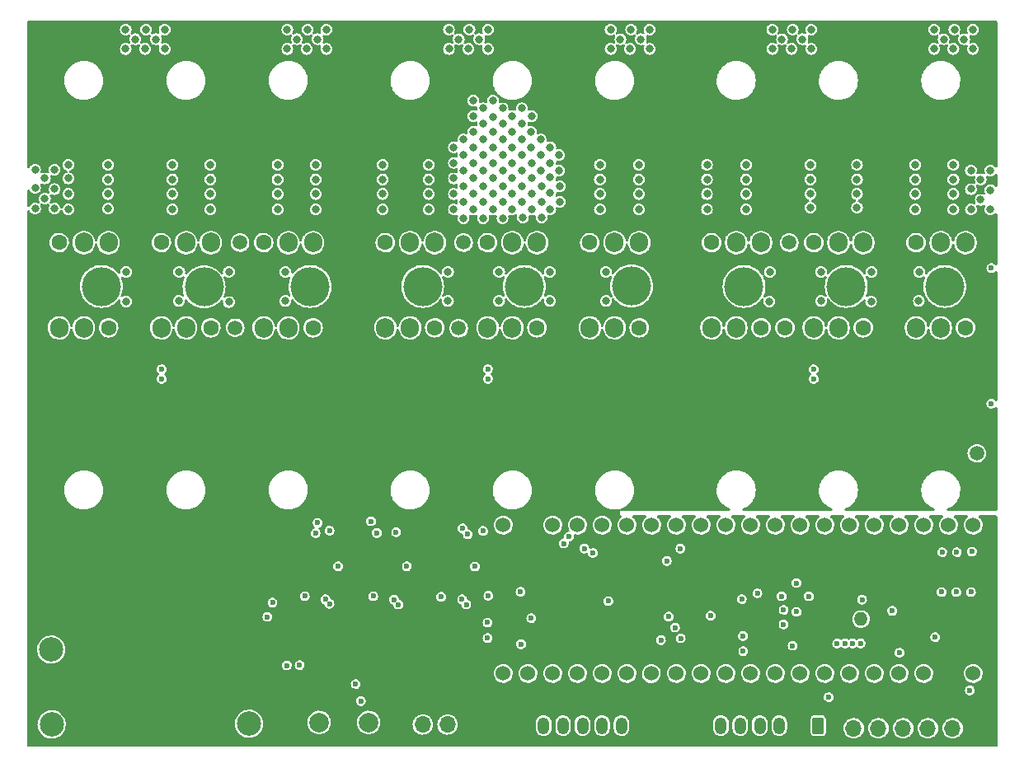
<source format=gbr>
%TF.GenerationSoftware,KiCad,Pcbnew,(6.0.7-1)-1*%
%TF.CreationDate,2023-01-28T14:38:12-05:00*%
%TF.ProjectId,CCC_ESC,4343435f-4553-4432-9e6b-696361645f70,rev?*%
%TF.SameCoordinates,Original*%
%TF.FileFunction,Copper,L2,Inr*%
%TF.FilePolarity,Positive*%
%FSLAX46Y46*%
G04 Gerber Fmt 4.6, Leading zero omitted, Abs format (unit mm)*
G04 Created by KiCad (PCBNEW (6.0.7-1)-1) date 2023-01-28 14:38:12*
%MOMM*%
%LPD*%
G01*
G04 APERTURE LIST*
G04 Aperture macros list*
%AMRoundRect*
0 Rectangle with rounded corners*
0 $1 Rounding radius*
0 $2 $3 $4 $5 $6 $7 $8 $9 X,Y pos of 4 corners*
0 Add a 4 corners polygon primitive as box body*
4,1,4,$2,$3,$4,$5,$6,$7,$8,$9,$2,$3,0*
0 Add four circle primitives for the rounded corners*
1,1,$1+$1,$2,$3*
1,1,$1+$1,$4,$5*
1,1,$1+$1,$6,$7*
1,1,$1+$1,$8,$9*
0 Add four rect primitives between the rounded corners*
20,1,$1+$1,$2,$3,$4,$5,0*
20,1,$1+$1,$4,$5,$6,$7,0*
20,1,$1+$1,$6,$7,$8,$9,0*
20,1,$1+$1,$8,$9,$2,$3,0*%
G04 Aperture macros list end*
%TA.AperFunction,ComponentPad*%
%ADD10C,2.000000*%
%TD*%
%TA.AperFunction,ComponentPad*%
%ADD11C,4.000000*%
%TD*%
%TA.AperFunction,ComponentPad*%
%ADD12C,2.500000*%
%TD*%
%TA.AperFunction,ComponentPad*%
%ADD13C,1.500000*%
%TD*%
%TA.AperFunction,ComponentPad*%
%ADD14R,1.700000X1.700000*%
%TD*%
%TA.AperFunction,ComponentPad*%
%ADD15O,1.700000X1.700000*%
%TD*%
%TA.AperFunction,ComponentPad*%
%ADD16RoundRect,0.250000X0.350000X0.625000X-0.350000X0.625000X-0.350000X-0.625000X0.350000X-0.625000X0*%
%TD*%
%TA.AperFunction,ComponentPad*%
%ADD17O,1.200000X1.750000*%
%TD*%
%TA.AperFunction,ComponentPad*%
%ADD18C,3.000000*%
%TD*%
%TA.AperFunction,ComponentPad*%
%ADD19C,1.600000*%
%TD*%
%TA.AperFunction,ComponentPad*%
%ADD20C,1.400000*%
%TD*%
%TA.AperFunction,ComponentPad*%
%ADD21O,1.400000X1.400000*%
%TD*%
%TA.AperFunction,ComponentPad*%
%ADD22C,1.524000*%
%TD*%
%TA.AperFunction,ComponentPad*%
%ADD23O,1.905000X2.000000*%
%TD*%
%TA.AperFunction,ViaPad*%
%ADD24C,0.600000*%
%TD*%
%TA.AperFunction,ViaPad*%
%ADD25C,0.800000*%
%TD*%
G04 APERTURE END LIST*
D10*
%TO.N,GND*%
%TO.C,TpGND3*%
X79000000Y-85000000D03*
%TD*%
D11*
%TO.N,PHASE_C*%
%TO.C,PH9*%
X144400000Y-74500000D03*
%TD*%
D12*
%TO.N,Net-(C5-Pad1)*%
%TO.C,U6*%
X52654000Y-111813260D03*
%TO.N,GND*%
X52654000Y-106733260D03*
X72974000Y-99113260D03*
%TO.N,V12V*%
X72974000Y-119433260D03*
%TD*%
D11*
%TO.N,PHASE_B*%
%TO.C,PH4*%
X90800000Y-74500000D03*
%TD*%
D13*
%TO.N,/AU_GATESIG*%
%TO.C,TpGS1*%
X72050000Y-70000000D03*
%TD*%
D14*
%TO.N,GND*%
%TO.C,J1*%
X95900000Y-119500000D03*
D15*
%TO.N,Net-(J1-Pad2)*%
X93360000Y-119500000D03*
%TO.N,V5V*%
X90820000Y-119500000D03*
%TD*%
D16*
%TO.N,GND*%
%TO.C,J4*%
X113219000Y-119628260D03*
D17*
%TO.N,Vaux*%
X111219000Y-119628260D03*
%TO.N,PB5 MOSI TIM3 CH2*%
X109219000Y-119628260D03*
%TO.N,PB4 MISO TIM3 CH1*%
X107219000Y-119628260D03*
%TO.N,PB3 SCK TIM2CH2*%
X105219000Y-119628260D03*
%TO.N,PA15 TIM2 CH1*%
X103219000Y-119628260D03*
%TD*%
D18*
%TO.N,GND*%
%TO.C,TpGND4*%
X72569000Y-106778260D03*
%TD*%
D19*
%TO.N,/CL_GATESIG*%
%TO.C,TpGS6*%
X128000000Y-78750000D03*
%TD*%
D11*
%TO.N,PHASE_B*%
%TO.C,PH5*%
X112250000Y-74450000D03*
%TD*%
D10*
%TO.N,GND*%
%TO.C,TpGND2*%
X83250000Y-95800000D03*
%TD*%
D11*
%TO.N,PHASE_C*%
%TO.C,PH8*%
X123800000Y-74500000D03*
%TD*%
D16*
%TO.N,Vaux*%
%TO.C,J2*%
X131419000Y-119628260D03*
D17*
%TO.N,GND*%
X129419000Y-119628260D03*
%TO.N,PB9 DI2C1_SDA TIM4_CH4*%
X127419000Y-119628260D03*
%TO.N,PB8 DI2C1_SCL TIM4_CH3*%
X125419000Y-119628260D03*
%TO.N,PB7 D_UART1_RX I2C1_SDA TIM4_CH2*%
X123419000Y-119628260D03*
%TO.N,PB6 D_UART1_TX I2C1_SCL TIM4_CH1*%
X121419000Y-119628260D03*
%TD*%
D10*
%TO.N,V12V*%
%TO.C,U7*%
X80164000Y-119295000D03*
%TO.N,GND*%
X82704000Y-119295000D03*
%TO.N,V5V*%
X85244000Y-119295000D03*
%TD*%
D11*
%TO.N,PHASE_A*%
%TO.C,PH3*%
X68350000Y-74550000D03*
%TD*%
%TO.N,PHASE_A*%
%TO.C,PH2*%
X57800000Y-74500000D03*
%TD*%
%TO.N,PHASE_A*%
%TO.C,PH1*%
X79250000Y-74500000D03*
%TD*%
%TO.N,PHASE_B*%
%TO.C,PH6*%
X101250000Y-74500000D03*
%TD*%
D13*
%TO.N,VSENSE2*%
%TO.C,TpVS1*%
X147700000Y-91650000D03*
%TD*%
%TO.N,/BL_GATESIG*%
%TO.C,TpGS4*%
X94500000Y-78800000D03*
%TD*%
D11*
%TO.N,PHASE_C*%
%TO.C,PH7*%
X134300000Y-74500000D03*
%TD*%
D20*
%TO.N,GND*%
%TO.C,NTC1*%
X133914000Y-108678260D03*
D21*
%TO.N,FET_TEMP*%
X135814000Y-108678260D03*
%TD*%
D22*
%TO.N,unconnected-(U5-Pad1)*%
%TO.C,U5*%
X147329000Y-99028260D03*
%TO.N,HALL_A*%
X144789000Y-99028260D03*
%TO.N,HALL_B*%
X142249000Y-99028260D03*
%TO.N,HALL_C*%
X139709000Y-99028260D03*
%TO.N,Net-(C21-Pad1)*%
X137169000Y-99028260D03*
%TO.N,A_THROTTLE*%
X134629000Y-99028260D03*
%TO.N,VSENSE*%
X132089000Y-99028260D03*
%TO.N,A_SHA_AMP*%
X129549000Y-99028260D03*
%TO.N,A_SHB_AMP*%
X127009000Y-99028260D03*
%TO.N,A_SHC_AMP*%
X124469000Y-99028260D03*
%TO.N,A_PHA_VSENSE*%
X121929000Y-99028260D03*
%TO.N,A_PHB_VSENSE*%
X119389000Y-99028260D03*
%TO.N,MOTOR_TEMP*%
X116849000Y-99028260D03*
%TO.N,A_PHC_VSENSE*%
X114309000Y-99028260D03*
%TO.N,FET_TEMP*%
X111769000Y-99028260D03*
%TO.N,PB2 D_GPIO*%
X109229000Y-99028260D03*
%TO.N,PB10 D_GPIO*%
X106689000Y-99028260D03*
%TO.N,V3V3*%
X104149000Y-99028260D03*
%TO.N,GND*%
X101609000Y-99028260D03*
%TO.N,unconnected-(U5-Pad20)*%
X99069000Y-99028260D03*
%TO.N,A_OVERLIMIT*%
X99069000Y-114268260D03*
%TO.N,LIN_A*%
X101609000Y-114268260D03*
%TO.N,LIN_B*%
X104149000Y-114268260D03*
%TO.N,LIN_C*%
X106689000Y-114268260D03*
%TO.N,HIN_A*%
X109229000Y-114268260D03*
%TO.N,HIN_B*%
X111769000Y-114268260D03*
%TO.N,HIN_C*%
X114285395Y-114278253D03*
%TO.N,unconnected-(U5-Pad28)*%
X116849000Y-114268260D03*
%TO.N,unconnected-(U5-Pad29)*%
X119389000Y-114268260D03*
%TO.N,Net-(RN2-Pad4)*%
X121929000Y-114268260D03*
%TO.N,Net-(RN2-Pad3)*%
X124469000Y-114268260D03*
%TO.N,Net-(RN2-Pad2)*%
X127009000Y-114268260D03*
%TO.N,Net-(RN2-Pad1)*%
X129549000Y-114268260D03*
%TO.N,Net-(RN3-Pad4)*%
X132089000Y-114268260D03*
%TO.N,Net-(RN3-Pad3)*%
X134629000Y-114268260D03*
%TO.N,Net-(RN3-Pad2)*%
X137169000Y-114268260D03*
%TO.N,Net-(RN3-Pad1)*%
X139709000Y-114268260D03*
%TO.N,V5V*%
X142249000Y-114268260D03*
%TO.N,GND*%
X144789000Y-114268260D03*
%TO.N,V3V3*%
X147329000Y-114268260D03*
%TD*%
D13*
%TO.N,/CU_GATESIG*%
%TO.C,TpGS5*%
X128450000Y-70000000D03*
%TD*%
%TO.N,/BU_GATESIG*%
%TO.C,TpGS3*%
X95000000Y-70000000D03*
%TD*%
D10*
%TO.N,GND*%
%TO.C,TpGND1*%
X116250000Y-85500000D03*
%TD*%
D14*
%TO.N,GND*%
%TO.C,J3*%
X147760000Y-119900000D03*
D15*
%TO.N,Net-(J3-Pad2)*%
X145220000Y-119900000D03*
%TO.N,Net-(J3-Pad3)*%
X142680000Y-119900000D03*
%TO.N,Net-(J3-Pad4)*%
X140140000Y-119900000D03*
%TO.N,Net-(J3-Pad5)*%
X137600000Y-119900000D03*
%TO.N,V5V*%
X135060000Y-119900000D03*
%TD*%
D13*
%TO.N,/AL_GATESIG*%
%TO.C,TpGS2*%
X71550000Y-78750000D03*
%TD*%
D12*
%TO.N,unconnected-(Tp12V1-Pad1)*%
%TO.C,Tp12V1*%
X52700000Y-119500000D03*
%TD*%
D19*
%TO.N,/BL_GATESIG*%
%TO.C,QB4*%
X102540000Y-78750000D03*
D23*
%TO.N,PHASE_B*%
X100000000Y-78750000D03*
%TO.N,Net-(NT3-Pad1)*%
X97460000Y-78750000D03*
%TD*%
D19*
%TO.N,/BU_GATESIG*%
%TO.C,QB5*%
X86960000Y-70000000D03*
D23*
%TO.N,VBAT*%
X89500000Y-70000000D03*
%TO.N,PHASE_B*%
X92040000Y-70000000D03*
%TD*%
D19*
%TO.N,/AU_GATESIG*%
%TO.C,QA3*%
X63960000Y-70000000D03*
D23*
%TO.N,VBAT*%
X66500000Y-70000000D03*
%TO.N,PHASE_A*%
X69040000Y-70000000D03*
%TD*%
D19*
%TO.N,/CL_GATESIG*%
%TO.C,QC6*%
X125540000Y-78750000D03*
D23*
%TO.N,PHASE_C*%
X123000000Y-78750000D03*
%TO.N,Net-(NT5-Pad1)*%
X120460000Y-78750000D03*
%TD*%
D19*
%TO.N,/CU_GATESIG*%
%TO.C,QC5*%
X141460000Y-70000000D03*
D23*
%TO.N,VBAT*%
X144000000Y-70000000D03*
%TO.N,PHASE_C*%
X146540000Y-70000000D03*
%TD*%
D19*
%TO.N,/CL_GATESIG*%
%TO.C,QC4*%
X146540000Y-78750000D03*
D23*
%TO.N,PHASE_C*%
X144000000Y-78750000D03*
%TO.N,Net-(NT5-Pad1)*%
X141460000Y-78750000D03*
%TD*%
D19*
%TO.N,/AL_GATESIG*%
%TO.C,QA6*%
X58540000Y-78750000D03*
D23*
%TO.N,PHASE_A*%
X56000000Y-78750000D03*
%TO.N,Net-(NT1-Pad1)*%
X53460000Y-78750000D03*
%TD*%
D19*
%TO.N,/BL_GATESIG*%
%TO.C,QB6*%
X92040000Y-78750000D03*
D23*
%TO.N,PHASE_B*%
X89500000Y-78750000D03*
%TO.N,Net-(NT3-Pad1)*%
X86960000Y-78750000D03*
%TD*%
D19*
%TO.N,/BL_GATESIG*%
%TO.C,QB2*%
X113040000Y-78750000D03*
D23*
%TO.N,PHASE_B*%
X110500000Y-78750000D03*
%TO.N,Net-(NT3-Pad1)*%
X107960000Y-78750000D03*
%TD*%
D19*
%TO.N,/AU_GATESIG*%
%TO.C,QA5*%
X74460000Y-70000000D03*
D23*
%TO.N,VBAT*%
X77000000Y-70000000D03*
%TO.N,PHASE_A*%
X79540000Y-70000000D03*
%TD*%
D19*
%TO.N,/AU_GATESIG*%
%TO.C,QA1*%
X53460000Y-70000000D03*
D23*
%TO.N,VBAT*%
X56000000Y-70000000D03*
%TO.N,PHASE_A*%
X58540000Y-70000000D03*
%TD*%
D19*
%TO.N,/BU_GATESIG*%
%TO.C,QB3*%
X97460000Y-70000000D03*
D23*
%TO.N,VBAT*%
X100000000Y-70000000D03*
%TO.N,PHASE_B*%
X102540000Y-70000000D03*
%TD*%
D19*
%TO.N,/CU_GATESIG*%
%TO.C,QC3*%
X130960000Y-70000000D03*
D23*
%TO.N,VBAT*%
X133500000Y-70000000D03*
%TO.N,PHASE_C*%
X136040000Y-70000000D03*
%TD*%
D19*
%TO.N,/AL_GATESIG*%
%TO.C,QA4*%
X69040000Y-78750000D03*
D23*
%TO.N,PHASE_A*%
X66500000Y-78750000D03*
%TO.N,Net-(NT1-Pad1)*%
X63960000Y-78750000D03*
%TD*%
D19*
%TO.N,/CL_GATESIG*%
%TO.C,QC2*%
X136040000Y-78750000D03*
D23*
%TO.N,PHASE_C*%
X133500000Y-78750000D03*
%TO.N,Net-(NT5-Pad1)*%
X130960000Y-78750000D03*
%TD*%
D19*
%TO.N,/CU_GATESIG*%
%TO.C,QC1*%
X120460000Y-70000000D03*
D23*
%TO.N,VBAT*%
X123000000Y-70000000D03*
%TO.N,PHASE_C*%
X125540000Y-70000000D03*
%TD*%
D19*
%TO.N,/AL_GATESIG*%
%TO.C,QA2*%
X79540000Y-78750000D03*
D23*
%TO.N,PHASE_A*%
X77000000Y-78750000D03*
%TO.N,Net-(NT1-Pad1)*%
X74460000Y-78750000D03*
%TD*%
D19*
%TO.N,/BU_GATESIG*%
%TO.C,QB1*%
X107960000Y-70000000D03*
D23*
%TO.N,VBAT*%
X110500000Y-70000000D03*
%TO.N,PHASE_B*%
X113040000Y-70000000D03*
%TD*%
D24*
%TO.N,V12V*%
X87850000Y-106675000D03*
X89175000Y-103250000D03*
X81225000Y-107100000D03*
X80825000Y-106650000D03*
X96175000Y-103275000D03*
X82125000Y-103250000D03*
X88300000Y-107175000D03*
X95275000Y-107175000D03*
X94850000Y-106650000D03*
%TO.N,VSENSE2*%
X115269000Y-110827760D03*
X127669000Y-106328260D03*
X145600000Y-105900000D03*
X130469000Y-106328260D03*
%TO.N,V3V3*%
X120369000Y-108328260D03*
X132500000Y-116700000D03*
X127869000Y-109228260D03*
X139019000Y-107828260D03*
X147000000Y-116000000D03*
X127869000Y-107728260D03*
%TO.N,A_SHA_V+*%
X123693908Y-110424369D03*
X64000000Y-83000000D03*
X75377536Y-106976352D03*
D25*
%TO.N,GND*%
X105700000Y-49100000D03*
X119000000Y-55000000D03*
X124500000Y-87000000D03*
X83550000Y-77000000D03*
X115500000Y-88500000D03*
D24*
X130400000Y-116000000D03*
D25*
X115500000Y-90000000D03*
X92250000Y-85500000D03*
X88000000Y-50100000D03*
D24*
X97842412Y-105513133D03*
D25*
X106800000Y-91600000D03*
X145200000Y-90050000D03*
X69400000Y-54000000D03*
X96600000Y-88500000D03*
D24*
X81575000Y-121125000D03*
D25*
X127900000Y-51300000D03*
X73500000Y-88500000D03*
X77000000Y-93000000D03*
X56800000Y-48100000D03*
D24*
X138300000Y-101400000D03*
D25*
X83500000Y-90000000D03*
X103000000Y-88500000D03*
X137800000Y-50100000D03*
X135800000Y-50100000D03*
X123000000Y-87000000D03*
X136500000Y-54000000D03*
X86600000Y-88500000D03*
X102800000Y-55000000D03*
D24*
X114200000Y-79600000D03*
D25*
X81500000Y-90000000D03*
D24*
X58150000Y-117075000D03*
D25*
X124500000Y-93000000D03*
X142500000Y-87050000D03*
D24*
X127069000Y-103228260D03*
D25*
X121500000Y-93000000D03*
X64500000Y-90000000D03*
D24*
X82017144Y-99423123D03*
D25*
X117000000Y-93000000D03*
D24*
X97369401Y-109824039D03*
D25*
X120250000Y-77000000D03*
X147100000Y-57100000D03*
X57000000Y-91500000D03*
X78500000Y-87000000D03*
D24*
X85325000Y-99500000D03*
X137300000Y-110480000D03*
X82475000Y-114849011D03*
D25*
X120000000Y-93000000D03*
X133500000Y-91500000D03*
D24*
X148600000Y-107550000D03*
D25*
X117100000Y-53300000D03*
D24*
X144050000Y-107550000D03*
D25*
X123000000Y-90000000D03*
X102600000Y-50100000D03*
X104500000Y-91500000D03*
X101500000Y-88500000D03*
X53000000Y-55000000D03*
X132000000Y-88500000D03*
X142500000Y-90000000D03*
X124500000Y-85500000D03*
X109900000Y-85500000D03*
X106800000Y-93000000D03*
X93500000Y-88500000D03*
X83500000Y-88500000D03*
X138000000Y-91500000D03*
X96600469Y-93000000D03*
X94400000Y-98000000D03*
X77000000Y-85500000D03*
X60700000Y-51500000D03*
X147100000Y-59100000D03*
X58500000Y-90000000D03*
X72000000Y-93000000D03*
X144000000Y-85500000D03*
X58500000Y-87000000D03*
D24*
X74693205Y-109233977D03*
D25*
X104700000Y-48100000D03*
X100000000Y-93000000D03*
X71200000Y-52400000D03*
X88000000Y-93000000D03*
D24*
X136319000Y-102178260D03*
D25*
X70500000Y-90000000D03*
X92600000Y-94400000D03*
X84799020Y-87000000D03*
X71200000Y-51500000D03*
X58800000Y-55000000D03*
X84799020Y-90000000D03*
X100000000Y-85500000D03*
D24*
X118069000Y-103428260D03*
D25*
X114000000Y-90000000D03*
X129000000Y-88500000D03*
D24*
X82725500Y-115900500D03*
D25*
X142500000Y-93000000D03*
X92000000Y-52300000D03*
X145200000Y-88500000D03*
X149100000Y-57100000D03*
X69000000Y-85500000D03*
X141000000Y-93000000D03*
X52000000Y-58000000D03*
D24*
X67900000Y-103100000D03*
D25*
X141000000Y-85500000D03*
X111000000Y-88500000D03*
X70500000Y-87000000D03*
X104700000Y-52900000D03*
X66000000Y-91500000D03*
X84799020Y-85500000D03*
X66000000Y-93000000D03*
X138000000Y-93000000D03*
D24*
X61150000Y-117025000D03*
D25*
X93900000Y-52900000D03*
X111000000Y-91500000D03*
D24*
X145600000Y-107550000D03*
D25*
X64500000Y-91500000D03*
D24*
X125900000Y-105700000D03*
D25*
X85500000Y-53200000D03*
D24*
X144150000Y-103450000D03*
D25*
X104600000Y-50100000D03*
D24*
X115619000Y-115128260D03*
X115100000Y-81600000D03*
X53500000Y-77050000D03*
D25*
X112500000Y-88500000D03*
X117100000Y-52400000D03*
X102600000Y-48100000D03*
X96199500Y-95600000D03*
X106750000Y-88500000D03*
X54900000Y-48100000D03*
X145500000Y-91500000D03*
D24*
X94550000Y-109600000D03*
D25*
X61500000Y-88500000D03*
X70500000Y-85500000D03*
X126200000Y-54000000D03*
X106750000Y-90000000D03*
X60000000Y-85500000D03*
X124450000Y-90000000D03*
D24*
X62100000Y-110300000D03*
X52400000Y-77050000D03*
D25*
X118500000Y-91500000D03*
D24*
X126900000Y-106000000D03*
X72069000Y-112228260D03*
D25*
X135000000Y-93000000D03*
X96200000Y-96800000D03*
X71400000Y-50100000D03*
X58600000Y-84350000D03*
D24*
X107969000Y-113478260D03*
D25*
X98500000Y-88500000D03*
X73400000Y-50100000D03*
X125950000Y-90000000D03*
X138000000Y-87000000D03*
X57000000Y-93000000D03*
D24*
X109069000Y-104928260D03*
X94700000Y-83600000D03*
D25*
X72000000Y-87000000D03*
X136300000Y-55000000D03*
X141000000Y-94500000D03*
X71200000Y-53300000D03*
X118500000Y-93000000D03*
X112500000Y-90000000D03*
X51000000Y-55000000D03*
D24*
X129983153Y-104856287D03*
D25*
X124500000Y-88500000D03*
D24*
X56700000Y-108475000D03*
D25*
X130500000Y-88500000D03*
X127500000Y-85500000D03*
X121500000Y-90000000D03*
X132000000Y-93000000D03*
D24*
X79550000Y-113650000D03*
X54500000Y-77050000D03*
D25*
X92000000Y-53200000D03*
X85500000Y-54100000D03*
D24*
X78079494Y-105820840D03*
D25*
X145450000Y-85500000D03*
X84500000Y-77000000D03*
X63000000Y-93000000D03*
X144000000Y-93000000D03*
X103000000Y-93000000D03*
X136450000Y-84300000D03*
X90000000Y-50100000D03*
D24*
X147050000Y-107550000D03*
D25*
X83500000Y-91500000D03*
X139500000Y-93000000D03*
X127500000Y-93000000D03*
X64500000Y-88500000D03*
X144000000Y-91500000D03*
X124500000Y-91500000D03*
X54800000Y-50100000D03*
D24*
X85825000Y-111225000D03*
D25*
X135800000Y-48100000D03*
X121500000Y-91500000D03*
D24*
X130919000Y-107478260D03*
D25*
X69000000Y-91500000D03*
D24*
X136019000Y-104428260D03*
D25*
X83500000Y-52400000D03*
X127500000Y-88500000D03*
D24*
X95650011Y-100742186D03*
D25*
X71800000Y-53800000D03*
D24*
X131700000Y-104900000D03*
D25*
X142500000Y-85500000D03*
X93500000Y-90000000D03*
D24*
X104600000Y-100300000D03*
D25*
X90800000Y-85500000D03*
D24*
X89900000Y-115000000D03*
D25*
X60700000Y-52400000D03*
D24*
X65375000Y-112400000D03*
D25*
X61500000Y-90000000D03*
X123000000Y-91500000D03*
X69400000Y-50100000D03*
X103000000Y-54000000D03*
X115500000Y-93000000D03*
X70500000Y-91500000D03*
X104700000Y-52000000D03*
D24*
X101100000Y-105100000D03*
D25*
X94800000Y-85500000D03*
D24*
X140950000Y-107850000D03*
D25*
X96600000Y-91500000D03*
X88100000Y-48100000D03*
X120000000Y-88500000D03*
X78500000Y-91500000D03*
D24*
X118219000Y-115028260D03*
D25*
X120200000Y-49100000D03*
X86000000Y-50100000D03*
D24*
X80325000Y-109350000D03*
X94074045Y-99040466D03*
D25*
X69200000Y-55000000D03*
X138000000Y-88500000D03*
X136500000Y-91500000D03*
X80000000Y-93000000D03*
X129000000Y-85500000D03*
X89400000Y-90000000D03*
X139800000Y-48100000D03*
X92200000Y-87000000D03*
D24*
X87286394Y-99881544D03*
D25*
X117050000Y-77072875D03*
X89400000Y-87000000D03*
X60000000Y-90000000D03*
D24*
X130869000Y-103228260D03*
D25*
X105600000Y-87000000D03*
X78500000Y-90000000D03*
D24*
X92775000Y-111250000D03*
X117800000Y-100800000D03*
D25*
X72000000Y-90000000D03*
X127500000Y-87000000D03*
X103000000Y-91500000D03*
X83500000Y-87000000D03*
X126000000Y-55000000D03*
D24*
X54850000Y-102225000D03*
D25*
X56800000Y-50100000D03*
X94800000Y-87000000D03*
X92600000Y-98000000D03*
D24*
X117725806Y-111324337D03*
D25*
X144000000Y-87050000D03*
D24*
X54300000Y-100550000D03*
D25*
X94800000Y-93000000D03*
X111000000Y-93000000D03*
X142500000Y-91500000D03*
X148850000Y-75400000D03*
X149100000Y-55100000D03*
D24*
X61419000Y-100978260D03*
D25*
X60000000Y-93000000D03*
X130500000Y-91500000D03*
X98500000Y-93000000D03*
X122300000Y-49100000D03*
X137950000Y-90000000D03*
X112500000Y-93000000D03*
X117000000Y-87000000D03*
X63000000Y-90000000D03*
D24*
X59325000Y-108625000D03*
D25*
X133500000Y-87000000D03*
X75500000Y-90000000D03*
X109500000Y-90000000D03*
X132000000Y-91500000D03*
X138200000Y-51500000D03*
X130500000Y-93000000D03*
X81500000Y-91500000D03*
D24*
X88100000Y-113650000D03*
D25*
X114000000Y-91500000D03*
X77000000Y-91500000D03*
X94800000Y-90000000D03*
X60000000Y-91500000D03*
X94400000Y-94400000D03*
X136800000Y-49100000D03*
D24*
X138199000Y-115798260D03*
D25*
X69400000Y-48100000D03*
D24*
X122669000Y-109228260D03*
D25*
X52000000Y-56000000D03*
D24*
X56900000Y-99625000D03*
D25*
X81500000Y-88550000D03*
D24*
X139817023Y-112926319D03*
D25*
X141000000Y-91500000D03*
X67500000Y-87000000D03*
X125950000Y-88500000D03*
X64500000Y-93000000D03*
X61500000Y-93000000D03*
X138200000Y-53300000D03*
X114000000Y-93000000D03*
X88000000Y-91500000D03*
X112500000Y-91500000D03*
D24*
X67000000Y-117700000D03*
D25*
X92000000Y-54100000D03*
X90800000Y-87000000D03*
X59000000Y-54000000D03*
X103600000Y-49100000D03*
X135000000Y-88500000D03*
D24*
X78925000Y-113650011D03*
D25*
X51000000Y-58900000D03*
D24*
X100500000Y-112000000D03*
X115800000Y-103600000D03*
D25*
X73500000Y-91500000D03*
X139500000Y-91500000D03*
X75500000Y-93000000D03*
X67500000Y-90000000D03*
X73500000Y-90000000D03*
D24*
X148650000Y-103450000D03*
D25*
X149100000Y-59100000D03*
D24*
X125869000Y-110628260D03*
D25*
X54650000Y-86800000D03*
D24*
X136559958Y-111061687D03*
D25*
X72000000Y-88500000D03*
X92200000Y-91500000D03*
D24*
X76067998Y-113778129D03*
X115896460Y-109496460D03*
X57200000Y-120200000D03*
D25*
X89400000Y-85500000D03*
D24*
X69200000Y-113200000D03*
D25*
X85400000Y-55000000D03*
X67500000Y-88500000D03*
X100000000Y-91500000D03*
X144000000Y-88500000D03*
X148800000Y-77350000D03*
X60000000Y-87000000D03*
X92600000Y-95600000D03*
X145500000Y-87050000D03*
D24*
X128239134Y-110834741D03*
D25*
X90800000Y-88500000D03*
X86000000Y-48100000D03*
D24*
X128700239Y-113316394D03*
D25*
X83500000Y-53300000D03*
D24*
X74475000Y-121225000D03*
D25*
X104500000Y-93000000D03*
X139800000Y-50100000D03*
X81500000Y-85500000D03*
X114000000Y-85500000D03*
X58500000Y-88500000D03*
X133500000Y-93000000D03*
D24*
X52032396Y-79062551D03*
D25*
X84800000Y-91500000D03*
X118500000Y-87000000D03*
X98500000Y-90000000D03*
X67500000Y-85500000D03*
X97600000Y-96800000D03*
X72000000Y-91500000D03*
X92200000Y-88500000D03*
X90800000Y-91500000D03*
X100000000Y-88500000D03*
X78500000Y-88500000D03*
X94400000Y-96800000D03*
D24*
X140300000Y-101350000D03*
D25*
X75500000Y-88450000D03*
D24*
X79350000Y-111200000D03*
D25*
X86600000Y-90000000D03*
X73500000Y-93000000D03*
X94800000Y-91500000D03*
X63000000Y-88500000D03*
X106600000Y-48100000D03*
X92200000Y-93000000D03*
D24*
X52065685Y-78297293D03*
X97372975Y-107928061D03*
D25*
X104500000Y-88500000D03*
D24*
X106594988Y-101345385D03*
D25*
X121300000Y-48100000D03*
X114000000Y-88500000D03*
X104021754Y-85478246D03*
X87000000Y-49100000D03*
X118500000Y-88500000D03*
X115500000Y-91500000D03*
X85500000Y-52300000D03*
X115500000Y-87000000D03*
X61500000Y-85500000D03*
X127900000Y-53100000D03*
X67500000Y-93000000D03*
X120000000Y-90000000D03*
X119000000Y-54100000D03*
X132000000Y-90000000D03*
X84800000Y-88500000D03*
X57000000Y-90000000D03*
D24*
X147150000Y-103450000D03*
D25*
X72500000Y-49100000D03*
X104500000Y-90000000D03*
X98500000Y-91500000D03*
X53000000Y-57000000D03*
X112500000Y-85500000D03*
X133500000Y-85500000D03*
X75500000Y-91500000D03*
X127500000Y-91500000D03*
X80000000Y-90000000D03*
X104700000Y-53800000D03*
D24*
X106549251Y-100502673D03*
D25*
X145500000Y-93000000D03*
X89400000Y-91500000D03*
X119000000Y-53200000D03*
X77000000Y-90000000D03*
D24*
X66800000Y-107275000D03*
D25*
X109500000Y-93000000D03*
X96199500Y-94382595D03*
X55500000Y-90000000D03*
X92000000Y-55000000D03*
X121200000Y-50100000D03*
X83500000Y-93000000D03*
X60000000Y-88500000D03*
D24*
X87275000Y-109200000D03*
D25*
X100000000Y-90000000D03*
D24*
X133600000Y-102300000D03*
X108945226Y-101436516D03*
D25*
X58500000Y-91500000D03*
X135000000Y-87000000D03*
X70500000Y-93000000D03*
X126000000Y-87000000D03*
X66000000Y-90000000D03*
X138900000Y-49100000D03*
D24*
X145650000Y-103450000D03*
D25*
X117100000Y-51500000D03*
X117000000Y-90000000D03*
D24*
X93450000Y-113500000D03*
D25*
X136500000Y-88500000D03*
X118500000Y-90000000D03*
X80000000Y-87000000D03*
D24*
X84590055Y-114906260D03*
D25*
X60700000Y-53300000D03*
X141000000Y-87000000D03*
X69000000Y-87000000D03*
X133500000Y-90000000D03*
X127900000Y-52200000D03*
D24*
X55500000Y-116150000D03*
D25*
X126000000Y-91500000D03*
X101500000Y-90000000D03*
X139500000Y-87500000D03*
X52800000Y-50100000D03*
D24*
X137819000Y-121278260D03*
D25*
X119200000Y-50100000D03*
X138900000Y-53800000D03*
X129000000Y-90000000D03*
D24*
X61969000Y-105928260D03*
D25*
X117000000Y-91500000D03*
D24*
X66300000Y-117700000D03*
D25*
X136500000Y-93000000D03*
D24*
X141900000Y-101400000D03*
X79925000Y-121150000D03*
D25*
X129000000Y-91500000D03*
X81500000Y-87000000D03*
D24*
X93500000Y-115200000D03*
X100469000Y-119628260D03*
D25*
X101500000Y-93000000D03*
D24*
X92200500Y-105775000D03*
D25*
X93500000Y-91500000D03*
X92200000Y-90000000D03*
X97600000Y-95600000D03*
X141000000Y-90000000D03*
X130500000Y-90000000D03*
X77000000Y-88500000D03*
D24*
X123304366Y-108528260D03*
D25*
X106600000Y-50100000D03*
X119200000Y-48100000D03*
X92600000Y-96800000D03*
X70500000Y-88450000D03*
X126000000Y-93000000D03*
X63000000Y-91500000D03*
X90000000Y-48100000D03*
X103000000Y-90000000D03*
D24*
X103769000Y-107578260D03*
X75791858Y-106292584D03*
X62425000Y-113900000D03*
D25*
X148100000Y-56000000D03*
X93500000Y-85500000D03*
X89400000Y-93000000D03*
X86600000Y-91500000D03*
X123000000Y-85500000D03*
X109500000Y-91500000D03*
D24*
X113269000Y-99778260D03*
X105819000Y-108928260D03*
X123500000Y-111200000D03*
X112969000Y-108428260D03*
X79328657Y-99200987D03*
X114319000Y-102328260D03*
D25*
X57000000Y-88500000D03*
X89100000Y-49100000D03*
X61500000Y-91500000D03*
X135000000Y-90000000D03*
X87250000Y-77000000D03*
X69000000Y-93000000D03*
X127500000Y-90000000D03*
X121500000Y-88500000D03*
X80000000Y-88500000D03*
X144000000Y-90000000D03*
D24*
X67500000Y-99275000D03*
D25*
X101500000Y-91500000D03*
D24*
X115669000Y-100028260D03*
D25*
X89400000Y-88500000D03*
D24*
X102760825Y-108538003D03*
D25*
X112500000Y-87000000D03*
X52800000Y-48100000D03*
X120000000Y-91500000D03*
X78500000Y-93000000D03*
X66000000Y-88500000D03*
X117000000Y-88500000D03*
X51000000Y-57000000D03*
X53000000Y-59000000D03*
X109500000Y-88500000D03*
X100000000Y-87000000D03*
X94800000Y-88500000D03*
X129000000Y-93000000D03*
X123200000Y-50100000D03*
X61300000Y-53900000D03*
X55900000Y-49100000D03*
X135000000Y-85500000D03*
D24*
X52650000Y-99475000D03*
D25*
X69000000Y-88450000D03*
X93500000Y-93000000D03*
X80000000Y-91500000D03*
X105600000Y-85500000D03*
X136500000Y-90000000D03*
X83500000Y-85500000D03*
X111000000Y-87000000D03*
X88000000Y-88500000D03*
D24*
X123400000Y-105800000D03*
D25*
X77000000Y-87000000D03*
X135000000Y-91500000D03*
X90800000Y-90000000D03*
X69000000Y-90000000D03*
X128400000Y-53800000D03*
D24*
X119749000Y-102658260D03*
D25*
X96600000Y-90000000D03*
D24*
X126769000Y-112528260D03*
D25*
X70400000Y-49100000D03*
X139500000Y-94500000D03*
X61500000Y-87000000D03*
D24*
X147869000Y-109928260D03*
X121769000Y-117828260D03*
X113119000Y-113628260D03*
X85150011Y-105759666D03*
D25*
X73400000Y-48100000D03*
X101500000Y-87000000D03*
X93900000Y-53800000D03*
X53800000Y-49100000D03*
X133500000Y-88500000D03*
D24*
X132525000Y-104275000D03*
D25*
X123200000Y-48100000D03*
X88000000Y-90000000D03*
X84799020Y-93000000D03*
X101500000Y-85500000D03*
X81500000Y-93000000D03*
D24*
X86275000Y-113650000D03*
X115269000Y-108428260D03*
X79075000Y-97825000D03*
D25*
X136500000Y-87000000D03*
X141000000Y-88500000D03*
X137900000Y-48100000D03*
X71500000Y-48100000D03*
X111000000Y-90000000D03*
X114000000Y-87000000D03*
D24*
X97100000Y-114300000D03*
D25*
X94400000Y-95600000D03*
X67500000Y-91500000D03*
X97600000Y-94300000D03*
X123000000Y-93000000D03*
X58500000Y-93000000D03*
X86600000Y-93000000D03*
X139500000Y-90000000D03*
X104700000Y-51100000D03*
D24*
X64050000Y-103050000D03*
D25*
X55500000Y-88500000D03*
X139500000Y-88500000D03*
X115650000Y-77100000D03*
X118500000Y-85500000D03*
X142500000Y-88500000D03*
X138200000Y-52400000D03*
X123000000Y-88500000D03*
X129000000Y-87000000D03*
X57000000Y-87000000D03*
X148100000Y-58000000D03*
X147100000Y-55100000D03*
X96200000Y-98000000D03*
X93500000Y-87000000D03*
D24*
X142419000Y-116328260D03*
D25*
X126000000Y-85500000D03*
X103000000Y-87000000D03*
X90800000Y-93000000D03*
D24*
X74100000Y-115375000D03*
%TO.N,A_SHA_V-*%
X64000000Y-84000000D03*
X123716759Y-111969558D03*
X74850000Y-108450000D03*
%TO.N,A_SHB_V+*%
X123569000Y-106628260D03*
X105810011Y-100198161D03*
X97500000Y-83000000D03*
%TO.N,A_SHC_V+*%
X130950000Y-83012000D03*
X107390000Y-101430000D03*
%TO.N,A_SHB_V-*%
X105289391Y-100908911D03*
X125169000Y-106028260D03*
X97499989Y-84000500D03*
%TO.N,A_SHC_V-*%
X130950000Y-84000000D03*
X108280000Y-101880000D03*
%TO.N,Net-(J3-Pad3)*%
X143428260Y-110528260D03*
D25*
%TO.N,VBAT*%
X95000000Y-59400000D03*
X143300000Y-48100000D03*
X65100000Y-65000000D03*
X146400000Y-49100000D03*
X98000000Y-58600000D03*
X97000000Y-67500000D03*
X65100000Y-66600000D03*
X80900000Y-48100000D03*
X101900000Y-58600000D03*
X98000000Y-63400000D03*
X147100000Y-64500000D03*
X112200000Y-48100000D03*
X149100000Y-66600000D03*
X64300000Y-48100000D03*
X101000000Y-62600000D03*
X100000000Y-57000000D03*
X124000000Y-66600000D03*
X95600000Y-48100000D03*
X130600000Y-62000000D03*
X97000000Y-61000000D03*
X95000000Y-61000000D03*
X96000000Y-63400000D03*
X94000000Y-63400000D03*
X127700000Y-49100000D03*
X101000000Y-64200000D03*
X145300000Y-65000000D03*
X76900000Y-50100000D03*
X58500000Y-63500000D03*
X145300000Y-63500000D03*
X51000000Y-62500000D03*
X120000000Y-65000000D03*
X128800000Y-48100000D03*
X128700000Y-50100000D03*
X148100000Y-65600000D03*
X96000000Y-57000000D03*
X99000000Y-61000000D03*
X130600000Y-63500000D03*
X54400000Y-65000000D03*
X109000000Y-65000000D03*
X109000000Y-63500000D03*
X98000000Y-61800000D03*
X94000000Y-65000000D03*
X96000000Y-55400000D03*
D24*
X149200000Y-86550000D03*
D25*
X99000000Y-59400000D03*
X101900000Y-60200000D03*
X145300000Y-62000000D03*
X103900000Y-60200000D03*
X135400000Y-63500000D03*
X104800000Y-62600000D03*
X86700000Y-63500000D03*
X79000000Y-48100000D03*
X99000000Y-67500000D03*
X101000000Y-57800000D03*
X141400000Y-65000000D03*
X110100000Y-50100000D03*
X101000000Y-59400000D03*
X100000000Y-63400000D03*
X65100000Y-63500000D03*
X120000000Y-62000000D03*
X78900000Y-50100000D03*
X101000000Y-61000000D03*
X113000000Y-62000000D03*
X100000000Y-60200000D03*
X135400000Y-66400000D03*
X96000000Y-58600000D03*
X124000000Y-65000000D03*
X110100000Y-48100000D03*
X103900000Y-63300000D03*
X103000000Y-67400000D03*
X101000000Y-56200000D03*
X62300000Y-50100000D03*
X99000000Y-57800000D03*
X135400000Y-65000000D03*
X54400000Y-63400000D03*
X95000000Y-65800000D03*
X102000000Y-61800000D03*
X98000000Y-60200000D03*
X79800000Y-65000000D03*
X58500000Y-66500000D03*
X79800000Y-63500000D03*
X99000000Y-62600000D03*
X62400000Y-48100000D03*
X147300000Y-50100000D03*
X109000000Y-62000000D03*
X100000000Y-58600000D03*
X91400000Y-66600000D03*
X75900000Y-66600000D03*
X97000000Y-59400000D03*
X102900000Y-61000000D03*
X100000000Y-65000000D03*
X97000000Y-62600000D03*
X86700000Y-62000000D03*
X98000000Y-55400000D03*
X130700000Y-48100000D03*
X102900000Y-62600000D03*
X86700000Y-65000000D03*
X75900000Y-65000000D03*
X149100000Y-62600000D03*
X69000000Y-66600000D03*
X99000000Y-56200000D03*
X113000000Y-63500000D03*
X69000000Y-65000000D03*
X126700000Y-50100000D03*
X95000000Y-62600000D03*
X120000000Y-66600000D03*
X86700000Y-66600000D03*
X103900000Y-66600000D03*
X130600000Y-66400000D03*
X141400000Y-63500000D03*
X124000000Y-62000000D03*
X130700000Y-50100000D03*
X149100000Y-64600000D03*
X114100000Y-50100000D03*
X99000000Y-64200000D03*
X102900000Y-59400000D03*
X120000000Y-63500000D03*
X65100000Y-62000000D03*
X102000000Y-57000000D03*
X91400000Y-62000000D03*
X100000000Y-66600000D03*
X95500000Y-50100000D03*
X103900000Y-64900000D03*
X61300000Y-49100000D03*
X99000000Y-65800000D03*
X148100000Y-63500000D03*
X60300000Y-50100000D03*
X112100000Y-50100000D03*
X147100000Y-62600000D03*
X53000000Y-66500000D03*
X93500000Y-48100000D03*
X98000000Y-57100000D03*
X104900000Y-64200000D03*
X52000000Y-65500000D03*
X79800000Y-66600000D03*
X80900000Y-50100000D03*
X143300000Y-50100000D03*
X141400000Y-66600000D03*
X54400000Y-62000000D03*
X102000000Y-66600000D03*
X94000000Y-60200000D03*
X147300000Y-48100000D03*
X135400000Y-62000000D03*
X145300000Y-50100000D03*
X76900000Y-48100000D03*
X96000000Y-66600000D03*
X114100000Y-48100000D03*
X64300000Y-50100000D03*
X97000000Y-64200000D03*
X141400000Y-62000000D03*
X91400000Y-63500000D03*
X144300000Y-49100000D03*
X102000000Y-65000000D03*
X94000000Y-66600000D03*
X75900000Y-62000000D03*
X126700000Y-48100000D03*
X51000000Y-66500000D03*
X91400000Y-65000000D03*
X95000000Y-67500000D03*
X98000000Y-65000000D03*
X58500000Y-65000000D03*
X60300000Y-48100000D03*
X53000000Y-62500000D03*
X104900000Y-65800000D03*
X58500000Y-62000000D03*
X53000000Y-64500000D03*
X147100000Y-66600000D03*
X97000000Y-56200000D03*
X94000000Y-61800000D03*
X97000000Y-65800000D03*
X129800000Y-49100000D03*
X52000000Y-63400000D03*
X97000000Y-57800000D03*
X96000000Y-65000000D03*
X111100000Y-49100000D03*
X100000000Y-61800000D03*
X124000000Y-63500000D03*
X109000000Y-66600000D03*
X130600000Y-65000000D03*
X113000000Y-66600000D03*
X96000000Y-61800000D03*
X145400000Y-48100000D03*
X63400000Y-49100000D03*
X96600000Y-49100000D03*
X93500000Y-50100000D03*
X101000000Y-65800000D03*
X75900000Y-63500000D03*
X145300000Y-66600000D03*
X96000000Y-60200000D03*
D24*
X149200000Y-72600000D03*
D25*
X95000000Y-64200000D03*
X94500000Y-49100000D03*
X77900000Y-49100000D03*
X103900000Y-61800000D03*
X51000000Y-64400000D03*
X104800000Y-61000000D03*
X103000000Y-65800000D03*
X69000000Y-62000000D03*
X113000000Y-65000000D03*
X97500000Y-48100000D03*
X113200000Y-49100000D03*
X79800000Y-62000000D03*
X97500000Y-50100000D03*
X101100000Y-67400000D03*
X54400000Y-66600000D03*
X102000000Y-63400000D03*
X80000000Y-49100000D03*
X98000000Y-66600000D03*
X103000000Y-64200000D03*
X69000000Y-63500000D03*
%TO.N,PHASE_A*%
X70900000Y-76100000D03*
X76700000Y-76000000D03*
X76700000Y-73000000D03*
X60350000Y-73000000D03*
D24*
X78700000Y-106325000D03*
X97471502Y-110616995D03*
D25*
X65750000Y-76000000D03*
X70900000Y-73000000D03*
X60350000Y-76050000D03*
X65800000Y-73000000D03*
D24*
X79800000Y-99850000D03*
D25*
%TO.N,PHASE_B*%
X93400000Y-76000000D03*
X103850000Y-73000000D03*
D24*
X97467928Y-109030631D03*
D25*
X103850000Y-76000000D03*
D24*
X86100000Y-99825000D03*
D25*
X98650000Y-73000000D03*
X98650000Y-76000000D03*
X109650000Y-76000000D03*
X109600000Y-73000000D03*
X93400000Y-73000000D03*
D24*
X85725000Y-106325000D03*
%TO.N,PHASE_C*%
X92700000Y-106400000D03*
X95425000Y-99975000D03*
D25*
X136900000Y-73000000D03*
D24*
X97550000Y-106275000D03*
D25*
X136850000Y-76050000D03*
X131700000Y-73000000D03*
X131700000Y-76000000D03*
X126450000Y-73000000D03*
X126400000Y-76050000D03*
X141750000Y-76000000D03*
X141800000Y-73000000D03*
D24*
%TO.N,A_PHA_VSENSE*%
X100906500Y-111253760D03*
X117292911Y-110652171D03*
%TO.N,VSENSE*%
X145650000Y-101800000D03*
%TO.N,A_SHC_AMP*%
X109869000Y-106828260D03*
%TO.N,FET_TEMP*%
X115869500Y-102700000D03*
X135919000Y-106678260D03*
%TO.N,A_PHB_VSENSE*%
X101950000Y-108575000D03*
X116703790Y-109545648D03*
%TO.N,A_PHC_VSENSE*%
X100856331Y-105861465D03*
X116068502Y-108427760D03*
%TO.N,LIN_A*%
X78163696Y-113405838D03*
%TO.N,LIN_B*%
X83925000Y-115350000D03*
%TO.N,HIN_A*%
X76842086Y-113439569D03*
%TO.N,HIN_B*%
X84450000Y-117099500D03*
%TO.N,MOTOR_TEMP*%
X117269000Y-101428260D03*
X139769000Y-112128260D03*
X129193011Y-104978270D03*
X129193011Y-107928260D03*
%TO.N,Net-(RN3-Pad1)*%
X135769000Y-111178260D03*
%TO.N,Net-(RN3-Pad2)*%
X134969000Y-111178260D03*
%TO.N,Net-(RN3-Pad3)*%
X134169000Y-111178260D03*
%TO.N,Net-(RN3-Pad4)*%
X133369000Y-111178260D03*
%TO.N,Net-(J1-Pad2)*%
X128796803Y-111407637D03*
%TO.N,/AU_GATESIG*%
X81235140Y-99589480D03*
%TO.N,/AL_GATESIG*%
X80013589Y-98788589D03*
%TO.N,/BU_GATESIG*%
X85500500Y-98625000D03*
%TO.N,/BL_GATESIG*%
X88075000Y-99750000D03*
%TO.N,/CU_GATESIG*%
X94900500Y-99367978D03*
%TO.N,/CL_GATESIG*%
X97000000Y-99625000D03*
%TO.N,Net-(JP4-Pad1)*%
X147200000Y-101750000D03*
%TO.N,Net-(JP4-Pad3)*%
X144150000Y-101800000D03*
%TO.N,Net-(JP5-Pad1)*%
X147100000Y-105900000D03*
%TO.N,Net-(JP5-Pad3)*%
X144100000Y-105900000D03*
%TD*%
%TA.AperFunction,Conductor*%
%TO.N,GND*%
G36*
X149741621Y-47220502D02*
G01*
X149788114Y-47274158D01*
X149799500Y-47326500D01*
X149799500Y-62153992D01*
X149779498Y-62222113D01*
X149725842Y-62268606D01*
X149655568Y-62278710D01*
X149590988Y-62249216D01*
X149573537Y-62230696D01*
X149571113Y-62227536D01*
X149528282Y-62171718D01*
X149402841Y-62075464D01*
X149256762Y-62014956D01*
X149242870Y-62013127D01*
X149108188Y-61995396D01*
X149100000Y-61994318D01*
X149091812Y-61995396D01*
X148957131Y-62013127D01*
X148943238Y-62014956D01*
X148797159Y-62075464D01*
X148671718Y-62171718D01*
X148575464Y-62297159D01*
X148514956Y-62443238D01*
X148494318Y-62600000D01*
X148514956Y-62756762D01*
X148531118Y-62795781D01*
X148538707Y-62866369D01*
X148506928Y-62929856D01*
X148445870Y-62966084D01*
X148374919Y-62963550D01*
X148366491Y-62960407D01*
X148264392Y-62918116D01*
X148264389Y-62918115D01*
X148256762Y-62914956D01*
X148100000Y-62894318D01*
X147943238Y-62914956D01*
X147935611Y-62918115D01*
X147935608Y-62918116D01*
X147833509Y-62960407D01*
X147762919Y-62967996D01*
X147699432Y-62936217D01*
X147663205Y-62875158D01*
X147665739Y-62804207D01*
X147668877Y-62795794D01*
X147685044Y-62756762D01*
X147705682Y-62600000D01*
X147685044Y-62443238D01*
X147624536Y-62297159D01*
X147528282Y-62171718D01*
X147402841Y-62075464D01*
X147256762Y-62014956D01*
X147242870Y-62013127D01*
X147108188Y-61995396D01*
X147100000Y-61994318D01*
X147091812Y-61995396D01*
X146957131Y-62013127D01*
X146943238Y-62014956D01*
X146797159Y-62075464D01*
X146671718Y-62171718D01*
X146575464Y-62297159D01*
X146514956Y-62443238D01*
X146494318Y-62600000D01*
X146514956Y-62756762D01*
X146575464Y-62902841D01*
X146671718Y-63028282D01*
X146797159Y-63124536D01*
X146943238Y-63185044D01*
X147100000Y-63205682D01*
X147108188Y-63204604D01*
X147248574Y-63186122D01*
X147256762Y-63185044D01*
X147264389Y-63181885D01*
X147264392Y-63181884D01*
X147366491Y-63139593D01*
X147437081Y-63132004D01*
X147500568Y-63163783D01*
X147536795Y-63224842D01*
X147534261Y-63295793D01*
X147531123Y-63304206D01*
X147514956Y-63343238D01*
X147494318Y-63500000D01*
X147514956Y-63656762D01*
X147575464Y-63802841D01*
X147579309Y-63807852D01*
X147595834Y-63875974D01*
X147572613Y-63943065D01*
X147516805Y-63986952D01*
X147446130Y-63993700D01*
X147408141Y-63979531D01*
X147402841Y-63975464D01*
X147256762Y-63914956D01*
X147100000Y-63894318D01*
X146943238Y-63914956D01*
X146797159Y-63975464D01*
X146671718Y-64071718D01*
X146575464Y-64197159D01*
X146536756Y-64290608D01*
X146519389Y-64332537D01*
X146514956Y-64343238D01*
X146494318Y-64500000D01*
X146514956Y-64656762D01*
X146575464Y-64802841D01*
X146631581Y-64875974D01*
X146650205Y-64900245D01*
X146671718Y-64928282D01*
X146797159Y-65024536D01*
X146943238Y-65085044D01*
X147100000Y-65105682D01*
X147108188Y-65104604D01*
X147248574Y-65086122D01*
X147256762Y-65085044D01*
X147402841Y-65024536D01*
X147528282Y-64928282D01*
X147549796Y-64900245D01*
X147568419Y-64875974D01*
X147624536Y-64802841D01*
X147685044Y-64656762D01*
X147705682Y-64500000D01*
X147685044Y-64343238D01*
X147680612Y-64332537D01*
X147663244Y-64290608D01*
X147624536Y-64197159D01*
X147620691Y-64192148D01*
X147604166Y-64124026D01*
X147627387Y-64056935D01*
X147683195Y-64013048D01*
X147753870Y-64006300D01*
X147791859Y-64020469D01*
X147797159Y-64024536D01*
X147943238Y-64085044D01*
X148100000Y-64105682D01*
X148108188Y-64104604D01*
X148248574Y-64086122D01*
X148256762Y-64085044D01*
X148402841Y-64024536D01*
X148528282Y-63928282D01*
X148624536Y-63802841D01*
X148685044Y-63656762D01*
X148705682Y-63500000D01*
X148685044Y-63343238D01*
X148668882Y-63304219D01*
X148661293Y-63233631D01*
X148693072Y-63170144D01*
X148754130Y-63133916D01*
X148825081Y-63136450D01*
X148833509Y-63139593D01*
X148935608Y-63181884D01*
X148935611Y-63181885D01*
X148943238Y-63185044D01*
X149100000Y-63205682D01*
X149108188Y-63204604D01*
X149248574Y-63186122D01*
X149256762Y-63185044D01*
X149402841Y-63124536D01*
X149528282Y-63028282D01*
X149573538Y-62969304D01*
X149630875Y-62927437D01*
X149701746Y-62923215D01*
X149763649Y-62957979D01*
X149796930Y-63020691D01*
X149799500Y-63046008D01*
X149799500Y-64153992D01*
X149779498Y-64222113D01*
X149725842Y-64268606D01*
X149655568Y-64278710D01*
X149590988Y-64249216D01*
X149573537Y-64230696D01*
X149557826Y-64210220D01*
X149528282Y-64171718D01*
X149402841Y-64075464D01*
X149256762Y-64014956D01*
X149100000Y-63994318D01*
X148943238Y-64014956D01*
X148797159Y-64075464D01*
X148671718Y-64171718D01*
X148666696Y-64178263D01*
X148666695Y-64178264D01*
X148646342Y-64204789D01*
X148575464Y-64297159D01*
X148514956Y-64443238D01*
X148494318Y-64600000D01*
X148514956Y-64756762D01*
X148518116Y-64764391D01*
X148522532Y-64775053D01*
X148575464Y-64902841D01*
X148579309Y-64907852D01*
X148595834Y-64975974D01*
X148572613Y-65043065D01*
X148516805Y-65086952D01*
X148446130Y-65093700D01*
X148408141Y-65079531D01*
X148402841Y-65075464D01*
X148271119Y-65020903D01*
X148264391Y-65018116D01*
X148256762Y-65014956D01*
X148100000Y-64994318D01*
X147943238Y-65014956D01*
X147935609Y-65018116D01*
X147928881Y-65020903D01*
X147797159Y-65075464D01*
X147671718Y-65171718D01*
X147575464Y-65297159D01*
X147514956Y-65443238D01*
X147494318Y-65600000D01*
X147514956Y-65756762D01*
X147575464Y-65902841D01*
X147579309Y-65907852D01*
X147595834Y-65975974D01*
X147572613Y-66043065D01*
X147516805Y-66086952D01*
X147446130Y-66093700D01*
X147408141Y-66079531D01*
X147402841Y-66075464D01*
X147256762Y-66014956D01*
X147242870Y-66013127D01*
X147108188Y-65995396D01*
X147100000Y-65994318D01*
X147091812Y-65995396D01*
X146957131Y-66013127D01*
X146943238Y-66014956D01*
X146797159Y-66075464D01*
X146671718Y-66171718D01*
X146575464Y-66297159D01*
X146514956Y-66443238D01*
X146513878Y-66451426D01*
X146511958Y-66466008D01*
X146494318Y-66600000D01*
X146514956Y-66756762D01*
X146575464Y-66902841D01*
X146671718Y-67028282D01*
X146797159Y-67124536D01*
X146943238Y-67185044D01*
X147100000Y-67205682D01*
X147108188Y-67204604D01*
X147248574Y-67186122D01*
X147256762Y-67185044D01*
X147402841Y-67124536D01*
X147528282Y-67028282D01*
X147624536Y-66902841D01*
X147685044Y-66756762D01*
X147705682Y-66600000D01*
X147688042Y-66466008D01*
X147686122Y-66451426D01*
X147685044Y-66443238D01*
X147624536Y-66297159D01*
X147620691Y-66292148D01*
X147604166Y-66224026D01*
X147627387Y-66156935D01*
X147683195Y-66113048D01*
X147753870Y-66106300D01*
X147791859Y-66120469D01*
X147797159Y-66124536D01*
X147943238Y-66185044D01*
X148100000Y-66205682D01*
X148108188Y-66204604D01*
X148248574Y-66186122D01*
X148256762Y-66185044D01*
X148402841Y-66124536D01*
X148407852Y-66120691D01*
X148475974Y-66104166D01*
X148543065Y-66127387D01*
X148586952Y-66183195D01*
X148593700Y-66253870D01*
X148579531Y-66291859D01*
X148575464Y-66297159D01*
X148514956Y-66443238D01*
X148513878Y-66451426D01*
X148511958Y-66466008D01*
X148494318Y-66600000D01*
X148514956Y-66756762D01*
X148575464Y-66902841D01*
X148671718Y-67028282D01*
X148797159Y-67124536D01*
X148943238Y-67185044D01*
X149100000Y-67205682D01*
X149108188Y-67204604D01*
X149248574Y-67186122D01*
X149256762Y-67185044D01*
X149402841Y-67124536D01*
X149528282Y-67028282D01*
X149573538Y-66969304D01*
X149630875Y-66927437D01*
X149701746Y-66923215D01*
X149763649Y-66957979D01*
X149796930Y-67020691D01*
X149799500Y-67046008D01*
X149799500Y-72189691D01*
X149779498Y-72257812D01*
X149725842Y-72304305D01*
X149655568Y-72314409D01*
X149590988Y-72284915D01*
X149578047Y-72271939D01*
X149532400Y-72218963D01*
X149412095Y-72140985D01*
X149274739Y-72099907D01*
X149265763Y-72099852D01*
X149265762Y-72099852D01*
X149205555Y-72099484D01*
X149131376Y-72099031D01*
X148993529Y-72138428D01*
X148872280Y-72214930D01*
X148866338Y-72221658D01*
X148866337Y-72221659D01*
X148824828Y-72268659D01*
X148777377Y-72322388D01*
X148716447Y-72452163D01*
X148707237Y-72511317D01*
X148697833Y-72571718D01*
X148694391Y-72593823D01*
X148712980Y-72735979D01*
X148770720Y-72867203D01*
X148776497Y-72874076D01*
X148776498Y-72874077D01*
X148832478Y-72940673D01*
X148862970Y-72976948D01*
X148982313Y-73056390D01*
X149119157Y-73099142D01*
X149128129Y-73099306D01*
X149128132Y-73099307D01*
X149193463Y-73100504D01*
X149262499Y-73101770D01*
X149271533Y-73099307D01*
X149392158Y-73066421D01*
X149392160Y-73066420D01*
X149400817Y-73064060D01*
X149522991Y-72989045D01*
X149580084Y-72925969D01*
X149640628Y-72888888D01*
X149711608Y-72890425D01*
X149770489Y-72930093D01*
X149798577Y-72995297D01*
X149799500Y-73010524D01*
X149799500Y-86139691D01*
X149779498Y-86207812D01*
X149725842Y-86254305D01*
X149655568Y-86264409D01*
X149590988Y-86234915D01*
X149578047Y-86221939D01*
X149532400Y-86168963D01*
X149412095Y-86090985D01*
X149274739Y-86049907D01*
X149265763Y-86049852D01*
X149265762Y-86049852D01*
X149205555Y-86049484D01*
X149131376Y-86049031D01*
X148993529Y-86088428D01*
X148872280Y-86164930D01*
X148777377Y-86272388D01*
X148716447Y-86402163D01*
X148694391Y-86543823D01*
X148712980Y-86685979D01*
X148770720Y-86817203D01*
X148862970Y-86926948D01*
X148982313Y-87006390D01*
X149119157Y-87049142D01*
X149128129Y-87049306D01*
X149128132Y-87049307D01*
X149193463Y-87050504D01*
X149262499Y-87051770D01*
X149271533Y-87049307D01*
X149392158Y-87016421D01*
X149392160Y-87016420D01*
X149400817Y-87014060D01*
X149522991Y-86939045D01*
X149580084Y-86875969D01*
X149640628Y-86838888D01*
X149711608Y-86840425D01*
X149770489Y-86880093D01*
X149798577Y-86945297D01*
X149799500Y-86960524D01*
X149799500Y-97402260D01*
X149779498Y-97470381D01*
X149725842Y-97516874D01*
X149673500Y-97528260D01*
X144743912Y-97528260D01*
X144675791Y-97508258D01*
X144629298Y-97454602D01*
X144619194Y-97384328D01*
X144648688Y-97319748D01*
X144700301Y-97284048D01*
X144821160Y-97239461D01*
X144825337Y-97237920D01*
X145074660Y-97103393D01*
X145302540Y-96935078D01*
X145504430Y-96736334D01*
X145507131Y-96732794D01*
X145507137Y-96732788D01*
X145673602Y-96514667D01*
X145673605Y-96514663D01*
X145676304Y-96511126D01*
X145814730Y-96263947D01*
X145836946Y-96206524D01*
X145915341Y-96003885D01*
X145915343Y-96003879D01*
X145916948Y-95999730D01*
X145980918Y-95723747D01*
X146005363Y-95441503D01*
X146002140Y-95382936D01*
X145990040Y-95163073D01*
X145990039Y-95163066D01*
X145989795Y-95158630D01*
X145934526Y-94880774D01*
X145913279Y-94820270D01*
X145842136Y-94617684D01*
X145842135Y-94617681D01*
X145840658Y-94613476D01*
X145838605Y-94609523D01*
X145838602Y-94609517D01*
X145712116Y-94366023D01*
X145710064Y-94362072D01*
X145707481Y-94358457D01*
X145707477Y-94358451D01*
X145627858Y-94247037D01*
X145545349Y-94131576D01*
X145503028Y-94087212D01*
X145352876Y-93929811D01*
X145352873Y-93929808D01*
X145349801Y-93926588D01*
X145127320Y-93751199D01*
X145017073Y-93687163D01*
X144886193Y-93611141D01*
X144886187Y-93611138D01*
X144882346Y-93608907D01*
X144619768Y-93502552D01*
X144615455Y-93501481D01*
X144615450Y-93501479D01*
X144349144Y-93435328D01*
X144349139Y-93435327D01*
X144344823Y-93434255D01*
X144340395Y-93433801D01*
X144340393Y-93433801D01*
X144245552Y-93424084D01*
X144103210Y-93409500D01*
X143927830Y-93409500D01*
X143717407Y-93424399D01*
X143713052Y-93425337D01*
X143713049Y-93425337D01*
X143444800Y-93483089D01*
X143444798Y-93483089D01*
X143440453Y-93484025D01*
X143174663Y-93582080D01*
X142925340Y-93716607D01*
X142697460Y-93884922D01*
X142495570Y-94083666D01*
X142492869Y-94087206D01*
X142492863Y-94087212D01*
X142456237Y-94135204D01*
X142323696Y-94308874D01*
X142185270Y-94556053D01*
X142183662Y-94560211D01*
X142183659Y-94560216D01*
X142084659Y-94816115D01*
X142083052Y-94820270D01*
X142019082Y-95096253D01*
X141994637Y-95378497D01*
X141994881Y-95382932D01*
X141994881Y-95382936D01*
X141998105Y-95441503D01*
X142010205Y-95661370D01*
X142065474Y-95939226D01*
X142066950Y-95943429D01*
X142088181Y-96003885D01*
X142159342Y-96206524D01*
X142161395Y-96210477D01*
X142161398Y-96210483D01*
X142235360Y-96352865D01*
X142289936Y-96457928D01*
X142292519Y-96461543D01*
X142292523Y-96461549D01*
X142325176Y-96507242D01*
X142454651Y-96688424D01*
X142457729Y-96691651D01*
X142457731Y-96691653D01*
X142500355Y-96736334D01*
X142650199Y-96893412D01*
X142872680Y-97068801D01*
X142982927Y-97132837D01*
X143113807Y-97208859D01*
X143113813Y-97208862D01*
X143117654Y-97211093D01*
X143178668Y-97235806D01*
X143301297Y-97285476D01*
X143356926Y-97329589D01*
X143379876Y-97396774D01*
X143362858Y-97465701D01*
X143311278Y-97514486D01*
X143253995Y-97528260D01*
X134243912Y-97528260D01*
X134175791Y-97508258D01*
X134129298Y-97454602D01*
X134119194Y-97384328D01*
X134148688Y-97319748D01*
X134200301Y-97284048D01*
X134321160Y-97239461D01*
X134325337Y-97237920D01*
X134574660Y-97103393D01*
X134802540Y-96935078D01*
X135004430Y-96736334D01*
X135007131Y-96732794D01*
X135007137Y-96732788D01*
X135173602Y-96514667D01*
X135173605Y-96514663D01*
X135176304Y-96511126D01*
X135314730Y-96263947D01*
X135336946Y-96206524D01*
X135415341Y-96003885D01*
X135415343Y-96003879D01*
X135416948Y-95999730D01*
X135480918Y-95723747D01*
X135505363Y-95441503D01*
X135502140Y-95382936D01*
X135490040Y-95163073D01*
X135490039Y-95163066D01*
X135489795Y-95158630D01*
X135434526Y-94880774D01*
X135413279Y-94820270D01*
X135342136Y-94617684D01*
X135342135Y-94617681D01*
X135340658Y-94613476D01*
X135338605Y-94609523D01*
X135338602Y-94609517D01*
X135212116Y-94366023D01*
X135210064Y-94362072D01*
X135207481Y-94358457D01*
X135207477Y-94358451D01*
X135127858Y-94247037D01*
X135045349Y-94131576D01*
X135003028Y-94087212D01*
X134852876Y-93929811D01*
X134852873Y-93929808D01*
X134849801Y-93926588D01*
X134627320Y-93751199D01*
X134517073Y-93687163D01*
X134386193Y-93611141D01*
X134386187Y-93611138D01*
X134382346Y-93608907D01*
X134119768Y-93502552D01*
X134115455Y-93501481D01*
X134115450Y-93501479D01*
X133849144Y-93435328D01*
X133849139Y-93435327D01*
X133844823Y-93434255D01*
X133840395Y-93433801D01*
X133840393Y-93433801D01*
X133745552Y-93424084D01*
X133603210Y-93409500D01*
X133427830Y-93409500D01*
X133217407Y-93424399D01*
X133213052Y-93425337D01*
X133213049Y-93425337D01*
X132944800Y-93483089D01*
X132944798Y-93483089D01*
X132940453Y-93484025D01*
X132674663Y-93582080D01*
X132425340Y-93716607D01*
X132197460Y-93884922D01*
X131995570Y-94083666D01*
X131992869Y-94087206D01*
X131992863Y-94087212D01*
X131956237Y-94135204D01*
X131823696Y-94308874D01*
X131685270Y-94556053D01*
X131683662Y-94560211D01*
X131683659Y-94560216D01*
X131584659Y-94816115D01*
X131583052Y-94820270D01*
X131519082Y-95096253D01*
X131494637Y-95378497D01*
X131494881Y-95382932D01*
X131494881Y-95382936D01*
X131498105Y-95441503D01*
X131510205Y-95661370D01*
X131565474Y-95939226D01*
X131566950Y-95943429D01*
X131588181Y-96003885D01*
X131659342Y-96206524D01*
X131661395Y-96210477D01*
X131661398Y-96210483D01*
X131735360Y-96352865D01*
X131789936Y-96457928D01*
X131792519Y-96461543D01*
X131792523Y-96461549D01*
X131825176Y-96507242D01*
X131954651Y-96688424D01*
X131957729Y-96691651D01*
X131957731Y-96691653D01*
X132000355Y-96736334D01*
X132150199Y-96893412D01*
X132372680Y-97068801D01*
X132482927Y-97132837D01*
X132613807Y-97208859D01*
X132613813Y-97208862D01*
X132617654Y-97211093D01*
X132678668Y-97235806D01*
X132801297Y-97285476D01*
X132856926Y-97329589D01*
X132879876Y-97396774D01*
X132862858Y-97465701D01*
X132811278Y-97514486D01*
X132753995Y-97528260D01*
X123743912Y-97528260D01*
X123675791Y-97508258D01*
X123629298Y-97454602D01*
X123619194Y-97384328D01*
X123648688Y-97319748D01*
X123700301Y-97284048D01*
X123821160Y-97239461D01*
X123825337Y-97237920D01*
X124074660Y-97103393D01*
X124302540Y-96935078D01*
X124504430Y-96736334D01*
X124507131Y-96732794D01*
X124507137Y-96732788D01*
X124673602Y-96514667D01*
X124673605Y-96514663D01*
X124676304Y-96511126D01*
X124814730Y-96263947D01*
X124836946Y-96206524D01*
X124915341Y-96003885D01*
X124915343Y-96003879D01*
X124916948Y-95999730D01*
X124980918Y-95723747D01*
X125005363Y-95441503D01*
X125002140Y-95382936D01*
X124990040Y-95163073D01*
X124990039Y-95163066D01*
X124989795Y-95158630D01*
X124934526Y-94880774D01*
X124913279Y-94820270D01*
X124842136Y-94617684D01*
X124842135Y-94617681D01*
X124840658Y-94613476D01*
X124838605Y-94609523D01*
X124838602Y-94609517D01*
X124712116Y-94366023D01*
X124710064Y-94362072D01*
X124707481Y-94358457D01*
X124707477Y-94358451D01*
X124627858Y-94247037D01*
X124545349Y-94131576D01*
X124503028Y-94087212D01*
X124352876Y-93929811D01*
X124352873Y-93929808D01*
X124349801Y-93926588D01*
X124127320Y-93751199D01*
X124017073Y-93687163D01*
X123886193Y-93611141D01*
X123886187Y-93611138D01*
X123882346Y-93608907D01*
X123619768Y-93502552D01*
X123615455Y-93501481D01*
X123615450Y-93501479D01*
X123349144Y-93435328D01*
X123349139Y-93435327D01*
X123344823Y-93434255D01*
X123340395Y-93433801D01*
X123340393Y-93433801D01*
X123245552Y-93424084D01*
X123103210Y-93409500D01*
X122927830Y-93409500D01*
X122717407Y-93424399D01*
X122713052Y-93425337D01*
X122713049Y-93425337D01*
X122444800Y-93483089D01*
X122444798Y-93483089D01*
X122440453Y-93484025D01*
X122174663Y-93582080D01*
X121925340Y-93716607D01*
X121697460Y-93884922D01*
X121495570Y-94083666D01*
X121492869Y-94087206D01*
X121492863Y-94087212D01*
X121456237Y-94135204D01*
X121323696Y-94308874D01*
X121185270Y-94556053D01*
X121183662Y-94560211D01*
X121183659Y-94560216D01*
X121084659Y-94816115D01*
X121083052Y-94820270D01*
X121019082Y-95096253D01*
X120994637Y-95378497D01*
X120994881Y-95382932D01*
X120994881Y-95382936D01*
X120998105Y-95441503D01*
X121010205Y-95661370D01*
X121065474Y-95939226D01*
X121066950Y-95943429D01*
X121088181Y-96003885D01*
X121159342Y-96206524D01*
X121161395Y-96210477D01*
X121161398Y-96210483D01*
X121235360Y-96352865D01*
X121289936Y-96457928D01*
X121292519Y-96461543D01*
X121292523Y-96461549D01*
X121325176Y-96507242D01*
X121454651Y-96688424D01*
X121457729Y-96691651D01*
X121457731Y-96691653D01*
X121500355Y-96736334D01*
X121650199Y-96893412D01*
X121872680Y-97068801D01*
X121982927Y-97132837D01*
X122113807Y-97208859D01*
X122113813Y-97208862D01*
X122117654Y-97211093D01*
X122178668Y-97235806D01*
X122301297Y-97285476D01*
X122356926Y-97329589D01*
X122379876Y-97396774D01*
X122362858Y-97465701D01*
X122311278Y-97514486D01*
X122253995Y-97528260D01*
X111243912Y-97528260D01*
X111175791Y-97508258D01*
X111129298Y-97454602D01*
X111119194Y-97384328D01*
X111148688Y-97319748D01*
X111200301Y-97284048D01*
X111321160Y-97239461D01*
X111325337Y-97237920D01*
X111574660Y-97103393D01*
X111802540Y-96935078D01*
X112004430Y-96736334D01*
X112007131Y-96732794D01*
X112007137Y-96732788D01*
X112173602Y-96514667D01*
X112173605Y-96514663D01*
X112176304Y-96511126D01*
X112314730Y-96263947D01*
X112336946Y-96206524D01*
X112415341Y-96003885D01*
X112415343Y-96003879D01*
X112416948Y-95999730D01*
X112480918Y-95723747D01*
X112505363Y-95441503D01*
X112502140Y-95382936D01*
X112490040Y-95163073D01*
X112490039Y-95163066D01*
X112489795Y-95158630D01*
X112434526Y-94880774D01*
X112413279Y-94820270D01*
X112342136Y-94617684D01*
X112342135Y-94617681D01*
X112340658Y-94613476D01*
X112338605Y-94609523D01*
X112338602Y-94609517D01*
X112212116Y-94366023D01*
X112210064Y-94362072D01*
X112207481Y-94358457D01*
X112207477Y-94358451D01*
X112127858Y-94247037D01*
X112045349Y-94131576D01*
X112003028Y-94087212D01*
X111852876Y-93929811D01*
X111852873Y-93929808D01*
X111849801Y-93926588D01*
X111627320Y-93751199D01*
X111517073Y-93687163D01*
X111386193Y-93611141D01*
X111386187Y-93611138D01*
X111382346Y-93608907D01*
X111119768Y-93502552D01*
X111115455Y-93501481D01*
X111115450Y-93501479D01*
X110849144Y-93435328D01*
X110849139Y-93435327D01*
X110844823Y-93434255D01*
X110840395Y-93433801D01*
X110840393Y-93433801D01*
X110745552Y-93424084D01*
X110603210Y-93409500D01*
X110427830Y-93409500D01*
X110217407Y-93424399D01*
X110213052Y-93425337D01*
X110213049Y-93425337D01*
X109944800Y-93483089D01*
X109944798Y-93483089D01*
X109940453Y-93484025D01*
X109674663Y-93582080D01*
X109425340Y-93716607D01*
X109197460Y-93884922D01*
X108995570Y-94083666D01*
X108992869Y-94087206D01*
X108992863Y-94087212D01*
X108956237Y-94135204D01*
X108823696Y-94308874D01*
X108685270Y-94556053D01*
X108683662Y-94560211D01*
X108683659Y-94560216D01*
X108584659Y-94816115D01*
X108583052Y-94820270D01*
X108519082Y-95096253D01*
X108494637Y-95378497D01*
X108494881Y-95382932D01*
X108494881Y-95382936D01*
X108498105Y-95441503D01*
X108510205Y-95661370D01*
X108565474Y-95939226D01*
X108566950Y-95943429D01*
X108588181Y-96003885D01*
X108659342Y-96206524D01*
X108661395Y-96210477D01*
X108661398Y-96210483D01*
X108735360Y-96352865D01*
X108789936Y-96457928D01*
X108792519Y-96461543D01*
X108792523Y-96461549D01*
X108825176Y-96507242D01*
X108954651Y-96688424D01*
X108957729Y-96691651D01*
X108957731Y-96691653D01*
X109000355Y-96736334D01*
X109150199Y-96893412D01*
X109372680Y-97068801D01*
X109482927Y-97132837D01*
X109613807Y-97208859D01*
X109613813Y-97208862D01*
X109617654Y-97211093D01*
X109880232Y-97317448D01*
X109884545Y-97318519D01*
X109884550Y-97318521D01*
X110150856Y-97384672D01*
X110150861Y-97384673D01*
X110155177Y-97385745D01*
X110159605Y-97386199D01*
X110159607Y-97386199D01*
X110235307Y-97393955D01*
X110396790Y-97410500D01*
X110572170Y-97410500D01*
X110782593Y-97395601D01*
X110786948Y-97394663D01*
X110786951Y-97394663D01*
X110925223Y-97364894D01*
X110996028Y-97370111D01*
X111052772Y-97412780D01*
X111077440Y-97479353D01*
X111074863Y-97514854D01*
X111071947Y-97528260D01*
X111069000Y-97528260D01*
X111069000Y-98028260D01*
X111118830Y-98028260D01*
X111186951Y-98048262D01*
X111233444Y-98101918D01*
X111243548Y-98172192D01*
X111214054Y-98236772D01*
X111197789Y-98252450D01*
X111092316Y-98337253D01*
X110970986Y-98481848D01*
X110968016Y-98487251D01*
X110968015Y-98487252D01*
X110900561Y-98609950D01*
X110880052Y-98647256D01*
X110822978Y-98827177D01*
X110822292Y-98833296D01*
X110822291Y-98833299D01*
X110806047Y-98978118D01*
X110801937Y-99014756D01*
X110802453Y-99020899D01*
X110815615Y-99177634D01*
X110817732Y-99202850D01*
X110819431Y-99208775D01*
X110867314Y-99375763D01*
X110869760Y-99384294D01*
X110911201Y-99464930D01*
X110950121Y-99540659D01*
X110956040Y-99552177D01*
X110959865Y-99557003D01*
X110959867Y-99557006D01*
X111069456Y-99695274D01*
X111069460Y-99695279D01*
X111073285Y-99700104D01*
X111217030Y-99822440D01*
X111222408Y-99825446D01*
X111222410Y-99825447D01*
X111279750Y-99857493D01*
X111381800Y-99914527D01*
X111561317Y-99972855D01*
X111748745Y-99995205D01*
X111754880Y-99994733D01*
X111754882Y-99994733D01*
X111930803Y-99981197D01*
X111930807Y-99981196D01*
X111936945Y-99980724D01*
X111942877Y-99979068D01*
X111942881Y-99979067D01*
X112112804Y-99931623D01*
X112112808Y-99931622D01*
X112118748Y-99929963D01*
X112243100Y-99867149D01*
X112281728Y-99847637D01*
X112281730Y-99847636D01*
X112287229Y-99844858D01*
X112435970Y-99728648D01*
X112439996Y-99723984D01*
X112439999Y-99723981D01*
X112555278Y-99590429D01*
X112555279Y-99590427D01*
X112559307Y-99585761D01*
X112652542Y-99421638D01*
X112712123Y-99242532D01*
X112735780Y-99055265D01*
X112736157Y-99028260D01*
X112717738Y-98840405D01*
X112663181Y-98659705D01*
X112574566Y-98493043D01*
X112568851Y-98486035D01*
X112462399Y-98355514D01*
X112455266Y-98346768D01*
X112447882Y-98340659D01*
X112339919Y-98251345D01*
X112300180Y-98192511D01*
X112298558Y-98121533D01*
X112335567Y-98060946D01*
X112399458Y-98029985D01*
X112420234Y-98028260D01*
X113658830Y-98028260D01*
X113726951Y-98048262D01*
X113773444Y-98101918D01*
X113783548Y-98172192D01*
X113754054Y-98236772D01*
X113737789Y-98252450D01*
X113632316Y-98337253D01*
X113510986Y-98481848D01*
X113508016Y-98487251D01*
X113508015Y-98487252D01*
X113440561Y-98609950D01*
X113420052Y-98647256D01*
X113362978Y-98827177D01*
X113362292Y-98833296D01*
X113362291Y-98833299D01*
X113346047Y-98978118D01*
X113341937Y-99014756D01*
X113342453Y-99020899D01*
X113355615Y-99177634D01*
X113357732Y-99202850D01*
X113359431Y-99208775D01*
X113407314Y-99375763D01*
X113409760Y-99384294D01*
X113451201Y-99464930D01*
X113490121Y-99540659D01*
X113496040Y-99552177D01*
X113499865Y-99557003D01*
X113499867Y-99557006D01*
X113609456Y-99695274D01*
X113609460Y-99695279D01*
X113613285Y-99700104D01*
X113757030Y-99822440D01*
X113762408Y-99825446D01*
X113762410Y-99825447D01*
X113819750Y-99857493D01*
X113921800Y-99914527D01*
X114101317Y-99972855D01*
X114288745Y-99995205D01*
X114294880Y-99994733D01*
X114294882Y-99994733D01*
X114470803Y-99981197D01*
X114470807Y-99981196D01*
X114476945Y-99980724D01*
X114482877Y-99979068D01*
X114482881Y-99979067D01*
X114652804Y-99931623D01*
X114652808Y-99931622D01*
X114658748Y-99929963D01*
X114783100Y-99867149D01*
X114821728Y-99847637D01*
X114821730Y-99847636D01*
X114827229Y-99844858D01*
X114975970Y-99728648D01*
X114979996Y-99723984D01*
X114979999Y-99723981D01*
X115095278Y-99590429D01*
X115095279Y-99590427D01*
X115099307Y-99585761D01*
X115192542Y-99421638D01*
X115252123Y-99242532D01*
X115275780Y-99055265D01*
X115276157Y-99028260D01*
X115257738Y-98840405D01*
X115203181Y-98659705D01*
X115114566Y-98493043D01*
X115108851Y-98486035D01*
X115002399Y-98355514D01*
X114995266Y-98346768D01*
X114987882Y-98340659D01*
X114879919Y-98251345D01*
X114840180Y-98192511D01*
X114838558Y-98121533D01*
X114875567Y-98060946D01*
X114939458Y-98029985D01*
X114960234Y-98028260D01*
X116198830Y-98028260D01*
X116266951Y-98048262D01*
X116313444Y-98101918D01*
X116323548Y-98172192D01*
X116294054Y-98236772D01*
X116277789Y-98252450D01*
X116172316Y-98337253D01*
X116050986Y-98481848D01*
X116048016Y-98487251D01*
X116048015Y-98487252D01*
X115980561Y-98609950D01*
X115960052Y-98647256D01*
X115902978Y-98827177D01*
X115902292Y-98833296D01*
X115902291Y-98833299D01*
X115886047Y-98978118D01*
X115881937Y-99014756D01*
X115882453Y-99020899D01*
X115895615Y-99177634D01*
X115897732Y-99202850D01*
X115899431Y-99208775D01*
X115947314Y-99375763D01*
X115949760Y-99384294D01*
X115991201Y-99464930D01*
X116030121Y-99540659D01*
X116036040Y-99552177D01*
X116039865Y-99557003D01*
X116039867Y-99557006D01*
X116149456Y-99695274D01*
X116149460Y-99695279D01*
X116153285Y-99700104D01*
X116297030Y-99822440D01*
X116302408Y-99825446D01*
X116302410Y-99825447D01*
X116359750Y-99857493D01*
X116461800Y-99914527D01*
X116641317Y-99972855D01*
X116828745Y-99995205D01*
X116834880Y-99994733D01*
X116834882Y-99994733D01*
X117010803Y-99981197D01*
X117010807Y-99981196D01*
X117016945Y-99980724D01*
X117022877Y-99979068D01*
X117022881Y-99979067D01*
X117192804Y-99931623D01*
X117192808Y-99931622D01*
X117198748Y-99929963D01*
X117323100Y-99867149D01*
X117361728Y-99847637D01*
X117361730Y-99847636D01*
X117367229Y-99844858D01*
X117515970Y-99728648D01*
X117519996Y-99723984D01*
X117519999Y-99723981D01*
X117635278Y-99590429D01*
X117635279Y-99590427D01*
X117639307Y-99585761D01*
X117732542Y-99421638D01*
X117792123Y-99242532D01*
X117815780Y-99055265D01*
X117816157Y-99028260D01*
X117797738Y-98840405D01*
X117743181Y-98659705D01*
X117654566Y-98493043D01*
X117648851Y-98486035D01*
X117542399Y-98355514D01*
X117535266Y-98346768D01*
X117527882Y-98340659D01*
X117419919Y-98251345D01*
X117380180Y-98192511D01*
X117378558Y-98121533D01*
X117415567Y-98060946D01*
X117479458Y-98029985D01*
X117500234Y-98028260D01*
X118738830Y-98028260D01*
X118806951Y-98048262D01*
X118853444Y-98101918D01*
X118863548Y-98172192D01*
X118834054Y-98236772D01*
X118817789Y-98252450D01*
X118712316Y-98337253D01*
X118590986Y-98481848D01*
X118588016Y-98487251D01*
X118588015Y-98487252D01*
X118520561Y-98609950D01*
X118500052Y-98647256D01*
X118442978Y-98827177D01*
X118442292Y-98833296D01*
X118442291Y-98833299D01*
X118426047Y-98978118D01*
X118421937Y-99014756D01*
X118422453Y-99020899D01*
X118435615Y-99177634D01*
X118437732Y-99202850D01*
X118439431Y-99208775D01*
X118487314Y-99375763D01*
X118489760Y-99384294D01*
X118531201Y-99464930D01*
X118570121Y-99540659D01*
X118576040Y-99552177D01*
X118579865Y-99557003D01*
X118579867Y-99557006D01*
X118689456Y-99695274D01*
X118689460Y-99695279D01*
X118693285Y-99700104D01*
X118837030Y-99822440D01*
X118842408Y-99825446D01*
X118842410Y-99825447D01*
X118899750Y-99857493D01*
X119001800Y-99914527D01*
X119181317Y-99972855D01*
X119368745Y-99995205D01*
X119374880Y-99994733D01*
X119374882Y-99994733D01*
X119550803Y-99981197D01*
X119550807Y-99981196D01*
X119556945Y-99980724D01*
X119562877Y-99979068D01*
X119562881Y-99979067D01*
X119732804Y-99931623D01*
X119732808Y-99931622D01*
X119738748Y-99929963D01*
X119863100Y-99867149D01*
X119901728Y-99847637D01*
X119901730Y-99847636D01*
X119907229Y-99844858D01*
X120055970Y-99728648D01*
X120059996Y-99723984D01*
X120059999Y-99723981D01*
X120175278Y-99590429D01*
X120175279Y-99590427D01*
X120179307Y-99585761D01*
X120272542Y-99421638D01*
X120332123Y-99242532D01*
X120355780Y-99055265D01*
X120356157Y-99028260D01*
X120337738Y-98840405D01*
X120283181Y-98659705D01*
X120194566Y-98493043D01*
X120188851Y-98486035D01*
X120082399Y-98355514D01*
X120075266Y-98346768D01*
X120067882Y-98340659D01*
X119959919Y-98251345D01*
X119920180Y-98192511D01*
X119918558Y-98121533D01*
X119955567Y-98060946D01*
X120019458Y-98029985D01*
X120040234Y-98028260D01*
X121278830Y-98028260D01*
X121346951Y-98048262D01*
X121393444Y-98101918D01*
X121403548Y-98172192D01*
X121374054Y-98236772D01*
X121357789Y-98252450D01*
X121252316Y-98337253D01*
X121130986Y-98481848D01*
X121128016Y-98487251D01*
X121128015Y-98487252D01*
X121060561Y-98609950D01*
X121040052Y-98647256D01*
X120982978Y-98827177D01*
X120982292Y-98833296D01*
X120982291Y-98833299D01*
X120966047Y-98978118D01*
X120961937Y-99014756D01*
X120962453Y-99020899D01*
X120975615Y-99177634D01*
X120977732Y-99202850D01*
X120979431Y-99208775D01*
X121027314Y-99375763D01*
X121029760Y-99384294D01*
X121071201Y-99464930D01*
X121110121Y-99540659D01*
X121116040Y-99552177D01*
X121119865Y-99557003D01*
X121119867Y-99557006D01*
X121229456Y-99695274D01*
X121229460Y-99695279D01*
X121233285Y-99700104D01*
X121377030Y-99822440D01*
X121382408Y-99825446D01*
X121382410Y-99825447D01*
X121439750Y-99857493D01*
X121541800Y-99914527D01*
X121721317Y-99972855D01*
X121908745Y-99995205D01*
X121914880Y-99994733D01*
X121914882Y-99994733D01*
X122090803Y-99981197D01*
X122090807Y-99981196D01*
X122096945Y-99980724D01*
X122102877Y-99979068D01*
X122102881Y-99979067D01*
X122272804Y-99931623D01*
X122272808Y-99931622D01*
X122278748Y-99929963D01*
X122403100Y-99867149D01*
X122441728Y-99847637D01*
X122441730Y-99847636D01*
X122447229Y-99844858D01*
X122595970Y-99728648D01*
X122599996Y-99723984D01*
X122599999Y-99723981D01*
X122715278Y-99590429D01*
X122715279Y-99590427D01*
X122719307Y-99585761D01*
X122812542Y-99421638D01*
X122872123Y-99242532D01*
X122895780Y-99055265D01*
X122896157Y-99028260D01*
X122877738Y-98840405D01*
X122823181Y-98659705D01*
X122734566Y-98493043D01*
X122728851Y-98486035D01*
X122622399Y-98355514D01*
X122615266Y-98346768D01*
X122607882Y-98340659D01*
X122499919Y-98251345D01*
X122460180Y-98192511D01*
X122458558Y-98121533D01*
X122495567Y-98060946D01*
X122559458Y-98029985D01*
X122580234Y-98028260D01*
X123818830Y-98028260D01*
X123886951Y-98048262D01*
X123933444Y-98101918D01*
X123943548Y-98172192D01*
X123914054Y-98236772D01*
X123897789Y-98252450D01*
X123792316Y-98337253D01*
X123670986Y-98481848D01*
X123668016Y-98487251D01*
X123668015Y-98487252D01*
X123600561Y-98609950D01*
X123580052Y-98647256D01*
X123522978Y-98827177D01*
X123522292Y-98833296D01*
X123522291Y-98833299D01*
X123506047Y-98978118D01*
X123501937Y-99014756D01*
X123502453Y-99020899D01*
X123515615Y-99177634D01*
X123517732Y-99202850D01*
X123519431Y-99208775D01*
X123567314Y-99375763D01*
X123569760Y-99384294D01*
X123611201Y-99464930D01*
X123650121Y-99540659D01*
X123656040Y-99552177D01*
X123659865Y-99557003D01*
X123659867Y-99557006D01*
X123769456Y-99695274D01*
X123769460Y-99695279D01*
X123773285Y-99700104D01*
X123917030Y-99822440D01*
X123922408Y-99825446D01*
X123922410Y-99825447D01*
X123979750Y-99857493D01*
X124081800Y-99914527D01*
X124261317Y-99972855D01*
X124448745Y-99995205D01*
X124454880Y-99994733D01*
X124454882Y-99994733D01*
X124630803Y-99981197D01*
X124630807Y-99981196D01*
X124636945Y-99980724D01*
X124642877Y-99979068D01*
X124642881Y-99979067D01*
X124812804Y-99931623D01*
X124812808Y-99931622D01*
X124818748Y-99929963D01*
X124943100Y-99867149D01*
X124981728Y-99847637D01*
X124981730Y-99847636D01*
X124987229Y-99844858D01*
X125135970Y-99728648D01*
X125139996Y-99723984D01*
X125139999Y-99723981D01*
X125255278Y-99590429D01*
X125255279Y-99590427D01*
X125259307Y-99585761D01*
X125352542Y-99421638D01*
X125412123Y-99242532D01*
X125435780Y-99055265D01*
X125436157Y-99028260D01*
X125417738Y-98840405D01*
X125363181Y-98659705D01*
X125274566Y-98493043D01*
X125268851Y-98486035D01*
X125162399Y-98355514D01*
X125155266Y-98346768D01*
X125147882Y-98340659D01*
X125039919Y-98251345D01*
X125000180Y-98192511D01*
X124998558Y-98121533D01*
X125035567Y-98060946D01*
X125099458Y-98029985D01*
X125120234Y-98028260D01*
X126358830Y-98028260D01*
X126426951Y-98048262D01*
X126473444Y-98101918D01*
X126483548Y-98172192D01*
X126454054Y-98236772D01*
X126437789Y-98252450D01*
X126332316Y-98337253D01*
X126210986Y-98481848D01*
X126208016Y-98487251D01*
X126208015Y-98487252D01*
X126140561Y-98609950D01*
X126120052Y-98647256D01*
X126062978Y-98827177D01*
X126062292Y-98833296D01*
X126062291Y-98833299D01*
X126046047Y-98978118D01*
X126041937Y-99014756D01*
X126042453Y-99020899D01*
X126055615Y-99177634D01*
X126057732Y-99202850D01*
X126059431Y-99208775D01*
X126107314Y-99375763D01*
X126109760Y-99384294D01*
X126151201Y-99464930D01*
X126190121Y-99540659D01*
X126196040Y-99552177D01*
X126199865Y-99557003D01*
X126199867Y-99557006D01*
X126309456Y-99695274D01*
X126309460Y-99695279D01*
X126313285Y-99700104D01*
X126457030Y-99822440D01*
X126462408Y-99825446D01*
X126462410Y-99825447D01*
X126519750Y-99857493D01*
X126621800Y-99914527D01*
X126801317Y-99972855D01*
X126988745Y-99995205D01*
X126994880Y-99994733D01*
X126994882Y-99994733D01*
X127170803Y-99981197D01*
X127170807Y-99981196D01*
X127176945Y-99980724D01*
X127182877Y-99979068D01*
X127182881Y-99979067D01*
X127352804Y-99931623D01*
X127352808Y-99931622D01*
X127358748Y-99929963D01*
X127483100Y-99867149D01*
X127521728Y-99847637D01*
X127521730Y-99847636D01*
X127527229Y-99844858D01*
X127675970Y-99728648D01*
X127679996Y-99723984D01*
X127679999Y-99723981D01*
X127795278Y-99590429D01*
X127795279Y-99590427D01*
X127799307Y-99585761D01*
X127892542Y-99421638D01*
X127952123Y-99242532D01*
X127975780Y-99055265D01*
X127976157Y-99028260D01*
X127957738Y-98840405D01*
X127903181Y-98659705D01*
X127814566Y-98493043D01*
X127808851Y-98486035D01*
X127702399Y-98355514D01*
X127695266Y-98346768D01*
X127687882Y-98340659D01*
X127579919Y-98251345D01*
X127540180Y-98192511D01*
X127538558Y-98121533D01*
X127575567Y-98060946D01*
X127639458Y-98029985D01*
X127660234Y-98028260D01*
X128898830Y-98028260D01*
X128966951Y-98048262D01*
X129013444Y-98101918D01*
X129023548Y-98172192D01*
X128994054Y-98236772D01*
X128977789Y-98252450D01*
X128872316Y-98337253D01*
X128750986Y-98481848D01*
X128748016Y-98487251D01*
X128748015Y-98487252D01*
X128680561Y-98609950D01*
X128660052Y-98647256D01*
X128602978Y-98827177D01*
X128602292Y-98833296D01*
X128602291Y-98833299D01*
X128586047Y-98978118D01*
X128581937Y-99014756D01*
X128582453Y-99020899D01*
X128595615Y-99177634D01*
X128597732Y-99202850D01*
X128599431Y-99208775D01*
X128647314Y-99375763D01*
X128649760Y-99384294D01*
X128691201Y-99464930D01*
X128730121Y-99540659D01*
X128736040Y-99552177D01*
X128739865Y-99557003D01*
X128739867Y-99557006D01*
X128849456Y-99695274D01*
X128849460Y-99695279D01*
X128853285Y-99700104D01*
X128997030Y-99822440D01*
X129002408Y-99825446D01*
X129002410Y-99825447D01*
X129059750Y-99857493D01*
X129161800Y-99914527D01*
X129341317Y-99972855D01*
X129528745Y-99995205D01*
X129534880Y-99994733D01*
X129534882Y-99994733D01*
X129710803Y-99981197D01*
X129710807Y-99981196D01*
X129716945Y-99980724D01*
X129722877Y-99979068D01*
X129722881Y-99979067D01*
X129892804Y-99931623D01*
X129892808Y-99931622D01*
X129898748Y-99929963D01*
X130023100Y-99867149D01*
X130061728Y-99847637D01*
X130061730Y-99847636D01*
X130067229Y-99844858D01*
X130215970Y-99728648D01*
X130219996Y-99723984D01*
X130219999Y-99723981D01*
X130335278Y-99590429D01*
X130335279Y-99590427D01*
X130339307Y-99585761D01*
X130432542Y-99421638D01*
X130492123Y-99242532D01*
X130515780Y-99055265D01*
X130516157Y-99028260D01*
X130497738Y-98840405D01*
X130443181Y-98659705D01*
X130354566Y-98493043D01*
X130348851Y-98486035D01*
X130242399Y-98355514D01*
X130235266Y-98346768D01*
X130227882Y-98340659D01*
X130119919Y-98251345D01*
X130080180Y-98192511D01*
X130078558Y-98121533D01*
X130115567Y-98060946D01*
X130179458Y-98029985D01*
X130200234Y-98028260D01*
X131438830Y-98028260D01*
X131506951Y-98048262D01*
X131553444Y-98101918D01*
X131563548Y-98172192D01*
X131534054Y-98236772D01*
X131517789Y-98252450D01*
X131412316Y-98337253D01*
X131290986Y-98481848D01*
X131288016Y-98487251D01*
X131288015Y-98487252D01*
X131220561Y-98609950D01*
X131200052Y-98647256D01*
X131142978Y-98827177D01*
X131142292Y-98833296D01*
X131142291Y-98833299D01*
X131126047Y-98978118D01*
X131121937Y-99014756D01*
X131122453Y-99020899D01*
X131135615Y-99177634D01*
X131137732Y-99202850D01*
X131139431Y-99208775D01*
X131187314Y-99375763D01*
X131189760Y-99384294D01*
X131231201Y-99464930D01*
X131270121Y-99540659D01*
X131276040Y-99552177D01*
X131279865Y-99557003D01*
X131279867Y-99557006D01*
X131389456Y-99695274D01*
X131389460Y-99695279D01*
X131393285Y-99700104D01*
X131537030Y-99822440D01*
X131542408Y-99825446D01*
X131542410Y-99825447D01*
X131599750Y-99857493D01*
X131701800Y-99914527D01*
X131881317Y-99972855D01*
X132068745Y-99995205D01*
X132074880Y-99994733D01*
X132074882Y-99994733D01*
X132250803Y-99981197D01*
X132250807Y-99981196D01*
X132256945Y-99980724D01*
X132262877Y-99979068D01*
X132262881Y-99979067D01*
X132432804Y-99931623D01*
X132432808Y-99931622D01*
X132438748Y-99929963D01*
X132563100Y-99867149D01*
X132601728Y-99847637D01*
X132601730Y-99847636D01*
X132607229Y-99844858D01*
X132755970Y-99728648D01*
X132759996Y-99723984D01*
X132759999Y-99723981D01*
X132875278Y-99590429D01*
X132875279Y-99590427D01*
X132879307Y-99585761D01*
X132972542Y-99421638D01*
X133032123Y-99242532D01*
X133055780Y-99055265D01*
X133056157Y-99028260D01*
X133037738Y-98840405D01*
X132983181Y-98659705D01*
X132894566Y-98493043D01*
X132888851Y-98486035D01*
X132782399Y-98355514D01*
X132775266Y-98346768D01*
X132767882Y-98340659D01*
X132659919Y-98251345D01*
X132620180Y-98192511D01*
X132618558Y-98121533D01*
X132655567Y-98060946D01*
X132719458Y-98029985D01*
X132740234Y-98028260D01*
X133978830Y-98028260D01*
X134046951Y-98048262D01*
X134093444Y-98101918D01*
X134103548Y-98172192D01*
X134074054Y-98236772D01*
X134057789Y-98252450D01*
X133952316Y-98337253D01*
X133830986Y-98481848D01*
X133828016Y-98487251D01*
X133828015Y-98487252D01*
X133760561Y-98609950D01*
X133740052Y-98647256D01*
X133682978Y-98827177D01*
X133682292Y-98833296D01*
X133682291Y-98833299D01*
X133666047Y-98978118D01*
X133661937Y-99014756D01*
X133662453Y-99020899D01*
X133675615Y-99177634D01*
X133677732Y-99202850D01*
X133679431Y-99208775D01*
X133727314Y-99375763D01*
X133729760Y-99384294D01*
X133771201Y-99464930D01*
X133810121Y-99540659D01*
X133816040Y-99552177D01*
X133819865Y-99557003D01*
X133819867Y-99557006D01*
X133929456Y-99695274D01*
X133929460Y-99695279D01*
X133933285Y-99700104D01*
X134077030Y-99822440D01*
X134082408Y-99825446D01*
X134082410Y-99825447D01*
X134139750Y-99857493D01*
X134241800Y-99914527D01*
X134421317Y-99972855D01*
X134608745Y-99995205D01*
X134614880Y-99994733D01*
X134614882Y-99994733D01*
X134790803Y-99981197D01*
X134790807Y-99981196D01*
X134796945Y-99980724D01*
X134802877Y-99979068D01*
X134802881Y-99979067D01*
X134972804Y-99931623D01*
X134972808Y-99931622D01*
X134978748Y-99929963D01*
X135103100Y-99867149D01*
X135141728Y-99847637D01*
X135141730Y-99847636D01*
X135147229Y-99844858D01*
X135295970Y-99728648D01*
X135299996Y-99723984D01*
X135299999Y-99723981D01*
X135415278Y-99590429D01*
X135415279Y-99590427D01*
X135419307Y-99585761D01*
X135512542Y-99421638D01*
X135572123Y-99242532D01*
X135595780Y-99055265D01*
X135596157Y-99028260D01*
X135577738Y-98840405D01*
X135523181Y-98659705D01*
X135434566Y-98493043D01*
X135428851Y-98486035D01*
X135322399Y-98355514D01*
X135315266Y-98346768D01*
X135307882Y-98340659D01*
X135199919Y-98251345D01*
X135160180Y-98192511D01*
X135158558Y-98121533D01*
X135195567Y-98060946D01*
X135259458Y-98029985D01*
X135280234Y-98028260D01*
X136518830Y-98028260D01*
X136586951Y-98048262D01*
X136633444Y-98101918D01*
X136643548Y-98172192D01*
X136614054Y-98236772D01*
X136597789Y-98252450D01*
X136492316Y-98337253D01*
X136370986Y-98481848D01*
X136368016Y-98487251D01*
X136368015Y-98487252D01*
X136300561Y-98609950D01*
X136280052Y-98647256D01*
X136222978Y-98827177D01*
X136222292Y-98833296D01*
X136222291Y-98833299D01*
X136206047Y-98978118D01*
X136201937Y-99014756D01*
X136202453Y-99020899D01*
X136215615Y-99177634D01*
X136217732Y-99202850D01*
X136219431Y-99208775D01*
X136267314Y-99375763D01*
X136269760Y-99384294D01*
X136311201Y-99464930D01*
X136350121Y-99540659D01*
X136356040Y-99552177D01*
X136359865Y-99557003D01*
X136359867Y-99557006D01*
X136469456Y-99695274D01*
X136469460Y-99695279D01*
X136473285Y-99700104D01*
X136617030Y-99822440D01*
X136622408Y-99825446D01*
X136622410Y-99825447D01*
X136679750Y-99857493D01*
X136781800Y-99914527D01*
X136961317Y-99972855D01*
X137148745Y-99995205D01*
X137154880Y-99994733D01*
X137154882Y-99994733D01*
X137330803Y-99981197D01*
X137330807Y-99981196D01*
X137336945Y-99980724D01*
X137342877Y-99979068D01*
X137342881Y-99979067D01*
X137512804Y-99931623D01*
X137512808Y-99931622D01*
X137518748Y-99929963D01*
X137643100Y-99867149D01*
X137681728Y-99847637D01*
X137681730Y-99847636D01*
X137687229Y-99844858D01*
X137835970Y-99728648D01*
X137839996Y-99723984D01*
X137839999Y-99723981D01*
X137955278Y-99590429D01*
X137955279Y-99590427D01*
X137959307Y-99585761D01*
X138052542Y-99421638D01*
X138112123Y-99242532D01*
X138135780Y-99055265D01*
X138136157Y-99028260D01*
X138117738Y-98840405D01*
X138063181Y-98659705D01*
X137974566Y-98493043D01*
X137968851Y-98486035D01*
X137862399Y-98355514D01*
X137855266Y-98346768D01*
X137847882Y-98340659D01*
X137739919Y-98251345D01*
X137700180Y-98192511D01*
X137698558Y-98121533D01*
X137735567Y-98060946D01*
X137799458Y-98029985D01*
X137820234Y-98028260D01*
X139058830Y-98028260D01*
X139126951Y-98048262D01*
X139173444Y-98101918D01*
X139183548Y-98172192D01*
X139154054Y-98236772D01*
X139137789Y-98252450D01*
X139032316Y-98337253D01*
X138910986Y-98481848D01*
X138908016Y-98487251D01*
X138908015Y-98487252D01*
X138840561Y-98609950D01*
X138820052Y-98647256D01*
X138762978Y-98827177D01*
X138762292Y-98833296D01*
X138762291Y-98833299D01*
X138746047Y-98978118D01*
X138741937Y-99014756D01*
X138742453Y-99020899D01*
X138755615Y-99177634D01*
X138757732Y-99202850D01*
X138759431Y-99208775D01*
X138807314Y-99375763D01*
X138809760Y-99384294D01*
X138851201Y-99464930D01*
X138890121Y-99540659D01*
X138896040Y-99552177D01*
X138899865Y-99557003D01*
X138899867Y-99557006D01*
X139009456Y-99695274D01*
X139009460Y-99695279D01*
X139013285Y-99700104D01*
X139157030Y-99822440D01*
X139162408Y-99825446D01*
X139162410Y-99825447D01*
X139219750Y-99857493D01*
X139321800Y-99914527D01*
X139501317Y-99972855D01*
X139688745Y-99995205D01*
X139694880Y-99994733D01*
X139694882Y-99994733D01*
X139870803Y-99981197D01*
X139870807Y-99981196D01*
X139876945Y-99980724D01*
X139882877Y-99979068D01*
X139882881Y-99979067D01*
X140052804Y-99931623D01*
X140052808Y-99931622D01*
X140058748Y-99929963D01*
X140183100Y-99867149D01*
X140221728Y-99847637D01*
X140221730Y-99847636D01*
X140227229Y-99844858D01*
X140375970Y-99728648D01*
X140379996Y-99723984D01*
X140379999Y-99723981D01*
X140495278Y-99590429D01*
X140495279Y-99590427D01*
X140499307Y-99585761D01*
X140592542Y-99421638D01*
X140652123Y-99242532D01*
X140675780Y-99055265D01*
X140676157Y-99028260D01*
X140657738Y-98840405D01*
X140603181Y-98659705D01*
X140514566Y-98493043D01*
X140508851Y-98486035D01*
X140402399Y-98355514D01*
X140395266Y-98346768D01*
X140387882Y-98340659D01*
X140279919Y-98251345D01*
X140240180Y-98192511D01*
X140238558Y-98121533D01*
X140275567Y-98060946D01*
X140339458Y-98029985D01*
X140360234Y-98028260D01*
X141598830Y-98028260D01*
X141666951Y-98048262D01*
X141713444Y-98101918D01*
X141723548Y-98172192D01*
X141694054Y-98236772D01*
X141677789Y-98252450D01*
X141572316Y-98337253D01*
X141450986Y-98481848D01*
X141448016Y-98487251D01*
X141448015Y-98487252D01*
X141380561Y-98609950D01*
X141360052Y-98647256D01*
X141302978Y-98827177D01*
X141302292Y-98833296D01*
X141302291Y-98833299D01*
X141286047Y-98978118D01*
X141281937Y-99014756D01*
X141282453Y-99020899D01*
X141295615Y-99177634D01*
X141297732Y-99202850D01*
X141299431Y-99208775D01*
X141347314Y-99375763D01*
X141349760Y-99384294D01*
X141391201Y-99464930D01*
X141430121Y-99540659D01*
X141436040Y-99552177D01*
X141439865Y-99557003D01*
X141439867Y-99557006D01*
X141549456Y-99695274D01*
X141549460Y-99695279D01*
X141553285Y-99700104D01*
X141697030Y-99822440D01*
X141702408Y-99825446D01*
X141702410Y-99825447D01*
X141759750Y-99857493D01*
X141861800Y-99914527D01*
X142041317Y-99972855D01*
X142228745Y-99995205D01*
X142234880Y-99994733D01*
X142234882Y-99994733D01*
X142410803Y-99981197D01*
X142410807Y-99981196D01*
X142416945Y-99980724D01*
X142422877Y-99979068D01*
X142422881Y-99979067D01*
X142592804Y-99931623D01*
X142592808Y-99931622D01*
X142598748Y-99929963D01*
X142723100Y-99867149D01*
X142761728Y-99847637D01*
X142761730Y-99847636D01*
X142767229Y-99844858D01*
X142915970Y-99728648D01*
X142919996Y-99723984D01*
X142919999Y-99723981D01*
X143035278Y-99590429D01*
X143035279Y-99590427D01*
X143039307Y-99585761D01*
X143132542Y-99421638D01*
X143192123Y-99242532D01*
X143215780Y-99055265D01*
X143216157Y-99028260D01*
X143197738Y-98840405D01*
X143143181Y-98659705D01*
X143054566Y-98493043D01*
X143048851Y-98486035D01*
X142942399Y-98355514D01*
X142935266Y-98346768D01*
X142927882Y-98340659D01*
X142819919Y-98251345D01*
X142780180Y-98192511D01*
X142778558Y-98121533D01*
X142815567Y-98060946D01*
X142879458Y-98029985D01*
X142900234Y-98028260D01*
X144138830Y-98028260D01*
X144206951Y-98048262D01*
X144253444Y-98101918D01*
X144263548Y-98172192D01*
X144234054Y-98236772D01*
X144217789Y-98252450D01*
X144112316Y-98337253D01*
X143990986Y-98481848D01*
X143988016Y-98487251D01*
X143988015Y-98487252D01*
X143920561Y-98609950D01*
X143900052Y-98647256D01*
X143842978Y-98827177D01*
X143842292Y-98833296D01*
X143842291Y-98833299D01*
X143826047Y-98978118D01*
X143821937Y-99014756D01*
X143822453Y-99020899D01*
X143835615Y-99177634D01*
X143837732Y-99202850D01*
X143839431Y-99208775D01*
X143887314Y-99375763D01*
X143889760Y-99384294D01*
X143931201Y-99464930D01*
X143970121Y-99540659D01*
X143976040Y-99552177D01*
X143979865Y-99557003D01*
X143979867Y-99557006D01*
X144089456Y-99695274D01*
X144089460Y-99695279D01*
X144093285Y-99700104D01*
X144237030Y-99822440D01*
X144242408Y-99825446D01*
X144242410Y-99825447D01*
X144299750Y-99857493D01*
X144401800Y-99914527D01*
X144581317Y-99972855D01*
X144768745Y-99995205D01*
X144774880Y-99994733D01*
X144774882Y-99994733D01*
X144950803Y-99981197D01*
X144950807Y-99981196D01*
X144956945Y-99980724D01*
X144962877Y-99979068D01*
X144962881Y-99979067D01*
X145132804Y-99931623D01*
X145132808Y-99931622D01*
X145138748Y-99929963D01*
X145263100Y-99867149D01*
X145301728Y-99847637D01*
X145301730Y-99847636D01*
X145307229Y-99844858D01*
X145455970Y-99728648D01*
X145459996Y-99723984D01*
X145459999Y-99723981D01*
X145575278Y-99590429D01*
X145575279Y-99590427D01*
X145579307Y-99585761D01*
X145672542Y-99421638D01*
X145732123Y-99242532D01*
X145755780Y-99055265D01*
X145756157Y-99028260D01*
X145737738Y-98840405D01*
X145683181Y-98659705D01*
X145594566Y-98493043D01*
X145588851Y-98486035D01*
X145482399Y-98355514D01*
X145475266Y-98346768D01*
X145467882Y-98340659D01*
X145359919Y-98251345D01*
X145320180Y-98192511D01*
X145318558Y-98121533D01*
X145355567Y-98060946D01*
X145419458Y-98029985D01*
X145440234Y-98028260D01*
X146678830Y-98028260D01*
X146746951Y-98048262D01*
X146793444Y-98101918D01*
X146803548Y-98172192D01*
X146774054Y-98236772D01*
X146757789Y-98252450D01*
X146652316Y-98337253D01*
X146530986Y-98481848D01*
X146528016Y-98487251D01*
X146528015Y-98487252D01*
X146460561Y-98609950D01*
X146440052Y-98647256D01*
X146382978Y-98827177D01*
X146382292Y-98833296D01*
X146382291Y-98833299D01*
X146366047Y-98978118D01*
X146361937Y-99014756D01*
X146362453Y-99020899D01*
X146375615Y-99177634D01*
X146377732Y-99202850D01*
X146379431Y-99208775D01*
X146427314Y-99375763D01*
X146429760Y-99384294D01*
X146471201Y-99464930D01*
X146510121Y-99540659D01*
X146516040Y-99552177D01*
X146519865Y-99557003D01*
X146519867Y-99557006D01*
X146629456Y-99695274D01*
X146629460Y-99695279D01*
X146633285Y-99700104D01*
X146777030Y-99822440D01*
X146782408Y-99825446D01*
X146782410Y-99825447D01*
X146839750Y-99857493D01*
X146941800Y-99914527D01*
X147121317Y-99972855D01*
X147308745Y-99995205D01*
X147314880Y-99994733D01*
X147314882Y-99994733D01*
X147490803Y-99981197D01*
X147490807Y-99981196D01*
X147496945Y-99980724D01*
X147502877Y-99979068D01*
X147502881Y-99979067D01*
X147672804Y-99931623D01*
X147672808Y-99931622D01*
X147678748Y-99929963D01*
X147803100Y-99867149D01*
X147841728Y-99847637D01*
X147841730Y-99847636D01*
X147847229Y-99844858D01*
X147995970Y-99728648D01*
X147999996Y-99723984D01*
X147999999Y-99723981D01*
X148115278Y-99590429D01*
X148115279Y-99590427D01*
X148119307Y-99585761D01*
X148212542Y-99421638D01*
X148272123Y-99242532D01*
X148295780Y-99055265D01*
X148296157Y-99028260D01*
X148277738Y-98840405D01*
X148223181Y-98659705D01*
X148134566Y-98493043D01*
X148128851Y-98486035D01*
X148022399Y-98355514D01*
X148015266Y-98346768D01*
X148007882Y-98340659D01*
X147899919Y-98251345D01*
X147860180Y-98192511D01*
X147858558Y-98121533D01*
X147895567Y-98060946D01*
X147959458Y-98029985D01*
X147980234Y-98028260D01*
X149673500Y-98028260D01*
X149741621Y-98048262D01*
X149788114Y-98101918D01*
X149799500Y-98154260D01*
X149799500Y-121673500D01*
X149779498Y-121741621D01*
X149725842Y-121788114D01*
X149673500Y-121799500D01*
X50326500Y-121799500D01*
X50258379Y-121779498D01*
X50211886Y-121725842D01*
X50200500Y-121673500D01*
X50200500Y-119464440D01*
X51244963Y-119464440D01*
X51245260Y-119469592D01*
X51245260Y-119469596D01*
X51258396Y-119697403D01*
X51258397Y-119697409D01*
X51258694Y-119702562D01*
X51278494Y-119790422D01*
X51301252Y-119891406D01*
X51311131Y-119935245D01*
X51313075Y-119940032D01*
X51313076Y-119940036D01*
X51371701Y-120084411D01*
X51400867Y-120156239D01*
X51403572Y-120160654D01*
X51403573Y-120160655D01*
X51419768Y-120187083D01*
X51525493Y-120359609D01*
X51681660Y-120539894D01*
X51865176Y-120692252D01*
X52071112Y-120812591D01*
X52075937Y-120814433D01*
X52075938Y-120814434D01*
X52153470Y-120844041D01*
X52293937Y-120897680D01*
X52299005Y-120898711D01*
X52299008Y-120898712D01*
X52414267Y-120922162D01*
X52527666Y-120945233D01*
X52532839Y-120945423D01*
X52532842Y-120945423D01*
X52760861Y-120953784D01*
X52760865Y-120953784D01*
X52766025Y-120953973D01*
X52771146Y-120953317D01*
X52997489Y-120924321D01*
X52997490Y-120924321D01*
X53002609Y-120923665D01*
X53231068Y-120855125D01*
X53445264Y-120750191D01*
X53451349Y-120745851D01*
X53635242Y-120614681D01*
X53639445Y-120611683D01*
X53683443Y-120567839D01*
X53760996Y-120490556D01*
X53808397Y-120443320D01*
X53827071Y-120417333D01*
X53944564Y-120253823D01*
X53947582Y-120249623D01*
X53958302Y-120227934D01*
X54050969Y-120040437D01*
X54050970Y-120040435D01*
X54053263Y-120035795D01*
X54122600Y-119807577D01*
X54124859Y-119790422D01*
X54153296Y-119574421D01*
X54153297Y-119574414D01*
X54153733Y-119571099D01*
X54155283Y-119507681D01*
X54155389Y-119503364D01*
X54155389Y-119503360D01*
X54155471Y-119500000D01*
X54147060Y-119397700D01*
X71518963Y-119397700D01*
X71519260Y-119402852D01*
X71519260Y-119402856D01*
X71532396Y-119630663D01*
X71532397Y-119630669D01*
X71532694Y-119635822D01*
X71548871Y-119707606D01*
X71572515Y-119812521D01*
X71585131Y-119868505D01*
X71587075Y-119873292D01*
X71587076Y-119873296D01*
X71625960Y-119969055D01*
X71674867Y-120089499D01*
X71799493Y-120292869D01*
X71955660Y-120473154D01*
X72139176Y-120625512D01*
X72345112Y-120745851D01*
X72349937Y-120747693D01*
X72349938Y-120747694D01*
X72399948Y-120766791D01*
X72567937Y-120830940D01*
X72573005Y-120831971D01*
X72573008Y-120831972D01*
X72675627Y-120852850D01*
X72801666Y-120878493D01*
X72806839Y-120878683D01*
X72806842Y-120878683D01*
X73034861Y-120887044D01*
X73034865Y-120887044D01*
X73040025Y-120887233D01*
X73085792Y-120881370D01*
X73271489Y-120857581D01*
X73271490Y-120857581D01*
X73276609Y-120856925D01*
X73505068Y-120788385D01*
X73719264Y-120683451D01*
X73757898Y-120655894D01*
X73909242Y-120547941D01*
X73913445Y-120544943D01*
X73922433Y-120535987D01*
X74011763Y-120446968D01*
X74082397Y-120376580D01*
X74087271Y-120369798D01*
X74218564Y-120187083D01*
X74221582Y-120182883D01*
X74234751Y-120156239D01*
X74324969Y-119973697D01*
X74324970Y-119973695D01*
X74327263Y-119969055D01*
X74396600Y-119740837D01*
X74402639Y-119694970D01*
X74427296Y-119507681D01*
X74427297Y-119507674D01*
X74427733Y-119504359D01*
X74428083Y-119490035D01*
X74429389Y-119436624D01*
X74429389Y-119436620D01*
X74429471Y-119433260D01*
X74418894Y-119304605D01*
X74415510Y-119263440D01*
X78958770Y-119263440D01*
X78973200Y-119483604D01*
X78974621Y-119489200D01*
X78974622Y-119489205D01*
X79011859Y-119635822D01*
X79027511Y-119697452D01*
X79029928Y-119702694D01*
X79029928Y-119702695D01*
X79078280Y-119807577D01*
X79119883Y-119897821D01*
X79247222Y-120078002D01*
X79405264Y-120231961D01*
X79410060Y-120235166D01*
X79410063Y-120235168D01*
X79498211Y-120294066D01*
X79588717Y-120354540D01*
X79594020Y-120356818D01*
X79594023Y-120356820D01*
X79785589Y-120439123D01*
X79791436Y-120441635D01*
X79861819Y-120457561D01*
X80000995Y-120489054D01*
X80001001Y-120489055D01*
X80006632Y-120490329D01*
X80012403Y-120490556D01*
X80012405Y-120490556D01*
X80080211Y-120493220D01*
X80227098Y-120498991D01*
X80336275Y-120483161D01*
X80439738Y-120468160D01*
X80439743Y-120468159D01*
X80445452Y-120467331D01*
X80450916Y-120465476D01*
X80450921Y-120465475D01*
X80648907Y-120398268D01*
X80648912Y-120398266D01*
X80654379Y-120396410D01*
X80670345Y-120387469D01*
X80757554Y-120338629D01*
X80846884Y-120288602D01*
X80881556Y-120259766D01*
X81006032Y-120156239D01*
X81016518Y-120147518D01*
X81078256Y-120073287D01*
X81153908Y-119982326D01*
X81153910Y-119982323D01*
X81157602Y-119977884D01*
X81265410Y-119785379D01*
X81267266Y-119779912D01*
X81267268Y-119779907D01*
X81334475Y-119581921D01*
X81334476Y-119581916D01*
X81336331Y-119576452D01*
X81337159Y-119570743D01*
X81337160Y-119570738D01*
X81367458Y-119361772D01*
X81367991Y-119358098D01*
X81369643Y-119295000D01*
X81366743Y-119263440D01*
X84038770Y-119263440D01*
X84053200Y-119483604D01*
X84054621Y-119489200D01*
X84054622Y-119489205D01*
X84091859Y-119635822D01*
X84107511Y-119697452D01*
X84109928Y-119702694D01*
X84109928Y-119702695D01*
X84158280Y-119807577D01*
X84199883Y-119897821D01*
X84327222Y-120078002D01*
X84485264Y-120231961D01*
X84490060Y-120235166D01*
X84490063Y-120235168D01*
X84578211Y-120294066D01*
X84668717Y-120354540D01*
X84674020Y-120356818D01*
X84674023Y-120356820D01*
X84865589Y-120439123D01*
X84871436Y-120441635D01*
X84941819Y-120457561D01*
X85080995Y-120489054D01*
X85081001Y-120489055D01*
X85086632Y-120490329D01*
X85092403Y-120490556D01*
X85092405Y-120490556D01*
X85160211Y-120493220D01*
X85307098Y-120498991D01*
X85416275Y-120483161D01*
X85519738Y-120468160D01*
X85519743Y-120468159D01*
X85525452Y-120467331D01*
X85530916Y-120465476D01*
X85530921Y-120465475D01*
X85728907Y-120398268D01*
X85728912Y-120398266D01*
X85734379Y-120396410D01*
X85750345Y-120387469D01*
X85837554Y-120338629D01*
X85926884Y-120288602D01*
X85961556Y-120259766D01*
X86086032Y-120156239D01*
X86096518Y-120147518D01*
X86158256Y-120073287D01*
X86233908Y-119982326D01*
X86233910Y-119982323D01*
X86237602Y-119977884D01*
X86345410Y-119785379D01*
X86347266Y-119779912D01*
X86347268Y-119779907D01*
X86414475Y-119581921D01*
X86414476Y-119581916D01*
X86416331Y-119576452D01*
X86417159Y-119570743D01*
X86417160Y-119570738D01*
X86429553Y-119485262D01*
X89764520Y-119485262D01*
X89765036Y-119491406D01*
X89780918Y-119680532D01*
X89781759Y-119690553D01*
X89783458Y-119696478D01*
X89835835Y-119879137D01*
X89838544Y-119888586D01*
X89841359Y-119894063D01*
X89841360Y-119894066D01*
X89911654Y-120030844D01*
X89932712Y-120071818D01*
X90060677Y-120233270D01*
X90065370Y-120237264D01*
X90065371Y-120237265D01*
X90184474Y-120338629D01*
X90217564Y-120366791D01*
X90222942Y-120369797D01*
X90222944Y-120369798D01*
X90254563Y-120387469D01*
X90397398Y-120467297D01*
X90464359Y-120489054D01*
X90587471Y-120529056D01*
X90587475Y-120529057D01*
X90593329Y-120530959D01*
X90797894Y-120555351D01*
X90804029Y-120554879D01*
X90804031Y-120554879D01*
X90860039Y-120550569D01*
X91003300Y-120539546D01*
X91009230Y-120537890D01*
X91009232Y-120537890D01*
X91149365Y-120498764D01*
X91201725Y-120484145D01*
X91207214Y-120481372D01*
X91207220Y-120481370D01*
X91355487Y-120406474D01*
X91385610Y-120391258D01*
X91547951Y-120264424D01*
X91554093Y-120257309D01*
X91678540Y-120113134D01*
X91678540Y-120113133D01*
X91682564Y-120108472D01*
X91692744Y-120090553D01*
X91761764Y-119969055D01*
X91784323Y-119929344D01*
X91849351Y-119733863D01*
X91875171Y-119529474D01*
X91875583Y-119500000D01*
X91874138Y-119485262D01*
X92304520Y-119485262D01*
X92305036Y-119491406D01*
X92320918Y-119680532D01*
X92321759Y-119690553D01*
X92323458Y-119696478D01*
X92375835Y-119879137D01*
X92378544Y-119888586D01*
X92381359Y-119894063D01*
X92381360Y-119894066D01*
X92451654Y-120030844D01*
X92472712Y-120071818D01*
X92600677Y-120233270D01*
X92605370Y-120237264D01*
X92605371Y-120237265D01*
X92724474Y-120338629D01*
X92757564Y-120366791D01*
X92762942Y-120369797D01*
X92762944Y-120369798D01*
X92794563Y-120387469D01*
X92937398Y-120467297D01*
X93004359Y-120489054D01*
X93127471Y-120529056D01*
X93127475Y-120529057D01*
X93133329Y-120530959D01*
X93337894Y-120555351D01*
X93344029Y-120554879D01*
X93344031Y-120554879D01*
X93400039Y-120550569D01*
X93543300Y-120539546D01*
X93549230Y-120537890D01*
X93549232Y-120537890D01*
X93689365Y-120498764D01*
X93741725Y-120484145D01*
X93747214Y-120481372D01*
X93747220Y-120481370D01*
X93895487Y-120406474D01*
X93925610Y-120391258D01*
X94087951Y-120264424D01*
X94094093Y-120257309D01*
X94218540Y-120113134D01*
X94218540Y-120113133D01*
X94222564Y-120108472D01*
X94232744Y-120090553D01*
X94301764Y-119969055D01*
X94313489Y-119948415D01*
X102418500Y-119948415D01*
X102433454Y-120081732D01*
X102435771Y-120088385D01*
X102435771Y-120088386D01*
X102438589Y-120096478D01*
X102492515Y-120251333D01*
X102496248Y-120257307D01*
X102496249Y-120257309D01*
X102570778Y-120376580D01*
X102587684Y-120403635D01*
X102623156Y-120439355D01*
X102709267Y-120526070D01*
X102709271Y-120526073D01*
X102714230Y-120531067D01*
X102720176Y-120534841D01*
X102720178Y-120534842D01*
X102752495Y-120555351D01*
X102865864Y-120627297D01*
X102882638Y-120633270D01*
X103028414Y-120685179D01*
X103028419Y-120685180D01*
X103035049Y-120687541D01*
X103042035Y-120688374D01*
X103042039Y-120688375D01*
X103168727Y-120703481D01*
X103213376Y-120708805D01*
X103220379Y-120708069D01*
X103220380Y-120708069D01*
X103384975Y-120690770D01*
X103384979Y-120690769D01*
X103391983Y-120690033D01*
X103456079Y-120668213D01*
X103555323Y-120634428D01*
X103555326Y-120634427D01*
X103561993Y-120632157D01*
X103572795Y-120625512D01*
X103703757Y-120544943D01*
X103714955Y-120538054D01*
X103719986Y-120533128D01*
X103719989Y-120533125D01*
X103789070Y-120465475D01*
X103843268Y-120412401D01*
X103848918Y-120403635D01*
X103936735Y-120267369D01*
X103940554Y-120261443D01*
X103943328Y-120253823D01*
X103999570Y-120099299D01*
X103999571Y-120099296D01*
X104001978Y-120092682D01*
X104019500Y-119953977D01*
X104019500Y-119948415D01*
X104418500Y-119948415D01*
X104433454Y-120081732D01*
X104435771Y-120088385D01*
X104435771Y-120088386D01*
X104438589Y-120096478D01*
X104492515Y-120251333D01*
X104496248Y-120257307D01*
X104496249Y-120257309D01*
X104570778Y-120376580D01*
X104587684Y-120403635D01*
X104623156Y-120439355D01*
X104709267Y-120526070D01*
X104709271Y-120526073D01*
X104714230Y-120531067D01*
X104720176Y-120534841D01*
X104720178Y-120534842D01*
X104752495Y-120555351D01*
X104865864Y-120627297D01*
X104882638Y-120633270D01*
X105028414Y-120685179D01*
X105028419Y-120685180D01*
X105035049Y-120687541D01*
X105042035Y-120688374D01*
X105042039Y-120688375D01*
X105168727Y-120703481D01*
X105213376Y-120708805D01*
X105220379Y-120708069D01*
X105220380Y-120708069D01*
X105384975Y-120690770D01*
X105384979Y-120690769D01*
X105391983Y-120690033D01*
X105456079Y-120668213D01*
X105555323Y-120634428D01*
X105555326Y-120634427D01*
X105561993Y-120632157D01*
X105572795Y-120625512D01*
X105703757Y-120544943D01*
X105714955Y-120538054D01*
X105719986Y-120533128D01*
X105719989Y-120533125D01*
X105789070Y-120465475D01*
X105843268Y-120412401D01*
X105848918Y-120403635D01*
X105936735Y-120267369D01*
X105940554Y-120261443D01*
X105943328Y-120253823D01*
X105999570Y-120099299D01*
X105999571Y-120099296D01*
X106001978Y-120092682D01*
X106019500Y-119953977D01*
X106019500Y-119948415D01*
X106418500Y-119948415D01*
X106433454Y-120081732D01*
X106435771Y-120088385D01*
X106435771Y-120088386D01*
X106438589Y-120096478D01*
X106492515Y-120251333D01*
X106496248Y-120257307D01*
X106496249Y-120257309D01*
X106570778Y-120376580D01*
X106587684Y-120403635D01*
X106623156Y-120439355D01*
X106709267Y-120526070D01*
X106709271Y-120526073D01*
X106714230Y-120531067D01*
X106720176Y-120534841D01*
X106720178Y-120534842D01*
X106752495Y-120555351D01*
X106865864Y-120627297D01*
X106882638Y-120633270D01*
X107028414Y-120685179D01*
X107028419Y-120685180D01*
X107035049Y-120687541D01*
X107042035Y-120688374D01*
X107042039Y-120688375D01*
X107168727Y-120703481D01*
X107213376Y-120708805D01*
X107220379Y-120708069D01*
X107220380Y-120708069D01*
X107384975Y-120690770D01*
X107384979Y-120690769D01*
X107391983Y-120690033D01*
X107456079Y-120668213D01*
X107555323Y-120634428D01*
X107555326Y-120634427D01*
X107561993Y-120632157D01*
X107572795Y-120625512D01*
X107703757Y-120544943D01*
X107714955Y-120538054D01*
X107719986Y-120533128D01*
X107719989Y-120533125D01*
X107789070Y-120465475D01*
X107843268Y-120412401D01*
X107848918Y-120403635D01*
X107936735Y-120267369D01*
X107940554Y-120261443D01*
X107943328Y-120253823D01*
X107999570Y-120099299D01*
X107999571Y-120099296D01*
X108001978Y-120092682D01*
X108019500Y-119953977D01*
X108019500Y-119948415D01*
X108418500Y-119948415D01*
X108433454Y-120081732D01*
X108435771Y-120088385D01*
X108435771Y-120088386D01*
X108438589Y-120096478D01*
X108492515Y-120251333D01*
X108496248Y-120257307D01*
X108496249Y-120257309D01*
X108570778Y-120376580D01*
X108587684Y-120403635D01*
X108623156Y-120439355D01*
X108709267Y-120526070D01*
X108709271Y-120526073D01*
X108714230Y-120531067D01*
X108720176Y-120534841D01*
X108720178Y-120534842D01*
X108752495Y-120555351D01*
X108865864Y-120627297D01*
X108882638Y-120633270D01*
X109028414Y-120685179D01*
X109028419Y-120685180D01*
X109035049Y-120687541D01*
X109042035Y-120688374D01*
X109042039Y-120688375D01*
X109168727Y-120703481D01*
X109213376Y-120708805D01*
X109220379Y-120708069D01*
X109220380Y-120708069D01*
X109384975Y-120690770D01*
X109384979Y-120690769D01*
X109391983Y-120690033D01*
X109456079Y-120668213D01*
X109555323Y-120634428D01*
X109555326Y-120634427D01*
X109561993Y-120632157D01*
X109572795Y-120625512D01*
X109703757Y-120544943D01*
X109714955Y-120538054D01*
X109719986Y-120533128D01*
X109719989Y-120533125D01*
X109789070Y-120465475D01*
X109843268Y-120412401D01*
X109848918Y-120403635D01*
X109936735Y-120267369D01*
X109940554Y-120261443D01*
X109943328Y-120253823D01*
X109999570Y-120099299D01*
X109999571Y-120099296D01*
X110001978Y-120092682D01*
X110019500Y-119953977D01*
X110019500Y-119948415D01*
X110418500Y-119948415D01*
X110433454Y-120081732D01*
X110435771Y-120088385D01*
X110435771Y-120088386D01*
X110438589Y-120096478D01*
X110492515Y-120251333D01*
X110496248Y-120257307D01*
X110496249Y-120257309D01*
X110570778Y-120376580D01*
X110587684Y-120403635D01*
X110623156Y-120439355D01*
X110709267Y-120526070D01*
X110709271Y-120526073D01*
X110714230Y-120531067D01*
X110720176Y-120534841D01*
X110720178Y-120534842D01*
X110752495Y-120555351D01*
X110865864Y-120627297D01*
X110882638Y-120633270D01*
X111028414Y-120685179D01*
X111028419Y-120685180D01*
X111035049Y-120687541D01*
X111042035Y-120688374D01*
X111042039Y-120688375D01*
X111168727Y-120703481D01*
X111213376Y-120708805D01*
X111220379Y-120708069D01*
X111220380Y-120708069D01*
X111384975Y-120690770D01*
X111384979Y-120690769D01*
X111391983Y-120690033D01*
X111456079Y-120668213D01*
X111555323Y-120634428D01*
X111555326Y-120634427D01*
X111561993Y-120632157D01*
X111572795Y-120625512D01*
X111703757Y-120544943D01*
X111714955Y-120538054D01*
X111719986Y-120533128D01*
X111719989Y-120533125D01*
X111789070Y-120465475D01*
X111843268Y-120412401D01*
X111848918Y-120403635D01*
X111936735Y-120267369D01*
X111940554Y-120261443D01*
X111943328Y-120253823D01*
X111999570Y-120099299D01*
X111999571Y-120099296D01*
X112001978Y-120092682D01*
X112019500Y-119953977D01*
X112019500Y-119948415D01*
X120618500Y-119948415D01*
X120633454Y-120081732D01*
X120635771Y-120088385D01*
X120635771Y-120088386D01*
X120638589Y-120096478D01*
X120692515Y-120251333D01*
X120696248Y-120257307D01*
X120696249Y-120257309D01*
X120770778Y-120376580D01*
X120787684Y-120403635D01*
X120823156Y-120439355D01*
X120909267Y-120526070D01*
X120909271Y-120526073D01*
X120914230Y-120531067D01*
X120920176Y-120534841D01*
X120920178Y-120534842D01*
X120952495Y-120555351D01*
X121065864Y-120627297D01*
X121082638Y-120633270D01*
X121228414Y-120685179D01*
X121228419Y-120685180D01*
X121235049Y-120687541D01*
X121242035Y-120688374D01*
X121242039Y-120688375D01*
X121368727Y-120703481D01*
X121413376Y-120708805D01*
X121420379Y-120708069D01*
X121420380Y-120708069D01*
X121584975Y-120690770D01*
X121584979Y-120690769D01*
X121591983Y-120690033D01*
X121656079Y-120668213D01*
X121755323Y-120634428D01*
X121755326Y-120634427D01*
X121761993Y-120632157D01*
X121772795Y-120625512D01*
X121903757Y-120544943D01*
X121914955Y-120538054D01*
X121919986Y-120533128D01*
X121919989Y-120533125D01*
X121989070Y-120465475D01*
X122043268Y-120412401D01*
X122048918Y-120403635D01*
X122136735Y-120267369D01*
X122140554Y-120261443D01*
X122143328Y-120253823D01*
X122199570Y-120099299D01*
X122199571Y-120099296D01*
X122201978Y-120092682D01*
X122219500Y-119953977D01*
X122219500Y-119948415D01*
X122618500Y-119948415D01*
X122633454Y-120081732D01*
X122635771Y-120088385D01*
X122635771Y-120088386D01*
X122638589Y-120096478D01*
X122692515Y-120251333D01*
X122696248Y-120257307D01*
X122696249Y-120257309D01*
X122770778Y-120376580D01*
X122787684Y-120403635D01*
X122823156Y-120439355D01*
X122909267Y-120526070D01*
X122909271Y-120526073D01*
X122914230Y-120531067D01*
X122920176Y-120534841D01*
X122920178Y-120534842D01*
X122952495Y-120555351D01*
X123065864Y-120627297D01*
X123082638Y-120633270D01*
X123228414Y-120685179D01*
X123228419Y-120685180D01*
X123235049Y-120687541D01*
X123242035Y-120688374D01*
X123242039Y-120688375D01*
X123368727Y-120703481D01*
X123413376Y-120708805D01*
X123420379Y-120708069D01*
X123420380Y-120708069D01*
X123584975Y-120690770D01*
X123584979Y-120690769D01*
X123591983Y-120690033D01*
X123656079Y-120668213D01*
X123755323Y-120634428D01*
X123755326Y-120634427D01*
X123761993Y-120632157D01*
X123772795Y-120625512D01*
X123903757Y-120544943D01*
X123914955Y-120538054D01*
X123919986Y-120533128D01*
X123919989Y-120533125D01*
X123989070Y-120465475D01*
X124043268Y-120412401D01*
X124048918Y-120403635D01*
X124136735Y-120267369D01*
X124140554Y-120261443D01*
X124143328Y-120253823D01*
X124199570Y-120099299D01*
X124199571Y-120099296D01*
X124201978Y-120092682D01*
X124219500Y-119953977D01*
X124219500Y-119948415D01*
X124618500Y-119948415D01*
X124633454Y-120081732D01*
X124635771Y-120088385D01*
X124635771Y-120088386D01*
X124638589Y-120096478D01*
X124692515Y-120251333D01*
X124696248Y-120257307D01*
X124696249Y-120257309D01*
X124770778Y-120376580D01*
X124787684Y-120403635D01*
X124823156Y-120439355D01*
X124909267Y-120526070D01*
X124909271Y-120526073D01*
X124914230Y-120531067D01*
X124920176Y-120534841D01*
X124920178Y-120534842D01*
X124952495Y-120555351D01*
X125065864Y-120627297D01*
X125082638Y-120633270D01*
X125228414Y-120685179D01*
X125228419Y-120685180D01*
X125235049Y-120687541D01*
X125242035Y-120688374D01*
X125242039Y-120688375D01*
X125368727Y-120703481D01*
X125413376Y-120708805D01*
X125420379Y-120708069D01*
X125420380Y-120708069D01*
X125584975Y-120690770D01*
X125584979Y-120690769D01*
X125591983Y-120690033D01*
X125656079Y-120668213D01*
X125755323Y-120634428D01*
X125755326Y-120634427D01*
X125761993Y-120632157D01*
X125772795Y-120625512D01*
X125903757Y-120544943D01*
X125914955Y-120538054D01*
X125919986Y-120533128D01*
X125919989Y-120533125D01*
X125989070Y-120465475D01*
X126043268Y-120412401D01*
X126048918Y-120403635D01*
X126136735Y-120267369D01*
X126140554Y-120261443D01*
X126143328Y-120253823D01*
X126199570Y-120099299D01*
X126199571Y-120099296D01*
X126201978Y-120092682D01*
X126219500Y-119953977D01*
X126219500Y-119948415D01*
X126618500Y-119948415D01*
X126633454Y-120081732D01*
X126635771Y-120088385D01*
X126635771Y-120088386D01*
X126638589Y-120096478D01*
X126692515Y-120251333D01*
X126696248Y-120257307D01*
X126696249Y-120257309D01*
X126770778Y-120376580D01*
X126787684Y-120403635D01*
X126823156Y-120439355D01*
X126909267Y-120526070D01*
X126909271Y-120526073D01*
X126914230Y-120531067D01*
X126920176Y-120534841D01*
X126920178Y-120534842D01*
X126952495Y-120555351D01*
X127065864Y-120627297D01*
X127082638Y-120633270D01*
X127228414Y-120685179D01*
X127228419Y-120685180D01*
X127235049Y-120687541D01*
X127242035Y-120688374D01*
X127242039Y-120688375D01*
X127368727Y-120703481D01*
X127413376Y-120708805D01*
X127420379Y-120708069D01*
X127420380Y-120708069D01*
X127584975Y-120690770D01*
X127584979Y-120690769D01*
X127591983Y-120690033D01*
X127656079Y-120668213D01*
X127755323Y-120634428D01*
X127755326Y-120634427D01*
X127761993Y-120632157D01*
X127772795Y-120625512D01*
X127903757Y-120544943D01*
X127914955Y-120538054D01*
X127919986Y-120533128D01*
X127919989Y-120533125D01*
X127989070Y-120465475D01*
X128043268Y-120412401D01*
X128048918Y-120403635D01*
X128111134Y-120307094D01*
X130618500Y-120307094D01*
X130621481Y-120338629D01*
X130666366Y-120466444D01*
X130671958Y-120474014D01*
X130671959Y-120474017D01*
X130723056Y-120543196D01*
X130746850Y-120575410D01*
X130754421Y-120581002D01*
X130848243Y-120650301D01*
X130848246Y-120650302D01*
X130855816Y-120655894D01*
X130983631Y-120700779D01*
X130991277Y-120701502D01*
X130991278Y-120701502D01*
X130997248Y-120702066D01*
X131015166Y-120703760D01*
X131822834Y-120703760D01*
X131840752Y-120702066D01*
X131846722Y-120701502D01*
X131846723Y-120701502D01*
X131854369Y-120700779D01*
X131982184Y-120655894D01*
X131989754Y-120650302D01*
X131989757Y-120650301D01*
X132083579Y-120581002D01*
X132091150Y-120575410D01*
X132114944Y-120543196D01*
X132166041Y-120474017D01*
X132166042Y-120474014D01*
X132171634Y-120466444D01*
X132216519Y-120338629D01*
X132219500Y-120307094D01*
X132219500Y-119885262D01*
X134004520Y-119885262D01*
X134005036Y-119891406D01*
X134020431Y-120074733D01*
X134021759Y-120090553D01*
X134023458Y-120096478D01*
X134071616Y-120264424D01*
X134078544Y-120288586D01*
X134081359Y-120294063D01*
X134081360Y-120294066D01*
X134155909Y-120439123D01*
X134172712Y-120471818D01*
X134300677Y-120633270D01*
X134305370Y-120637264D01*
X134305371Y-120637265D01*
X134432960Y-120745851D01*
X134457564Y-120766791D01*
X134637398Y-120867297D01*
X134696736Y-120886577D01*
X134827471Y-120929056D01*
X134827475Y-120929057D01*
X134833329Y-120930959D01*
X135037894Y-120955351D01*
X135044029Y-120954879D01*
X135044031Y-120954879D01*
X135100039Y-120950569D01*
X135243300Y-120939546D01*
X135249230Y-120937890D01*
X135249232Y-120937890D01*
X135431342Y-120887044D01*
X135441725Y-120884145D01*
X135447214Y-120881372D01*
X135447220Y-120881370D01*
X135620116Y-120794033D01*
X135625610Y-120791258D01*
X135682014Y-120747191D01*
X135748992Y-120694862D01*
X135787951Y-120664424D01*
X135817957Y-120629662D01*
X135918540Y-120513134D01*
X135918540Y-120513133D01*
X135922564Y-120508472D01*
X135942628Y-120473154D01*
X135977140Y-120412401D01*
X136024323Y-120329344D01*
X136089351Y-120133863D01*
X136115171Y-119929474D01*
X136115583Y-119900000D01*
X136114138Y-119885262D01*
X136544520Y-119885262D01*
X136545036Y-119891406D01*
X136560431Y-120074733D01*
X136561759Y-120090553D01*
X136563458Y-120096478D01*
X136611616Y-120264424D01*
X136618544Y-120288586D01*
X136621359Y-120294063D01*
X136621360Y-120294066D01*
X136695909Y-120439123D01*
X136712712Y-120471818D01*
X136840677Y-120633270D01*
X136845370Y-120637264D01*
X136845371Y-120637265D01*
X136972960Y-120745851D01*
X136997564Y-120766791D01*
X137177398Y-120867297D01*
X137236736Y-120886577D01*
X137367471Y-120929056D01*
X137367475Y-120929057D01*
X137373329Y-120930959D01*
X137577894Y-120955351D01*
X137584029Y-120954879D01*
X137584031Y-120954879D01*
X137640039Y-120950569D01*
X137783300Y-120939546D01*
X137789230Y-120937890D01*
X137789232Y-120937890D01*
X137971342Y-120887044D01*
X137981725Y-120884145D01*
X137987214Y-120881372D01*
X137987220Y-120881370D01*
X138160116Y-120794033D01*
X138165610Y-120791258D01*
X138222014Y-120747191D01*
X138288992Y-120694862D01*
X138327951Y-120664424D01*
X138357957Y-120629662D01*
X138458540Y-120513134D01*
X138458540Y-120513133D01*
X138462564Y-120508472D01*
X138482628Y-120473154D01*
X138517140Y-120412401D01*
X138564323Y-120329344D01*
X138629351Y-120133863D01*
X138655171Y-119929474D01*
X138655583Y-119900000D01*
X138654138Y-119885262D01*
X139084520Y-119885262D01*
X139085036Y-119891406D01*
X139100431Y-120074733D01*
X139101759Y-120090553D01*
X139103458Y-120096478D01*
X139151616Y-120264424D01*
X139158544Y-120288586D01*
X139161359Y-120294063D01*
X139161360Y-120294066D01*
X139235909Y-120439123D01*
X139252712Y-120471818D01*
X139380677Y-120633270D01*
X139385370Y-120637264D01*
X139385371Y-120637265D01*
X139512960Y-120745851D01*
X139537564Y-120766791D01*
X139717398Y-120867297D01*
X139776736Y-120886577D01*
X139907471Y-120929056D01*
X139907475Y-120929057D01*
X139913329Y-120930959D01*
X140117894Y-120955351D01*
X140124029Y-120954879D01*
X140124031Y-120954879D01*
X140180039Y-120950569D01*
X140323300Y-120939546D01*
X140329230Y-120937890D01*
X140329232Y-120937890D01*
X140511342Y-120887044D01*
X140521725Y-120884145D01*
X140527214Y-120881372D01*
X140527220Y-120881370D01*
X140700116Y-120794033D01*
X140705610Y-120791258D01*
X140762014Y-120747191D01*
X140828992Y-120694862D01*
X140867951Y-120664424D01*
X140897957Y-120629662D01*
X140998540Y-120513134D01*
X140998540Y-120513133D01*
X141002564Y-120508472D01*
X141022628Y-120473154D01*
X141057140Y-120412401D01*
X141104323Y-120329344D01*
X141169351Y-120133863D01*
X141195171Y-119929474D01*
X141195583Y-119900000D01*
X141194138Y-119885262D01*
X141624520Y-119885262D01*
X141625036Y-119891406D01*
X141640431Y-120074733D01*
X141641759Y-120090553D01*
X141643458Y-120096478D01*
X141691616Y-120264424D01*
X141698544Y-120288586D01*
X141701359Y-120294063D01*
X141701360Y-120294066D01*
X141775909Y-120439123D01*
X141792712Y-120471818D01*
X141920677Y-120633270D01*
X141925370Y-120637264D01*
X141925371Y-120637265D01*
X142052960Y-120745851D01*
X142077564Y-120766791D01*
X142257398Y-120867297D01*
X142316736Y-120886577D01*
X142447471Y-120929056D01*
X142447475Y-120929057D01*
X142453329Y-120930959D01*
X142657894Y-120955351D01*
X142664029Y-120954879D01*
X142664031Y-120954879D01*
X142720039Y-120950569D01*
X142863300Y-120939546D01*
X142869230Y-120937890D01*
X142869232Y-120937890D01*
X143051342Y-120887044D01*
X143061725Y-120884145D01*
X143067214Y-120881372D01*
X143067220Y-120881370D01*
X143240116Y-120794033D01*
X143245610Y-120791258D01*
X143302014Y-120747191D01*
X143368992Y-120694862D01*
X143407951Y-120664424D01*
X143437957Y-120629662D01*
X143538540Y-120513134D01*
X143538540Y-120513133D01*
X143542564Y-120508472D01*
X143562628Y-120473154D01*
X143597140Y-120412401D01*
X143644323Y-120329344D01*
X143709351Y-120133863D01*
X143735171Y-119929474D01*
X143735583Y-119900000D01*
X143734138Y-119885262D01*
X144164520Y-119885262D01*
X144165036Y-119891406D01*
X144180431Y-120074733D01*
X144181759Y-120090553D01*
X144183458Y-120096478D01*
X144231616Y-120264424D01*
X144238544Y-120288586D01*
X144241359Y-120294063D01*
X144241360Y-120294066D01*
X144315909Y-120439123D01*
X144332712Y-120471818D01*
X144460677Y-120633270D01*
X144465370Y-120637264D01*
X144465371Y-120637265D01*
X144592960Y-120745851D01*
X144617564Y-120766791D01*
X144797398Y-120867297D01*
X144856736Y-120886577D01*
X144987471Y-120929056D01*
X144987475Y-120929057D01*
X144993329Y-120930959D01*
X145197894Y-120955351D01*
X145204029Y-120954879D01*
X145204031Y-120954879D01*
X145260039Y-120950569D01*
X145403300Y-120939546D01*
X145409230Y-120937890D01*
X145409232Y-120937890D01*
X145591342Y-120887044D01*
X145601725Y-120884145D01*
X145607214Y-120881372D01*
X145607220Y-120881370D01*
X145780116Y-120794033D01*
X145785610Y-120791258D01*
X145842014Y-120747191D01*
X145908992Y-120694862D01*
X145947951Y-120664424D01*
X145977957Y-120629662D01*
X146078540Y-120513134D01*
X146078540Y-120513133D01*
X146082564Y-120508472D01*
X146102628Y-120473154D01*
X146137140Y-120412401D01*
X146184323Y-120329344D01*
X146249351Y-120133863D01*
X146275171Y-119929474D01*
X146275583Y-119900000D01*
X146255480Y-119694970D01*
X146195935Y-119497749D01*
X146099218Y-119315849D01*
X146022912Y-119222289D01*
X145972906Y-119160975D01*
X145972903Y-119160972D01*
X145969011Y-119156200D01*
X145898356Y-119097749D01*
X145815025Y-119028811D01*
X145815021Y-119028809D01*
X145810275Y-119024882D01*
X145629055Y-118926897D01*
X145432254Y-118865977D01*
X145426129Y-118865333D01*
X145426128Y-118865333D01*
X145233498Y-118845087D01*
X145233496Y-118845087D01*
X145227369Y-118844443D01*
X145165801Y-118850046D01*
X145028342Y-118862555D01*
X145028339Y-118862556D01*
X145022203Y-118863114D01*
X144824572Y-118921280D01*
X144819107Y-118924137D01*
X144776373Y-118946478D01*
X144642002Y-119016726D01*
X144637201Y-119020586D01*
X144637198Y-119020588D01*
X144547994Y-119092310D01*
X144481447Y-119145815D01*
X144349024Y-119303630D01*
X144346056Y-119309028D01*
X144346053Y-119309033D01*
X144260618Y-119464440D01*
X144249776Y-119484162D01*
X144187484Y-119680532D01*
X144186798Y-119686649D01*
X144186797Y-119686653D01*
X144173234Y-119807577D01*
X144164520Y-119885262D01*
X143734138Y-119885262D01*
X143715480Y-119694970D01*
X143655935Y-119497749D01*
X143559218Y-119315849D01*
X143482912Y-119222289D01*
X143432906Y-119160975D01*
X143432903Y-119160972D01*
X143429011Y-119156200D01*
X143358356Y-119097749D01*
X143275025Y-119028811D01*
X143275021Y-119028809D01*
X143270275Y-119024882D01*
X143089055Y-118926897D01*
X142892254Y-118865977D01*
X142886129Y-118865333D01*
X142886128Y-118865333D01*
X142693498Y-118845087D01*
X142693496Y-118845087D01*
X142687369Y-118844443D01*
X142625801Y-118850046D01*
X142488342Y-118862555D01*
X142488339Y-118862556D01*
X142482203Y-118863114D01*
X142284572Y-118921280D01*
X142279107Y-118924137D01*
X142236373Y-118946478D01*
X142102002Y-119016726D01*
X142097201Y-119020586D01*
X142097198Y-119020588D01*
X142007994Y-119092310D01*
X141941447Y-119145815D01*
X141809024Y-119303630D01*
X141806056Y-119309028D01*
X141806053Y-119309033D01*
X141720618Y-119464440D01*
X141709776Y-119484162D01*
X141647484Y-119680532D01*
X141646798Y-119686649D01*
X141646797Y-119686653D01*
X141633234Y-119807577D01*
X141624520Y-119885262D01*
X141194138Y-119885262D01*
X141175480Y-119694970D01*
X141115935Y-119497749D01*
X141019218Y-119315849D01*
X140942912Y-119222289D01*
X140892906Y-119160975D01*
X140892903Y-119160972D01*
X140889011Y-119156200D01*
X140818356Y-119097749D01*
X140735025Y-119028811D01*
X140735021Y-119028809D01*
X140730275Y-119024882D01*
X140549055Y-118926897D01*
X140352254Y-118865977D01*
X140346129Y-118865333D01*
X140346128Y-118865333D01*
X140153498Y-118845087D01*
X140153496Y-118845087D01*
X140147369Y-118844443D01*
X140085801Y-118850046D01*
X139948342Y-118862555D01*
X139948339Y-118862556D01*
X139942203Y-118863114D01*
X139744572Y-118921280D01*
X139739107Y-118924137D01*
X139696373Y-118946478D01*
X139562002Y-119016726D01*
X139557201Y-119020586D01*
X139557198Y-119020588D01*
X139467994Y-119092310D01*
X139401447Y-119145815D01*
X139269024Y-119303630D01*
X139266056Y-119309028D01*
X139266053Y-119309033D01*
X139180618Y-119464440D01*
X139169776Y-119484162D01*
X139107484Y-119680532D01*
X139106798Y-119686649D01*
X139106797Y-119686653D01*
X139093234Y-119807577D01*
X139084520Y-119885262D01*
X138654138Y-119885262D01*
X138635480Y-119694970D01*
X138575935Y-119497749D01*
X138479218Y-119315849D01*
X138402912Y-119222289D01*
X138352906Y-119160975D01*
X138352903Y-119160972D01*
X138349011Y-119156200D01*
X138278356Y-119097749D01*
X138195025Y-119028811D01*
X138195021Y-119028809D01*
X138190275Y-119024882D01*
X138009055Y-118926897D01*
X137812254Y-118865977D01*
X137806129Y-118865333D01*
X137806128Y-118865333D01*
X137613498Y-118845087D01*
X137613496Y-118845087D01*
X137607369Y-118844443D01*
X137545801Y-118850046D01*
X137408342Y-118862555D01*
X137408339Y-118862556D01*
X137402203Y-118863114D01*
X137204572Y-118921280D01*
X137199107Y-118924137D01*
X137156373Y-118946478D01*
X137022002Y-119016726D01*
X137017201Y-119020586D01*
X137017198Y-119020588D01*
X136927994Y-119092310D01*
X136861447Y-119145815D01*
X136729024Y-119303630D01*
X136726056Y-119309028D01*
X136726053Y-119309033D01*
X136640618Y-119464440D01*
X136629776Y-119484162D01*
X136567484Y-119680532D01*
X136566798Y-119686649D01*
X136566797Y-119686653D01*
X136553234Y-119807577D01*
X136544520Y-119885262D01*
X136114138Y-119885262D01*
X136095480Y-119694970D01*
X136035935Y-119497749D01*
X135939218Y-119315849D01*
X135862912Y-119222289D01*
X135812906Y-119160975D01*
X135812903Y-119160972D01*
X135809011Y-119156200D01*
X135738356Y-119097749D01*
X135655025Y-119028811D01*
X135655021Y-119028809D01*
X135650275Y-119024882D01*
X135469055Y-118926897D01*
X135272254Y-118865977D01*
X135266129Y-118865333D01*
X135266128Y-118865333D01*
X135073498Y-118845087D01*
X135073496Y-118845087D01*
X135067369Y-118844443D01*
X135005801Y-118850046D01*
X134868342Y-118862555D01*
X134868339Y-118862556D01*
X134862203Y-118863114D01*
X134664572Y-118921280D01*
X134659107Y-118924137D01*
X134616373Y-118946478D01*
X134482002Y-119016726D01*
X134477201Y-119020586D01*
X134477198Y-119020588D01*
X134387994Y-119092310D01*
X134321447Y-119145815D01*
X134189024Y-119303630D01*
X134186056Y-119309028D01*
X134186053Y-119309033D01*
X134100618Y-119464440D01*
X134089776Y-119484162D01*
X134027484Y-119680532D01*
X134026798Y-119686649D01*
X134026797Y-119686653D01*
X134013234Y-119807577D01*
X134004520Y-119885262D01*
X132219500Y-119885262D01*
X132219500Y-118949426D01*
X132216519Y-118917891D01*
X132171634Y-118790076D01*
X132166042Y-118782506D01*
X132166041Y-118782503D01*
X132096742Y-118688681D01*
X132091150Y-118681110D01*
X132040190Y-118643470D01*
X131989757Y-118606219D01*
X131989754Y-118606218D01*
X131982184Y-118600626D01*
X131854369Y-118555741D01*
X131846723Y-118555018D01*
X131846722Y-118555018D01*
X131840752Y-118554454D01*
X131822834Y-118552760D01*
X131015166Y-118552760D01*
X130997248Y-118554454D01*
X130991278Y-118555018D01*
X130991277Y-118555018D01*
X130983631Y-118555741D01*
X130855816Y-118600626D01*
X130848246Y-118606218D01*
X130848243Y-118606219D01*
X130797810Y-118643470D01*
X130746850Y-118681110D01*
X130741258Y-118688681D01*
X130671959Y-118782503D01*
X130671958Y-118782506D01*
X130666366Y-118790076D01*
X130621481Y-118917891D01*
X130618500Y-118949426D01*
X130618500Y-120307094D01*
X128111134Y-120307094D01*
X128136735Y-120267369D01*
X128140554Y-120261443D01*
X128143328Y-120253823D01*
X128199570Y-120099299D01*
X128199571Y-120099296D01*
X128201978Y-120092682D01*
X128219500Y-119953977D01*
X128219500Y-119308105D01*
X128204546Y-119174788D01*
X128201371Y-119165669D01*
X128147803Y-119011844D01*
X128145485Y-119005187D01*
X128108800Y-118946478D01*
X128054049Y-118858859D01*
X128050316Y-118852885D01*
X127959045Y-118760975D01*
X127928733Y-118730450D01*
X127928729Y-118730447D01*
X127923770Y-118725453D01*
X127912761Y-118718466D01*
X127821304Y-118660426D01*
X127772136Y-118629223D01*
X127712886Y-118608125D01*
X127609586Y-118571341D01*
X127609581Y-118571340D01*
X127602951Y-118568979D01*
X127595965Y-118568146D01*
X127595961Y-118568145D01*
X127440046Y-118549554D01*
X127424624Y-118547715D01*
X127417621Y-118548451D01*
X127417620Y-118548451D01*
X127253025Y-118565750D01*
X127253021Y-118565751D01*
X127246017Y-118566487D01*
X127239346Y-118568758D01*
X127082677Y-118622092D01*
X127082674Y-118622093D01*
X127076007Y-118624363D01*
X127070009Y-118628053D01*
X127070007Y-118628054D01*
X127009866Y-118665053D01*
X126923045Y-118718466D01*
X126918014Y-118723392D01*
X126918011Y-118723395D01*
X126895463Y-118745476D01*
X126794732Y-118844119D01*
X126790913Y-118850044D01*
X126790912Y-118850046D01*
X126720389Y-118959476D01*
X126697446Y-118995077D01*
X126695037Y-119001697D01*
X126695035Y-119001700D01*
X126640861Y-119150543D01*
X126636022Y-119163838D01*
X126635140Y-119170821D01*
X126619457Y-119294970D01*
X126618500Y-119302543D01*
X126618500Y-119948415D01*
X126219500Y-119948415D01*
X126219500Y-119308105D01*
X126204546Y-119174788D01*
X126201371Y-119165669D01*
X126147803Y-119011844D01*
X126145485Y-119005187D01*
X126108800Y-118946478D01*
X126054049Y-118858859D01*
X126050316Y-118852885D01*
X125959045Y-118760975D01*
X125928733Y-118730450D01*
X125928729Y-118730447D01*
X125923770Y-118725453D01*
X125912761Y-118718466D01*
X125821304Y-118660426D01*
X125772136Y-118629223D01*
X125712886Y-118608125D01*
X125609586Y-118571341D01*
X125609581Y-118571340D01*
X125602951Y-118568979D01*
X125595965Y-118568146D01*
X125595961Y-118568145D01*
X125440046Y-118549554D01*
X125424624Y-118547715D01*
X125417621Y-118548451D01*
X125417620Y-118548451D01*
X125253025Y-118565750D01*
X125253021Y-118565751D01*
X125246017Y-118566487D01*
X125239346Y-118568758D01*
X125082677Y-118622092D01*
X125082674Y-118622093D01*
X125076007Y-118624363D01*
X125070009Y-118628053D01*
X125070007Y-118628054D01*
X125009866Y-118665053D01*
X124923045Y-118718466D01*
X124918014Y-118723392D01*
X124918011Y-118723395D01*
X124895463Y-118745476D01*
X124794732Y-118844119D01*
X124790913Y-118850044D01*
X124790912Y-118850046D01*
X124720389Y-118959476D01*
X124697446Y-118995077D01*
X124695037Y-119001697D01*
X124695035Y-119001700D01*
X124640861Y-119150543D01*
X124636022Y-119163838D01*
X124635140Y-119170821D01*
X124619457Y-119294970D01*
X124618500Y-119302543D01*
X124618500Y-119948415D01*
X124219500Y-119948415D01*
X124219500Y-119308105D01*
X124204546Y-119174788D01*
X124201371Y-119165669D01*
X124147803Y-119011844D01*
X124145485Y-119005187D01*
X124108800Y-118946478D01*
X124054049Y-118858859D01*
X124050316Y-118852885D01*
X123959045Y-118760975D01*
X123928733Y-118730450D01*
X123928729Y-118730447D01*
X123923770Y-118725453D01*
X123912761Y-118718466D01*
X123821304Y-118660426D01*
X123772136Y-118629223D01*
X123712886Y-118608125D01*
X123609586Y-118571341D01*
X123609581Y-118571340D01*
X123602951Y-118568979D01*
X123595965Y-118568146D01*
X123595961Y-118568145D01*
X123440046Y-118549554D01*
X123424624Y-118547715D01*
X123417621Y-118548451D01*
X123417620Y-118548451D01*
X123253025Y-118565750D01*
X123253021Y-118565751D01*
X123246017Y-118566487D01*
X123239346Y-118568758D01*
X123082677Y-118622092D01*
X123082674Y-118622093D01*
X123076007Y-118624363D01*
X123070009Y-118628053D01*
X123070007Y-118628054D01*
X123009866Y-118665053D01*
X122923045Y-118718466D01*
X122918014Y-118723392D01*
X122918011Y-118723395D01*
X122895463Y-118745476D01*
X122794732Y-118844119D01*
X122790913Y-118850044D01*
X122790912Y-118850046D01*
X122720389Y-118959476D01*
X122697446Y-118995077D01*
X122695037Y-119001697D01*
X122695035Y-119001700D01*
X122640861Y-119150543D01*
X122636022Y-119163838D01*
X122635140Y-119170821D01*
X122619457Y-119294970D01*
X122618500Y-119302543D01*
X122618500Y-119948415D01*
X122219500Y-119948415D01*
X122219500Y-119308105D01*
X122204546Y-119174788D01*
X122201371Y-119165669D01*
X122147803Y-119011844D01*
X122145485Y-119005187D01*
X122108800Y-118946478D01*
X122054049Y-118858859D01*
X122050316Y-118852885D01*
X121959045Y-118760975D01*
X121928733Y-118730450D01*
X121928729Y-118730447D01*
X121923770Y-118725453D01*
X121912761Y-118718466D01*
X121821304Y-118660426D01*
X121772136Y-118629223D01*
X121712886Y-118608125D01*
X121609586Y-118571341D01*
X121609581Y-118571340D01*
X121602951Y-118568979D01*
X121595965Y-118568146D01*
X121595961Y-118568145D01*
X121440046Y-118549554D01*
X121424624Y-118547715D01*
X121417621Y-118548451D01*
X121417620Y-118548451D01*
X121253025Y-118565750D01*
X121253021Y-118565751D01*
X121246017Y-118566487D01*
X121239346Y-118568758D01*
X121082677Y-118622092D01*
X121082674Y-118622093D01*
X121076007Y-118624363D01*
X121070009Y-118628053D01*
X121070007Y-118628054D01*
X121009866Y-118665053D01*
X120923045Y-118718466D01*
X120918014Y-118723392D01*
X120918011Y-118723395D01*
X120895463Y-118745476D01*
X120794732Y-118844119D01*
X120790913Y-118850044D01*
X120790912Y-118850046D01*
X120720389Y-118959476D01*
X120697446Y-118995077D01*
X120695037Y-119001697D01*
X120695035Y-119001700D01*
X120640861Y-119150543D01*
X120636022Y-119163838D01*
X120635140Y-119170821D01*
X120619457Y-119294970D01*
X120618500Y-119302543D01*
X120618500Y-119948415D01*
X112019500Y-119948415D01*
X112019500Y-119308105D01*
X112004546Y-119174788D01*
X112001371Y-119165669D01*
X111947803Y-119011844D01*
X111945485Y-119005187D01*
X111908800Y-118946478D01*
X111854049Y-118858859D01*
X111850316Y-118852885D01*
X111759045Y-118760975D01*
X111728733Y-118730450D01*
X111728729Y-118730447D01*
X111723770Y-118725453D01*
X111712761Y-118718466D01*
X111621304Y-118660426D01*
X111572136Y-118629223D01*
X111512886Y-118608125D01*
X111409586Y-118571341D01*
X111409581Y-118571340D01*
X111402951Y-118568979D01*
X111395965Y-118568146D01*
X111395961Y-118568145D01*
X111240046Y-118549554D01*
X111224624Y-118547715D01*
X111217621Y-118548451D01*
X111217620Y-118548451D01*
X111053025Y-118565750D01*
X111053021Y-118565751D01*
X111046017Y-118566487D01*
X111039346Y-118568758D01*
X110882677Y-118622092D01*
X110882674Y-118622093D01*
X110876007Y-118624363D01*
X110870009Y-118628053D01*
X110870007Y-118628054D01*
X110809866Y-118665053D01*
X110723045Y-118718466D01*
X110718014Y-118723392D01*
X110718011Y-118723395D01*
X110695463Y-118745476D01*
X110594732Y-118844119D01*
X110590913Y-118850044D01*
X110590912Y-118850046D01*
X110520389Y-118959476D01*
X110497446Y-118995077D01*
X110495037Y-119001697D01*
X110495035Y-119001700D01*
X110440861Y-119150543D01*
X110436022Y-119163838D01*
X110435140Y-119170821D01*
X110419457Y-119294970D01*
X110418500Y-119302543D01*
X110418500Y-119948415D01*
X110019500Y-119948415D01*
X110019500Y-119308105D01*
X110004546Y-119174788D01*
X110001371Y-119165669D01*
X109947803Y-119011844D01*
X109945485Y-119005187D01*
X109908800Y-118946478D01*
X109854049Y-118858859D01*
X109850316Y-118852885D01*
X109759045Y-118760975D01*
X109728733Y-118730450D01*
X109728729Y-118730447D01*
X109723770Y-118725453D01*
X109712761Y-118718466D01*
X109621304Y-118660426D01*
X109572136Y-118629223D01*
X109512886Y-118608125D01*
X109409586Y-118571341D01*
X109409581Y-118571340D01*
X109402951Y-118568979D01*
X109395965Y-118568146D01*
X109395961Y-118568145D01*
X109240046Y-118549554D01*
X109224624Y-118547715D01*
X109217621Y-118548451D01*
X109217620Y-118548451D01*
X109053025Y-118565750D01*
X109053021Y-118565751D01*
X109046017Y-118566487D01*
X109039346Y-118568758D01*
X108882677Y-118622092D01*
X108882674Y-118622093D01*
X108876007Y-118624363D01*
X108870009Y-118628053D01*
X108870007Y-118628054D01*
X108809866Y-118665053D01*
X108723045Y-118718466D01*
X108718014Y-118723392D01*
X108718011Y-118723395D01*
X108695463Y-118745476D01*
X108594732Y-118844119D01*
X108590913Y-118850044D01*
X108590912Y-118850046D01*
X108520389Y-118959476D01*
X108497446Y-118995077D01*
X108495037Y-119001697D01*
X108495035Y-119001700D01*
X108440861Y-119150543D01*
X108436022Y-119163838D01*
X108435140Y-119170821D01*
X108419457Y-119294970D01*
X108418500Y-119302543D01*
X108418500Y-119948415D01*
X108019500Y-119948415D01*
X108019500Y-119308105D01*
X108004546Y-119174788D01*
X108001371Y-119165669D01*
X107947803Y-119011844D01*
X107945485Y-119005187D01*
X107908800Y-118946478D01*
X107854049Y-118858859D01*
X107850316Y-118852885D01*
X107759045Y-118760975D01*
X107728733Y-118730450D01*
X107728729Y-118730447D01*
X107723770Y-118725453D01*
X107712761Y-118718466D01*
X107621304Y-118660426D01*
X107572136Y-118629223D01*
X107512886Y-118608125D01*
X107409586Y-118571341D01*
X107409581Y-118571340D01*
X107402951Y-118568979D01*
X107395965Y-118568146D01*
X107395961Y-118568145D01*
X107240046Y-118549554D01*
X107224624Y-118547715D01*
X107217621Y-118548451D01*
X107217620Y-118548451D01*
X107053025Y-118565750D01*
X107053021Y-118565751D01*
X107046017Y-118566487D01*
X107039346Y-118568758D01*
X106882677Y-118622092D01*
X106882674Y-118622093D01*
X106876007Y-118624363D01*
X106870009Y-118628053D01*
X106870007Y-118628054D01*
X106809866Y-118665053D01*
X106723045Y-118718466D01*
X106718014Y-118723392D01*
X106718011Y-118723395D01*
X106695463Y-118745476D01*
X106594732Y-118844119D01*
X106590913Y-118850044D01*
X106590912Y-118850046D01*
X106520389Y-118959476D01*
X106497446Y-118995077D01*
X106495037Y-119001697D01*
X106495035Y-119001700D01*
X106440861Y-119150543D01*
X106436022Y-119163838D01*
X106435140Y-119170821D01*
X106419457Y-119294970D01*
X106418500Y-119302543D01*
X106418500Y-119948415D01*
X106019500Y-119948415D01*
X106019500Y-119308105D01*
X106004546Y-119174788D01*
X106001371Y-119165669D01*
X105947803Y-119011844D01*
X105945485Y-119005187D01*
X105908800Y-118946478D01*
X105854049Y-118858859D01*
X105850316Y-118852885D01*
X105759045Y-118760975D01*
X105728733Y-118730450D01*
X105728729Y-118730447D01*
X105723770Y-118725453D01*
X105712761Y-118718466D01*
X105621304Y-118660426D01*
X105572136Y-118629223D01*
X105512886Y-118608125D01*
X105409586Y-118571341D01*
X105409581Y-118571340D01*
X105402951Y-118568979D01*
X105395965Y-118568146D01*
X105395961Y-118568145D01*
X105240046Y-118549554D01*
X105224624Y-118547715D01*
X105217621Y-118548451D01*
X105217620Y-118548451D01*
X105053025Y-118565750D01*
X105053021Y-118565751D01*
X105046017Y-118566487D01*
X105039346Y-118568758D01*
X104882677Y-118622092D01*
X104882674Y-118622093D01*
X104876007Y-118624363D01*
X104870009Y-118628053D01*
X104870007Y-118628054D01*
X104809866Y-118665053D01*
X104723045Y-118718466D01*
X104718014Y-118723392D01*
X104718011Y-118723395D01*
X104695463Y-118745476D01*
X104594732Y-118844119D01*
X104590913Y-118850044D01*
X104590912Y-118850046D01*
X104520389Y-118959476D01*
X104497446Y-118995077D01*
X104495037Y-119001697D01*
X104495035Y-119001700D01*
X104440861Y-119150543D01*
X104436022Y-119163838D01*
X104435140Y-119170821D01*
X104419457Y-119294970D01*
X104418500Y-119302543D01*
X104418500Y-119948415D01*
X104019500Y-119948415D01*
X104019500Y-119308105D01*
X104004546Y-119174788D01*
X104001371Y-119165669D01*
X103947803Y-119011844D01*
X103945485Y-119005187D01*
X103908800Y-118946478D01*
X103854049Y-118858859D01*
X103850316Y-118852885D01*
X103759045Y-118760975D01*
X103728733Y-118730450D01*
X103728729Y-118730447D01*
X103723770Y-118725453D01*
X103712761Y-118718466D01*
X103621304Y-118660426D01*
X103572136Y-118629223D01*
X103512886Y-118608125D01*
X103409586Y-118571341D01*
X103409581Y-118571340D01*
X103402951Y-118568979D01*
X103395965Y-118568146D01*
X103395961Y-118568145D01*
X103240046Y-118549554D01*
X103224624Y-118547715D01*
X103217621Y-118548451D01*
X103217620Y-118548451D01*
X103053025Y-118565750D01*
X103053021Y-118565751D01*
X103046017Y-118566487D01*
X103039346Y-118568758D01*
X102882677Y-118622092D01*
X102882674Y-118622093D01*
X102876007Y-118624363D01*
X102870009Y-118628053D01*
X102870007Y-118628054D01*
X102809866Y-118665053D01*
X102723045Y-118718466D01*
X102718014Y-118723392D01*
X102718011Y-118723395D01*
X102695463Y-118745476D01*
X102594732Y-118844119D01*
X102590913Y-118850044D01*
X102590912Y-118850046D01*
X102520389Y-118959476D01*
X102497446Y-118995077D01*
X102495037Y-119001697D01*
X102495035Y-119001700D01*
X102440861Y-119150543D01*
X102436022Y-119163838D01*
X102435140Y-119170821D01*
X102419457Y-119294970D01*
X102418500Y-119302543D01*
X102418500Y-119948415D01*
X94313489Y-119948415D01*
X94324323Y-119929344D01*
X94389351Y-119733863D01*
X94415171Y-119529474D01*
X94415583Y-119500000D01*
X94395480Y-119294970D01*
X94335935Y-119097749D01*
X94239218Y-118915849D01*
X94136640Y-118790076D01*
X94112906Y-118760975D01*
X94112903Y-118760972D01*
X94109011Y-118756200D01*
X94091786Y-118741950D01*
X93955025Y-118628811D01*
X93955021Y-118628809D01*
X93950275Y-118624882D01*
X93769055Y-118526897D01*
X93572254Y-118465977D01*
X93566129Y-118465333D01*
X93566128Y-118465333D01*
X93373498Y-118445087D01*
X93373496Y-118445087D01*
X93367369Y-118444443D01*
X93280529Y-118452346D01*
X93168342Y-118462555D01*
X93168339Y-118462556D01*
X93162203Y-118463114D01*
X92964572Y-118521280D01*
X92782002Y-118616726D01*
X92777201Y-118620586D01*
X92777198Y-118620588D01*
X92660053Y-118714775D01*
X92621447Y-118745815D01*
X92489024Y-118903630D01*
X92486056Y-118909028D01*
X92486053Y-118909033D01*
X92414705Y-119038816D01*
X92389776Y-119084162D01*
X92327484Y-119280532D01*
X92326798Y-119286649D01*
X92326797Y-119286653D01*
X92306277Y-119469596D01*
X92304520Y-119485262D01*
X91874138Y-119485262D01*
X91855480Y-119294970D01*
X91795935Y-119097749D01*
X91699218Y-118915849D01*
X91596640Y-118790076D01*
X91572906Y-118760975D01*
X91572903Y-118760972D01*
X91569011Y-118756200D01*
X91551786Y-118741950D01*
X91415025Y-118628811D01*
X91415021Y-118628809D01*
X91410275Y-118624882D01*
X91229055Y-118526897D01*
X91032254Y-118465977D01*
X91026129Y-118465333D01*
X91026128Y-118465333D01*
X90833498Y-118445087D01*
X90833496Y-118445087D01*
X90827369Y-118444443D01*
X90740529Y-118452346D01*
X90628342Y-118462555D01*
X90628339Y-118462556D01*
X90622203Y-118463114D01*
X90424572Y-118521280D01*
X90242002Y-118616726D01*
X90237201Y-118620586D01*
X90237198Y-118620588D01*
X90120053Y-118714775D01*
X90081447Y-118745815D01*
X89949024Y-118903630D01*
X89946056Y-118909028D01*
X89946053Y-118909033D01*
X89874705Y-119038816D01*
X89849776Y-119084162D01*
X89787484Y-119280532D01*
X89786798Y-119286649D01*
X89786797Y-119286653D01*
X89766277Y-119469596D01*
X89764520Y-119485262D01*
X86429553Y-119485262D01*
X86447458Y-119361772D01*
X86447991Y-119358098D01*
X86449643Y-119295000D01*
X86429454Y-119075289D01*
X86409684Y-119005187D01*
X86386022Y-118921290D01*
X86369565Y-118862936D01*
X86271980Y-118665053D01*
X86244352Y-118628054D01*
X86143420Y-118492891D01*
X86143420Y-118492890D01*
X86139967Y-118488267D01*
X86007259Y-118365593D01*
X85982189Y-118342418D01*
X85982186Y-118342416D01*
X85977949Y-118338499D01*
X85791350Y-118220764D01*
X85586421Y-118139006D01*
X85580761Y-118137880D01*
X85580757Y-118137879D01*
X85375691Y-118097089D01*
X85375688Y-118097089D01*
X85370024Y-118095962D01*
X85364249Y-118095886D01*
X85364245Y-118095886D01*
X85253504Y-118094437D01*
X85149406Y-118093074D01*
X85143709Y-118094053D01*
X85143708Y-118094053D01*
X84937654Y-118129459D01*
X84937653Y-118129459D01*
X84931957Y-118130438D01*
X84724957Y-118206804D01*
X84719996Y-118209756D01*
X84719995Y-118209756D01*
X84583590Y-118290909D01*
X84535341Y-118319614D01*
X84369457Y-118465090D01*
X84232863Y-118638360D01*
X84130131Y-118833620D01*
X84064703Y-119044333D01*
X84038770Y-119263440D01*
X81366743Y-119263440D01*
X81349454Y-119075289D01*
X81329684Y-119005187D01*
X81306022Y-118921290D01*
X81289565Y-118862936D01*
X81191980Y-118665053D01*
X81164352Y-118628054D01*
X81063420Y-118492891D01*
X81063420Y-118492890D01*
X81059967Y-118488267D01*
X80927259Y-118365593D01*
X80902189Y-118342418D01*
X80902186Y-118342416D01*
X80897949Y-118338499D01*
X80711350Y-118220764D01*
X80506421Y-118139006D01*
X80500761Y-118137880D01*
X80500757Y-118137879D01*
X80295691Y-118097089D01*
X80295688Y-118097089D01*
X80290024Y-118095962D01*
X80284249Y-118095886D01*
X80284245Y-118095886D01*
X80173504Y-118094437D01*
X80069406Y-118093074D01*
X80063709Y-118094053D01*
X80063708Y-118094053D01*
X79857654Y-118129459D01*
X79857653Y-118129459D01*
X79851957Y-118130438D01*
X79644957Y-118206804D01*
X79639996Y-118209756D01*
X79639995Y-118209756D01*
X79503590Y-118290909D01*
X79455341Y-118319614D01*
X79289457Y-118465090D01*
X79152863Y-118638360D01*
X79050131Y-118833620D01*
X78984703Y-119044333D01*
X78958770Y-119263440D01*
X74415510Y-119263440D01*
X74410351Y-119200695D01*
X74410350Y-119200689D01*
X74409927Y-119195544D01*
X74370560Y-119038816D01*
X74353080Y-118969223D01*
X74353079Y-118969219D01*
X74351821Y-118964212D01*
X74339415Y-118935680D01*
X74258772Y-118750213D01*
X74258770Y-118750210D01*
X74256712Y-118745476D01*
X74127155Y-118545211D01*
X74110491Y-118526897D01*
X73970107Y-118372618D01*
X73970105Y-118372617D01*
X73966629Y-118368796D01*
X73962578Y-118365597D01*
X73962574Y-118365593D01*
X73783500Y-118224169D01*
X73783496Y-118224167D01*
X73779445Y-118220967D01*
X73740125Y-118199261D01*
X73665842Y-118158255D01*
X73570631Y-118105696D01*
X73565762Y-118103972D01*
X73565758Y-118103970D01*
X73350663Y-118027801D01*
X73350661Y-118027800D01*
X73345794Y-118026077D01*
X73228383Y-118005163D01*
X73116060Y-117985154D01*
X73116056Y-117985154D01*
X73110972Y-117984248D01*
X73027140Y-117983224D01*
X72877640Y-117981397D01*
X72877638Y-117981397D01*
X72872471Y-117981334D01*
X72636698Y-118017413D01*
X72409982Y-118091515D01*
X72405394Y-118093903D01*
X72405390Y-118093905D01*
X72249733Y-118174935D01*
X72198414Y-118201650D01*
X72194281Y-118204753D01*
X72194278Y-118204755D01*
X72011810Y-118341757D01*
X72007675Y-118344862D01*
X72004103Y-118348600D01*
X71870634Y-118488267D01*
X71842887Y-118517302D01*
X71839973Y-118521574D01*
X71839972Y-118521575D01*
X71778322Y-118611951D01*
X71708475Y-118714342D01*
X71676836Y-118782503D01*
X71610442Y-118925538D01*
X71608051Y-118930688D01*
X71544309Y-119160532D01*
X71543760Y-119165669D01*
X71522803Y-119361772D01*
X71518963Y-119397700D01*
X54147060Y-119397700D01*
X54146638Y-119392568D01*
X54136351Y-119267435D01*
X54136350Y-119267429D01*
X54135927Y-119262284D01*
X54106672Y-119145815D01*
X54079080Y-119035963D01*
X54079079Y-119035959D01*
X54077821Y-119030952D01*
X54075182Y-119024882D01*
X53984772Y-118816953D01*
X53984770Y-118816950D01*
X53982712Y-118812216D01*
X53853155Y-118611951D01*
X53847940Y-118606219D01*
X53696107Y-118439358D01*
X53696105Y-118439357D01*
X53692629Y-118435536D01*
X53688578Y-118432337D01*
X53688574Y-118432333D01*
X53509500Y-118290909D01*
X53509496Y-118290907D01*
X53505445Y-118287707D01*
X53466125Y-118266001D01*
X53449682Y-118256924D01*
X53296631Y-118172436D01*
X53291762Y-118170712D01*
X53291758Y-118170710D01*
X53076663Y-118094541D01*
X53076661Y-118094540D01*
X53071794Y-118092817D01*
X52954383Y-118071902D01*
X52842060Y-118051894D01*
X52842056Y-118051894D01*
X52836972Y-118050988D01*
X52753140Y-118049964D01*
X52603640Y-118048137D01*
X52603638Y-118048137D01*
X52598471Y-118048074D01*
X52362698Y-118084153D01*
X52135982Y-118158255D01*
X52131394Y-118160643D01*
X52131390Y-118160645D01*
X52015513Y-118220967D01*
X51924414Y-118268390D01*
X51920281Y-118271493D01*
X51920278Y-118271495D01*
X51785596Y-118372618D01*
X51733675Y-118411602D01*
X51730103Y-118415340D01*
X51583282Y-118568979D01*
X51568887Y-118584042D01*
X51565973Y-118588314D01*
X51565972Y-118588315D01*
X51535489Y-118633002D01*
X51434475Y-118781082D01*
X51393897Y-118868500D01*
X51351668Y-118959476D01*
X51334051Y-118997428D01*
X51270309Y-119227272D01*
X51269760Y-119232409D01*
X51247936Y-119436624D01*
X51244963Y-119464440D01*
X50200500Y-119464440D01*
X50200500Y-117093323D01*
X83944391Y-117093323D01*
X83945555Y-117102225D01*
X83945555Y-117102228D01*
X83946814Y-117111854D01*
X83962980Y-117235479D01*
X84020720Y-117366703D01*
X84026497Y-117373576D01*
X84026498Y-117373577D01*
X84033792Y-117382254D01*
X84112970Y-117476448D01*
X84232313Y-117555890D01*
X84369157Y-117598642D01*
X84378129Y-117598806D01*
X84378132Y-117598807D01*
X84443463Y-117600004D01*
X84512499Y-117601270D01*
X84521533Y-117598807D01*
X84642158Y-117565921D01*
X84642160Y-117565920D01*
X84650817Y-117563560D01*
X84772991Y-117488545D01*
X84869200Y-117382254D01*
X84931710Y-117253233D01*
X84955496Y-117111854D01*
X84955647Y-117099500D01*
X84938928Y-116982754D01*
X84936596Y-116966468D01*
X84936595Y-116966465D01*
X84935323Y-116957582D01*
X84875984Y-116827072D01*
X84857598Y-116805734D01*
X84788260Y-116725263D01*
X84788257Y-116725260D01*
X84782400Y-116718463D01*
X84744385Y-116693823D01*
X131994391Y-116693823D01*
X131995555Y-116702725D01*
X131995555Y-116702728D01*
X132011137Y-116821888D01*
X132012980Y-116835979D01*
X132070720Y-116967203D01*
X132076497Y-116974076D01*
X132076498Y-116974077D01*
X132083792Y-116982754D01*
X132162970Y-117076948D01*
X132282313Y-117156390D01*
X132419157Y-117199142D01*
X132428129Y-117199306D01*
X132428132Y-117199307D01*
X132493463Y-117200504D01*
X132562499Y-117201770D01*
X132571533Y-117199307D01*
X132692158Y-117166421D01*
X132692160Y-117166420D01*
X132700817Y-117164060D01*
X132822991Y-117089045D01*
X132919200Y-116982754D01*
X132981710Y-116853733D01*
X133005496Y-116712354D01*
X133005647Y-116700000D01*
X132991241Y-116599407D01*
X132986596Y-116566968D01*
X132986595Y-116566965D01*
X132985323Y-116558082D01*
X132925984Y-116427572D01*
X132892787Y-116389045D01*
X132838260Y-116325763D01*
X132838257Y-116325760D01*
X132832400Y-116318963D01*
X132712095Y-116240985D01*
X132574739Y-116199907D01*
X132565763Y-116199852D01*
X132565762Y-116199852D01*
X132505555Y-116199484D01*
X132431376Y-116199031D01*
X132293529Y-116238428D01*
X132172280Y-116314930D01*
X132077377Y-116422388D01*
X132016447Y-116552163D01*
X132015066Y-116561035D01*
X132002696Y-116640485D01*
X131994391Y-116693823D01*
X84744385Y-116693823D01*
X84662095Y-116640485D01*
X84524739Y-116599407D01*
X84515763Y-116599352D01*
X84515762Y-116599352D01*
X84455555Y-116598984D01*
X84381376Y-116598531D01*
X84243529Y-116637928D01*
X84122280Y-116714430D01*
X84027377Y-116821888D01*
X83966447Y-116951663D01*
X83957210Y-117010990D01*
X83946166Y-117081925D01*
X83944391Y-117093323D01*
X50200500Y-117093323D01*
X50200500Y-115993823D01*
X146494391Y-115993823D01*
X146495555Y-116002725D01*
X146495555Y-116002728D01*
X146496814Y-116012354D01*
X146512980Y-116135979D01*
X146570720Y-116267203D01*
X146576497Y-116274076D01*
X146576498Y-116274077D01*
X146657190Y-116370072D01*
X146662970Y-116376948D01*
X146782313Y-116456390D01*
X146919157Y-116499142D01*
X146928129Y-116499306D01*
X146928132Y-116499307D01*
X146993463Y-116500504D01*
X147062499Y-116501770D01*
X147071533Y-116499307D01*
X147192158Y-116466421D01*
X147192160Y-116466420D01*
X147200817Y-116464060D01*
X147322991Y-116389045D01*
X147419200Y-116282754D01*
X147481710Y-116153733D01*
X147505496Y-116012354D01*
X147505647Y-116000000D01*
X147485323Y-115858082D01*
X147425984Y-115727572D01*
X147350016Y-115639407D01*
X147338260Y-115625763D01*
X147338257Y-115625760D01*
X147332400Y-115618963D01*
X147212095Y-115540985D01*
X147074739Y-115499907D01*
X147065763Y-115499852D01*
X147065762Y-115499852D01*
X147005555Y-115499484D01*
X146931376Y-115499031D01*
X146793529Y-115538428D01*
X146672280Y-115614930D01*
X146577377Y-115722388D01*
X146516447Y-115852163D01*
X146494391Y-115993823D01*
X50200500Y-115993823D01*
X50200500Y-115343823D01*
X83419391Y-115343823D01*
X83420555Y-115352725D01*
X83420555Y-115352728D01*
X83421814Y-115362354D01*
X83437980Y-115485979D01*
X83495720Y-115617203D01*
X83501497Y-115624076D01*
X83501498Y-115624077D01*
X83582190Y-115720072D01*
X83587970Y-115726948D01*
X83707313Y-115806390D01*
X83844157Y-115849142D01*
X83853129Y-115849306D01*
X83853132Y-115849307D01*
X83918463Y-115850504D01*
X83987499Y-115851770D01*
X83996533Y-115849307D01*
X84117158Y-115816421D01*
X84117160Y-115816420D01*
X84125817Y-115814060D01*
X84247991Y-115739045D01*
X84264534Y-115720769D01*
X84338178Y-115639407D01*
X84344200Y-115632754D01*
X84388662Y-115540985D01*
X84402795Y-115511814D01*
X84402795Y-115511813D01*
X84406710Y-115503733D01*
X84430496Y-115362354D01*
X84430647Y-115350000D01*
X84422473Y-115292924D01*
X84411596Y-115216968D01*
X84411595Y-115216965D01*
X84410323Y-115208082D01*
X84350984Y-115077572D01*
X84332598Y-115056234D01*
X84263260Y-114975763D01*
X84263257Y-114975760D01*
X84257400Y-114968963D01*
X84137095Y-114890985D01*
X83999739Y-114849907D01*
X83990763Y-114849852D01*
X83990762Y-114849852D01*
X83930555Y-114849484D01*
X83856376Y-114849031D01*
X83718529Y-114888428D01*
X83597280Y-114964930D01*
X83591338Y-114971658D01*
X83591337Y-114971659D01*
X83587713Y-114975763D01*
X83502377Y-115072388D01*
X83441447Y-115202163D01*
X83419391Y-115343823D01*
X50200500Y-115343823D01*
X50200500Y-114254756D01*
X98101937Y-114254756D01*
X98117732Y-114442850D01*
X98169760Y-114624294D01*
X98256040Y-114792177D01*
X98259865Y-114797003D01*
X98259867Y-114797006D01*
X98369456Y-114935274D01*
X98369460Y-114935279D01*
X98373285Y-114940104D01*
X98377978Y-114944098D01*
X98377979Y-114944099D01*
X98385027Y-114950097D01*
X98517030Y-115062440D01*
X98522408Y-115065446D01*
X98522410Y-115065447D01*
X98579995Y-115097630D01*
X98681800Y-115154527D01*
X98861317Y-115212855D01*
X99048745Y-115235205D01*
X99054880Y-115234733D01*
X99054882Y-115234733D01*
X99230803Y-115221197D01*
X99230807Y-115221196D01*
X99236945Y-115220724D01*
X99242877Y-115219068D01*
X99242881Y-115219067D01*
X99412804Y-115171623D01*
X99412808Y-115171622D01*
X99418748Y-115169963D01*
X99498297Y-115129780D01*
X99581728Y-115087637D01*
X99581730Y-115087636D01*
X99587229Y-115084858D01*
X99735970Y-114968648D01*
X99739996Y-114963984D01*
X99739999Y-114963981D01*
X99855278Y-114830429D01*
X99855279Y-114830427D01*
X99859307Y-114825761D01*
X99952542Y-114661638D01*
X100012123Y-114482532D01*
X100035780Y-114295265D01*
X100036157Y-114268260D01*
X100034833Y-114254756D01*
X100641937Y-114254756D01*
X100657732Y-114442850D01*
X100709760Y-114624294D01*
X100796040Y-114792177D01*
X100799865Y-114797003D01*
X100799867Y-114797006D01*
X100909456Y-114935274D01*
X100909460Y-114935279D01*
X100913285Y-114940104D01*
X100917978Y-114944098D01*
X100917979Y-114944099D01*
X100925027Y-114950097D01*
X101057030Y-115062440D01*
X101062408Y-115065446D01*
X101062410Y-115065447D01*
X101119995Y-115097630D01*
X101221800Y-115154527D01*
X101401317Y-115212855D01*
X101588745Y-115235205D01*
X101594880Y-115234733D01*
X101594882Y-115234733D01*
X101770803Y-115221197D01*
X101770807Y-115221196D01*
X101776945Y-115220724D01*
X101782877Y-115219068D01*
X101782881Y-115219067D01*
X101952804Y-115171623D01*
X101952808Y-115171622D01*
X101958748Y-115169963D01*
X102038297Y-115129780D01*
X102121728Y-115087637D01*
X102121730Y-115087636D01*
X102127229Y-115084858D01*
X102275970Y-114968648D01*
X102279996Y-114963984D01*
X102279999Y-114963981D01*
X102395278Y-114830429D01*
X102395279Y-114830427D01*
X102399307Y-114825761D01*
X102492542Y-114661638D01*
X102552123Y-114482532D01*
X102575780Y-114295265D01*
X102576157Y-114268260D01*
X102574833Y-114254756D01*
X103181937Y-114254756D01*
X103197732Y-114442850D01*
X103249760Y-114624294D01*
X103336040Y-114792177D01*
X103339865Y-114797003D01*
X103339867Y-114797006D01*
X103449456Y-114935274D01*
X103449460Y-114935279D01*
X103453285Y-114940104D01*
X103457978Y-114944098D01*
X103457979Y-114944099D01*
X103465027Y-114950097D01*
X103597030Y-115062440D01*
X103602408Y-115065446D01*
X103602410Y-115065447D01*
X103659995Y-115097630D01*
X103761800Y-115154527D01*
X103941317Y-115212855D01*
X104128745Y-115235205D01*
X104134880Y-115234733D01*
X104134882Y-115234733D01*
X104310803Y-115221197D01*
X104310807Y-115221196D01*
X104316945Y-115220724D01*
X104322877Y-115219068D01*
X104322881Y-115219067D01*
X104492804Y-115171623D01*
X104492808Y-115171622D01*
X104498748Y-115169963D01*
X104578297Y-115129780D01*
X104661728Y-115087637D01*
X104661730Y-115087636D01*
X104667229Y-115084858D01*
X104815970Y-114968648D01*
X104819996Y-114963984D01*
X104819999Y-114963981D01*
X104935278Y-114830429D01*
X104935279Y-114830427D01*
X104939307Y-114825761D01*
X105032542Y-114661638D01*
X105092123Y-114482532D01*
X105115780Y-114295265D01*
X105116157Y-114268260D01*
X105114833Y-114254756D01*
X105721937Y-114254756D01*
X105737732Y-114442850D01*
X105789760Y-114624294D01*
X105876040Y-114792177D01*
X105879865Y-114797003D01*
X105879867Y-114797006D01*
X105989456Y-114935274D01*
X105989460Y-114935279D01*
X105993285Y-114940104D01*
X105997978Y-114944098D01*
X105997979Y-114944099D01*
X106005027Y-114950097D01*
X106137030Y-115062440D01*
X106142408Y-115065446D01*
X106142410Y-115065447D01*
X106199995Y-115097630D01*
X106301800Y-115154527D01*
X106481317Y-115212855D01*
X106668745Y-115235205D01*
X106674880Y-115234733D01*
X106674882Y-115234733D01*
X106850803Y-115221197D01*
X106850807Y-115221196D01*
X106856945Y-115220724D01*
X106862877Y-115219068D01*
X106862881Y-115219067D01*
X107032804Y-115171623D01*
X107032808Y-115171622D01*
X107038748Y-115169963D01*
X107118297Y-115129780D01*
X107201728Y-115087637D01*
X107201730Y-115087636D01*
X107207229Y-115084858D01*
X107355970Y-114968648D01*
X107359996Y-114963984D01*
X107359999Y-114963981D01*
X107475278Y-114830429D01*
X107475279Y-114830427D01*
X107479307Y-114825761D01*
X107572542Y-114661638D01*
X107632123Y-114482532D01*
X107655780Y-114295265D01*
X107656157Y-114268260D01*
X107654833Y-114254756D01*
X108261937Y-114254756D01*
X108277732Y-114442850D01*
X108329760Y-114624294D01*
X108416040Y-114792177D01*
X108419865Y-114797003D01*
X108419867Y-114797006D01*
X108529456Y-114935274D01*
X108529460Y-114935279D01*
X108533285Y-114940104D01*
X108537978Y-114944098D01*
X108537979Y-114944099D01*
X108545027Y-114950097D01*
X108677030Y-115062440D01*
X108682408Y-115065446D01*
X108682410Y-115065447D01*
X108739995Y-115097630D01*
X108841800Y-115154527D01*
X109021317Y-115212855D01*
X109208745Y-115235205D01*
X109214880Y-115234733D01*
X109214882Y-115234733D01*
X109390803Y-115221197D01*
X109390807Y-115221196D01*
X109396945Y-115220724D01*
X109402877Y-115219068D01*
X109402881Y-115219067D01*
X109572804Y-115171623D01*
X109572808Y-115171622D01*
X109578748Y-115169963D01*
X109658297Y-115129780D01*
X109741728Y-115087637D01*
X109741730Y-115087636D01*
X109747229Y-115084858D01*
X109895970Y-114968648D01*
X109899996Y-114963984D01*
X109899999Y-114963981D01*
X110015278Y-114830429D01*
X110015279Y-114830427D01*
X110019307Y-114825761D01*
X110112542Y-114661638D01*
X110172123Y-114482532D01*
X110195780Y-114295265D01*
X110196157Y-114268260D01*
X110194833Y-114254756D01*
X110801937Y-114254756D01*
X110817732Y-114442850D01*
X110869760Y-114624294D01*
X110956040Y-114792177D01*
X110959865Y-114797003D01*
X110959867Y-114797006D01*
X111069456Y-114935274D01*
X111069460Y-114935279D01*
X111073285Y-114940104D01*
X111077978Y-114944098D01*
X111077979Y-114944099D01*
X111085027Y-114950097D01*
X111217030Y-115062440D01*
X111222408Y-115065446D01*
X111222410Y-115065447D01*
X111279995Y-115097630D01*
X111381800Y-115154527D01*
X111561317Y-115212855D01*
X111748745Y-115235205D01*
X111754880Y-115234733D01*
X111754882Y-115234733D01*
X111930803Y-115221197D01*
X111930807Y-115221196D01*
X111936945Y-115220724D01*
X111942877Y-115219068D01*
X111942881Y-115219067D01*
X112112804Y-115171623D01*
X112112808Y-115171622D01*
X112118748Y-115169963D01*
X112198297Y-115129780D01*
X112281728Y-115087637D01*
X112281730Y-115087636D01*
X112287229Y-115084858D01*
X112435970Y-114968648D01*
X112439996Y-114963984D01*
X112439999Y-114963981D01*
X112555278Y-114830429D01*
X112555279Y-114830427D01*
X112559307Y-114825761D01*
X112652542Y-114661638D01*
X112712123Y-114482532D01*
X112735780Y-114295265D01*
X112736157Y-114268260D01*
X112735813Y-114264749D01*
X113318332Y-114264749D01*
X113334127Y-114452843D01*
X113335826Y-114458768D01*
X113383290Y-114624294D01*
X113386155Y-114634287D01*
X113472435Y-114802170D01*
X113476260Y-114806996D01*
X113476262Y-114806999D01*
X113585851Y-114945267D01*
X113585855Y-114945272D01*
X113589680Y-114950097D01*
X113594373Y-114954091D01*
X113594374Y-114954092D01*
X113605994Y-114963981D01*
X113733425Y-115072433D01*
X113738803Y-115075439D01*
X113738805Y-115075440D01*
X113815810Y-115118477D01*
X113898195Y-115164520D01*
X114077712Y-115222848D01*
X114265140Y-115245198D01*
X114271275Y-115244726D01*
X114271277Y-115244726D01*
X114447198Y-115231190D01*
X114447202Y-115231189D01*
X114453340Y-115230717D01*
X114459272Y-115229061D01*
X114459276Y-115229060D01*
X114629199Y-115181616D01*
X114629203Y-115181615D01*
X114635143Y-115179956D01*
X114714692Y-115139773D01*
X114798123Y-115097630D01*
X114798125Y-115097629D01*
X114803624Y-115094851D01*
X114952365Y-114978641D01*
X114956391Y-114973977D01*
X114956394Y-114973974D01*
X115071673Y-114840422D01*
X115071674Y-114840420D01*
X115075702Y-114835754D01*
X115168937Y-114671631D01*
X115228518Y-114492525D01*
X115252175Y-114305258D01*
X115252552Y-114278253D01*
X115250248Y-114254756D01*
X115881937Y-114254756D01*
X115897732Y-114442850D01*
X115949760Y-114624294D01*
X116036040Y-114792177D01*
X116039865Y-114797003D01*
X116039867Y-114797006D01*
X116149456Y-114935274D01*
X116149460Y-114935279D01*
X116153285Y-114940104D01*
X116157978Y-114944098D01*
X116157979Y-114944099D01*
X116165027Y-114950097D01*
X116297030Y-115062440D01*
X116302408Y-115065446D01*
X116302410Y-115065447D01*
X116359995Y-115097630D01*
X116461800Y-115154527D01*
X116641317Y-115212855D01*
X116828745Y-115235205D01*
X116834880Y-115234733D01*
X116834882Y-115234733D01*
X117010803Y-115221197D01*
X117010807Y-115221196D01*
X117016945Y-115220724D01*
X117022877Y-115219068D01*
X117022881Y-115219067D01*
X117192804Y-115171623D01*
X117192808Y-115171622D01*
X117198748Y-115169963D01*
X117278297Y-115129780D01*
X117361728Y-115087637D01*
X117361730Y-115087636D01*
X117367229Y-115084858D01*
X117515970Y-114968648D01*
X117519996Y-114963984D01*
X117519999Y-114963981D01*
X117635278Y-114830429D01*
X117635279Y-114830427D01*
X117639307Y-114825761D01*
X117732542Y-114661638D01*
X117792123Y-114482532D01*
X117815780Y-114295265D01*
X117816157Y-114268260D01*
X117814833Y-114254756D01*
X118421937Y-114254756D01*
X118437732Y-114442850D01*
X118489760Y-114624294D01*
X118576040Y-114792177D01*
X118579865Y-114797003D01*
X118579867Y-114797006D01*
X118689456Y-114935274D01*
X118689460Y-114935279D01*
X118693285Y-114940104D01*
X118697978Y-114944098D01*
X118697979Y-114944099D01*
X118705027Y-114950097D01*
X118837030Y-115062440D01*
X118842408Y-115065446D01*
X118842410Y-115065447D01*
X118899995Y-115097630D01*
X119001800Y-115154527D01*
X119181317Y-115212855D01*
X119368745Y-115235205D01*
X119374880Y-115234733D01*
X119374882Y-115234733D01*
X119550803Y-115221197D01*
X119550807Y-115221196D01*
X119556945Y-115220724D01*
X119562877Y-115219068D01*
X119562881Y-115219067D01*
X119732804Y-115171623D01*
X119732808Y-115171622D01*
X119738748Y-115169963D01*
X119818297Y-115129780D01*
X119901728Y-115087637D01*
X119901730Y-115087636D01*
X119907229Y-115084858D01*
X120055970Y-114968648D01*
X120059996Y-114963984D01*
X120059999Y-114963981D01*
X120175278Y-114830429D01*
X120175279Y-114830427D01*
X120179307Y-114825761D01*
X120272542Y-114661638D01*
X120332123Y-114482532D01*
X120355780Y-114295265D01*
X120356157Y-114268260D01*
X120354833Y-114254756D01*
X120961937Y-114254756D01*
X120977732Y-114442850D01*
X121029760Y-114624294D01*
X121116040Y-114792177D01*
X121119865Y-114797003D01*
X121119867Y-114797006D01*
X121229456Y-114935274D01*
X121229460Y-114935279D01*
X121233285Y-114940104D01*
X121237978Y-114944098D01*
X121237979Y-114944099D01*
X121245027Y-114950097D01*
X121377030Y-115062440D01*
X121382408Y-115065446D01*
X121382410Y-115065447D01*
X121439995Y-115097630D01*
X121541800Y-115154527D01*
X121721317Y-115212855D01*
X121908745Y-115235205D01*
X121914880Y-115234733D01*
X121914882Y-115234733D01*
X122090803Y-115221197D01*
X122090807Y-115221196D01*
X122096945Y-115220724D01*
X122102877Y-115219068D01*
X122102881Y-115219067D01*
X122272804Y-115171623D01*
X122272808Y-115171622D01*
X122278748Y-115169963D01*
X122358297Y-115129780D01*
X122441728Y-115087637D01*
X122441730Y-115087636D01*
X122447229Y-115084858D01*
X122595970Y-114968648D01*
X122599996Y-114963984D01*
X122599999Y-114963981D01*
X122715278Y-114830429D01*
X122715279Y-114830427D01*
X122719307Y-114825761D01*
X122812542Y-114661638D01*
X122872123Y-114482532D01*
X122895780Y-114295265D01*
X122896157Y-114268260D01*
X122894833Y-114254756D01*
X123501937Y-114254756D01*
X123517732Y-114442850D01*
X123569760Y-114624294D01*
X123656040Y-114792177D01*
X123659865Y-114797003D01*
X123659867Y-114797006D01*
X123769456Y-114935274D01*
X123769460Y-114935279D01*
X123773285Y-114940104D01*
X123777978Y-114944098D01*
X123777979Y-114944099D01*
X123785027Y-114950097D01*
X123917030Y-115062440D01*
X123922408Y-115065446D01*
X123922410Y-115065447D01*
X123979995Y-115097630D01*
X124081800Y-115154527D01*
X124261317Y-115212855D01*
X124448745Y-115235205D01*
X124454880Y-115234733D01*
X124454882Y-115234733D01*
X124630803Y-115221197D01*
X124630807Y-115221196D01*
X124636945Y-115220724D01*
X124642877Y-115219068D01*
X124642881Y-115219067D01*
X124812804Y-115171623D01*
X124812808Y-115171622D01*
X124818748Y-115169963D01*
X124898297Y-115129780D01*
X124981728Y-115087637D01*
X124981730Y-115087636D01*
X124987229Y-115084858D01*
X125135970Y-114968648D01*
X125139996Y-114963984D01*
X125139999Y-114963981D01*
X125255278Y-114830429D01*
X125255279Y-114830427D01*
X125259307Y-114825761D01*
X125352542Y-114661638D01*
X125412123Y-114482532D01*
X125435780Y-114295265D01*
X125436157Y-114268260D01*
X125434833Y-114254756D01*
X126041937Y-114254756D01*
X126057732Y-114442850D01*
X126109760Y-114624294D01*
X126196040Y-114792177D01*
X126199865Y-114797003D01*
X126199867Y-114797006D01*
X126309456Y-114935274D01*
X126309460Y-114935279D01*
X126313285Y-114940104D01*
X126317978Y-114944098D01*
X126317979Y-114944099D01*
X126325027Y-114950097D01*
X126457030Y-115062440D01*
X126462408Y-115065446D01*
X126462410Y-115065447D01*
X126519995Y-115097630D01*
X126621800Y-115154527D01*
X126801317Y-115212855D01*
X126988745Y-115235205D01*
X126994880Y-115234733D01*
X126994882Y-115234733D01*
X127170803Y-115221197D01*
X127170807Y-115221196D01*
X127176945Y-115220724D01*
X127182877Y-115219068D01*
X127182881Y-115219067D01*
X127352804Y-115171623D01*
X127352808Y-115171622D01*
X127358748Y-115169963D01*
X127438297Y-115129780D01*
X127521728Y-115087637D01*
X127521730Y-115087636D01*
X127527229Y-115084858D01*
X127675970Y-114968648D01*
X127679996Y-114963984D01*
X127679999Y-114963981D01*
X127795278Y-114830429D01*
X127795279Y-114830427D01*
X127799307Y-114825761D01*
X127892542Y-114661638D01*
X127952123Y-114482532D01*
X127975780Y-114295265D01*
X127976157Y-114268260D01*
X127974833Y-114254756D01*
X128581937Y-114254756D01*
X128597732Y-114442850D01*
X128649760Y-114624294D01*
X128736040Y-114792177D01*
X128739865Y-114797003D01*
X128739867Y-114797006D01*
X128849456Y-114935274D01*
X128849460Y-114935279D01*
X128853285Y-114940104D01*
X128857978Y-114944098D01*
X128857979Y-114944099D01*
X128865027Y-114950097D01*
X128997030Y-115062440D01*
X129002408Y-115065446D01*
X129002410Y-115065447D01*
X129059995Y-115097630D01*
X129161800Y-115154527D01*
X129341317Y-115212855D01*
X129528745Y-115235205D01*
X129534880Y-115234733D01*
X129534882Y-115234733D01*
X129710803Y-115221197D01*
X129710807Y-115221196D01*
X129716945Y-115220724D01*
X129722877Y-115219068D01*
X129722881Y-115219067D01*
X129892804Y-115171623D01*
X129892808Y-115171622D01*
X129898748Y-115169963D01*
X129978297Y-115129780D01*
X130061728Y-115087637D01*
X130061730Y-115087636D01*
X130067229Y-115084858D01*
X130215970Y-114968648D01*
X130219996Y-114963984D01*
X130219999Y-114963981D01*
X130335278Y-114830429D01*
X130335279Y-114830427D01*
X130339307Y-114825761D01*
X130432542Y-114661638D01*
X130492123Y-114482532D01*
X130515780Y-114295265D01*
X130516157Y-114268260D01*
X130514833Y-114254756D01*
X131121937Y-114254756D01*
X131137732Y-114442850D01*
X131189760Y-114624294D01*
X131276040Y-114792177D01*
X131279865Y-114797003D01*
X131279867Y-114797006D01*
X131389456Y-114935274D01*
X131389460Y-114935279D01*
X131393285Y-114940104D01*
X131397978Y-114944098D01*
X131397979Y-114944099D01*
X131405027Y-114950097D01*
X131537030Y-115062440D01*
X131542408Y-115065446D01*
X131542410Y-115065447D01*
X131599995Y-115097630D01*
X131701800Y-115154527D01*
X131881317Y-115212855D01*
X132068745Y-115235205D01*
X132074880Y-115234733D01*
X132074882Y-115234733D01*
X132250803Y-115221197D01*
X132250807Y-115221196D01*
X132256945Y-115220724D01*
X132262877Y-115219068D01*
X132262881Y-115219067D01*
X132432804Y-115171623D01*
X132432808Y-115171622D01*
X132438748Y-115169963D01*
X132518297Y-115129780D01*
X132601728Y-115087637D01*
X132601730Y-115087636D01*
X132607229Y-115084858D01*
X132755970Y-114968648D01*
X132759996Y-114963984D01*
X132759999Y-114963981D01*
X132875278Y-114830429D01*
X132875279Y-114830427D01*
X132879307Y-114825761D01*
X132972542Y-114661638D01*
X133032123Y-114482532D01*
X133055780Y-114295265D01*
X133056157Y-114268260D01*
X133054833Y-114254756D01*
X133661937Y-114254756D01*
X133677732Y-114442850D01*
X133729760Y-114624294D01*
X133816040Y-114792177D01*
X133819865Y-114797003D01*
X133819867Y-114797006D01*
X133929456Y-114935274D01*
X133929460Y-114935279D01*
X133933285Y-114940104D01*
X133937978Y-114944098D01*
X133937979Y-114944099D01*
X133945027Y-114950097D01*
X134077030Y-115062440D01*
X134082408Y-115065446D01*
X134082410Y-115065447D01*
X134139995Y-115097630D01*
X134241800Y-115154527D01*
X134421317Y-115212855D01*
X134608745Y-115235205D01*
X134614880Y-115234733D01*
X134614882Y-115234733D01*
X134790803Y-115221197D01*
X134790807Y-115221196D01*
X134796945Y-115220724D01*
X134802877Y-115219068D01*
X134802881Y-115219067D01*
X134972804Y-115171623D01*
X134972808Y-115171622D01*
X134978748Y-115169963D01*
X135058297Y-115129780D01*
X135141728Y-115087637D01*
X135141730Y-115087636D01*
X135147229Y-115084858D01*
X135295970Y-114968648D01*
X135299996Y-114963984D01*
X135299999Y-114963981D01*
X135415278Y-114830429D01*
X135415279Y-114830427D01*
X135419307Y-114825761D01*
X135512542Y-114661638D01*
X135572123Y-114482532D01*
X135595780Y-114295265D01*
X135596157Y-114268260D01*
X135594833Y-114254756D01*
X136201937Y-114254756D01*
X136217732Y-114442850D01*
X136269760Y-114624294D01*
X136356040Y-114792177D01*
X136359865Y-114797003D01*
X136359867Y-114797006D01*
X136469456Y-114935274D01*
X136469460Y-114935279D01*
X136473285Y-114940104D01*
X136477978Y-114944098D01*
X136477979Y-114944099D01*
X136485027Y-114950097D01*
X136617030Y-115062440D01*
X136622408Y-115065446D01*
X136622410Y-115065447D01*
X136679995Y-115097630D01*
X136781800Y-115154527D01*
X136961317Y-115212855D01*
X137148745Y-115235205D01*
X137154880Y-115234733D01*
X137154882Y-115234733D01*
X137330803Y-115221197D01*
X137330807Y-115221196D01*
X137336945Y-115220724D01*
X137342877Y-115219068D01*
X137342881Y-115219067D01*
X137512804Y-115171623D01*
X137512808Y-115171622D01*
X137518748Y-115169963D01*
X137598297Y-115129780D01*
X137681728Y-115087637D01*
X137681730Y-115087636D01*
X137687229Y-115084858D01*
X137835970Y-114968648D01*
X137839996Y-114963984D01*
X137839999Y-114963981D01*
X137955278Y-114830429D01*
X137955279Y-114830427D01*
X137959307Y-114825761D01*
X138052542Y-114661638D01*
X138112123Y-114482532D01*
X138135780Y-114295265D01*
X138136157Y-114268260D01*
X138134833Y-114254756D01*
X138741937Y-114254756D01*
X138757732Y-114442850D01*
X138809760Y-114624294D01*
X138896040Y-114792177D01*
X138899865Y-114797003D01*
X138899867Y-114797006D01*
X139009456Y-114935274D01*
X139009460Y-114935279D01*
X139013285Y-114940104D01*
X139017978Y-114944098D01*
X139017979Y-114944099D01*
X139025027Y-114950097D01*
X139157030Y-115062440D01*
X139162408Y-115065446D01*
X139162410Y-115065447D01*
X139219995Y-115097630D01*
X139321800Y-115154527D01*
X139501317Y-115212855D01*
X139688745Y-115235205D01*
X139694880Y-115234733D01*
X139694882Y-115234733D01*
X139870803Y-115221197D01*
X139870807Y-115221196D01*
X139876945Y-115220724D01*
X139882877Y-115219068D01*
X139882881Y-115219067D01*
X140052804Y-115171623D01*
X140052808Y-115171622D01*
X140058748Y-115169963D01*
X140138297Y-115129780D01*
X140221728Y-115087637D01*
X140221730Y-115087636D01*
X140227229Y-115084858D01*
X140375970Y-114968648D01*
X140379996Y-114963984D01*
X140379999Y-114963981D01*
X140495278Y-114830429D01*
X140495279Y-114830427D01*
X140499307Y-114825761D01*
X140592542Y-114661638D01*
X140652123Y-114482532D01*
X140675780Y-114295265D01*
X140676157Y-114268260D01*
X140674833Y-114254756D01*
X141281937Y-114254756D01*
X141297732Y-114442850D01*
X141349760Y-114624294D01*
X141436040Y-114792177D01*
X141439865Y-114797003D01*
X141439867Y-114797006D01*
X141549456Y-114935274D01*
X141549460Y-114935279D01*
X141553285Y-114940104D01*
X141557978Y-114944098D01*
X141557979Y-114944099D01*
X141565027Y-114950097D01*
X141697030Y-115062440D01*
X141702408Y-115065446D01*
X141702410Y-115065447D01*
X141759995Y-115097630D01*
X141861800Y-115154527D01*
X142041317Y-115212855D01*
X142228745Y-115235205D01*
X142234880Y-115234733D01*
X142234882Y-115234733D01*
X142410803Y-115221197D01*
X142410807Y-115221196D01*
X142416945Y-115220724D01*
X142422877Y-115219068D01*
X142422881Y-115219067D01*
X142592804Y-115171623D01*
X142592808Y-115171622D01*
X142598748Y-115169963D01*
X142678297Y-115129780D01*
X142761728Y-115087637D01*
X142761730Y-115087636D01*
X142767229Y-115084858D01*
X142915970Y-114968648D01*
X142919996Y-114963984D01*
X142919999Y-114963981D01*
X143035278Y-114830429D01*
X143035279Y-114830427D01*
X143039307Y-114825761D01*
X143132542Y-114661638D01*
X143192123Y-114482532D01*
X143215780Y-114295265D01*
X143216157Y-114268260D01*
X143214833Y-114254756D01*
X146361937Y-114254756D01*
X146377732Y-114442850D01*
X146429760Y-114624294D01*
X146516040Y-114792177D01*
X146519865Y-114797003D01*
X146519867Y-114797006D01*
X146629456Y-114935274D01*
X146629460Y-114935279D01*
X146633285Y-114940104D01*
X146637978Y-114944098D01*
X146637979Y-114944099D01*
X146645027Y-114950097D01*
X146777030Y-115062440D01*
X146782408Y-115065446D01*
X146782410Y-115065447D01*
X146839995Y-115097630D01*
X146941800Y-115154527D01*
X147121317Y-115212855D01*
X147308745Y-115235205D01*
X147314880Y-115234733D01*
X147314882Y-115234733D01*
X147490803Y-115221197D01*
X147490807Y-115221196D01*
X147496945Y-115220724D01*
X147502877Y-115219068D01*
X147502881Y-115219067D01*
X147672804Y-115171623D01*
X147672808Y-115171622D01*
X147678748Y-115169963D01*
X147758297Y-115129780D01*
X147841728Y-115087637D01*
X147841730Y-115087636D01*
X147847229Y-115084858D01*
X147995970Y-114968648D01*
X147999996Y-114963984D01*
X147999999Y-114963981D01*
X148115278Y-114830429D01*
X148115279Y-114830427D01*
X148119307Y-114825761D01*
X148212542Y-114661638D01*
X148272123Y-114482532D01*
X148295780Y-114295265D01*
X148296157Y-114268260D01*
X148277738Y-114080405D01*
X148223181Y-113899705D01*
X148134566Y-113733043D01*
X148129731Y-113727114D01*
X148020595Y-113593302D01*
X148015266Y-113586768D01*
X148009475Y-113581977D01*
X147874577Y-113470380D01*
X147874574Y-113470378D01*
X147869827Y-113466451D01*
X147703788Y-113376674D01*
X147523474Y-113320857D01*
X147517356Y-113320214D01*
X147517351Y-113320213D01*
X147341881Y-113301771D01*
X147341879Y-113301771D01*
X147335752Y-113301127D01*
X147225945Y-113311120D01*
X147153914Y-113317675D01*
X147153913Y-113317675D01*
X147147773Y-113318234D01*
X146966697Y-113371528D01*
X146961232Y-113374385D01*
X146827252Y-113444428D01*
X146799420Y-113458978D01*
X146652316Y-113577253D01*
X146530986Y-113721848D01*
X146528016Y-113727251D01*
X146528015Y-113727252D01*
X146501265Y-113775910D01*
X146440052Y-113887256D01*
X146382978Y-114067177D01*
X146361937Y-114254756D01*
X143214833Y-114254756D01*
X143197738Y-114080405D01*
X143143181Y-113899705D01*
X143054566Y-113733043D01*
X143049731Y-113727114D01*
X142940595Y-113593302D01*
X142935266Y-113586768D01*
X142929475Y-113581977D01*
X142794577Y-113470380D01*
X142794574Y-113470378D01*
X142789827Y-113466451D01*
X142623788Y-113376674D01*
X142443474Y-113320857D01*
X142437356Y-113320214D01*
X142437351Y-113320213D01*
X142261881Y-113301771D01*
X142261879Y-113301771D01*
X142255752Y-113301127D01*
X142145945Y-113311120D01*
X142073914Y-113317675D01*
X142073913Y-113317675D01*
X142067773Y-113318234D01*
X141886697Y-113371528D01*
X141881232Y-113374385D01*
X141747252Y-113444428D01*
X141719420Y-113458978D01*
X141572316Y-113577253D01*
X141450986Y-113721848D01*
X141448016Y-113727251D01*
X141448015Y-113727252D01*
X141421265Y-113775910D01*
X141360052Y-113887256D01*
X141302978Y-114067177D01*
X141281937Y-114254756D01*
X140674833Y-114254756D01*
X140657738Y-114080405D01*
X140603181Y-113899705D01*
X140514566Y-113733043D01*
X140509731Y-113727114D01*
X140400595Y-113593302D01*
X140395266Y-113586768D01*
X140389475Y-113581977D01*
X140254577Y-113470380D01*
X140254574Y-113470378D01*
X140249827Y-113466451D01*
X140083788Y-113376674D01*
X139903474Y-113320857D01*
X139897356Y-113320214D01*
X139897351Y-113320213D01*
X139721881Y-113301771D01*
X139721879Y-113301771D01*
X139715752Y-113301127D01*
X139605945Y-113311120D01*
X139533914Y-113317675D01*
X139533913Y-113317675D01*
X139527773Y-113318234D01*
X139346697Y-113371528D01*
X139341232Y-113374385D01*
X139207252Y-113444428D01*
X139179420Y-113458978D01*
X139032316Y-113577253D01*
X138910986Y-113721848D01*
X138908016Y-113727251D01*
X138908015Y-113727252D01*
X138881265Y-113775910D01*
X138820052Y-113887256D01*
X138762978Y-114067177D01*
X138741937Y-114254756D01*
X138134833Y-114254756D01*
X138117738Y-114080405D01*
X138063181Y-113899705D01*
X137974566Y-113733043D01*
X137969731Y-113727114D01*
X137860595Y-113593302D01*
X137855266Y-113586768D01*
X137849475Y-113581977D01*
X137714577Y-113470380D01*
X137714574Y-113470378D01*
X137709827Y-113466451D01*
X137543788Y-113376674D01*
X137363474Y-113320857D01*
X137357356Y-113320214D01*
X137357351Y-113320213D01*
X137181881Y-113301771D01*
X137181879Y-113301771D01*
X137175752Y-113301127D01*
X137065945Y-113311120D01*
X136993914Y-113317675D01*
X136993913Y-113317675D01*
X136987773Y-113318234D01*
X136806697Y-113371528D01*
X136801232Y-113374385D01*
X136667252Y-113444428D01*
X136639420Y-113458978D01*
X136492316Y-113577253D01*
X136370986Y-113721848D01*
X136368016Y-113727251D01*
X136368015Y-113727252D01*
X136341265Y-113775910D01*
X136280052Y-113887256D01*
X136222978Y-114067177D01*
X136201937Y-114254756D01*
X135594833Y-114254756D01*
X135577738Y-114080405D01*
X135523181Y-113899705D01*
X135434566Y-113733043D01*
X135429731Y-113727114D01*
X135320595Y-113593302D01*
X135315266Y-113586768D01*
X135309475Y-113581977D01*
X135174577Y-113470380D01*
X135174574Y-113470378D01*
X135169827Y-113466451D01*
X135003788Y-113376674D01*
X134823474Y-113320857D01*
X134817356Y-113320214D01*
X134817351Y-113320213D01*
X134641881Y-113301771D01*
X134641879Y-113301771D01*
X134635752Y-113301127D01*
X134525945Y-113311120D01*
X134453914Y-113317675D01*
X134453913Y-113317675D01*
X134447773Y-113318234D01*
X134266697Y-113371528D01*
X134261232Y-113374385D01*
X134127252Y-113444428D01*
X134099420Y-113458978D01*
X133952316Y-113577253D01*
X133830986Y-113721848D01*
X133828016Y-113727251D01*
X133828015Y-113727252D01*
X133801265Y-113775910D01*
X133740052Y-113887256D01*
X133682978Y-114067177D01*
X133661937Y-114254756D01*
X133054833Y-114254756D01*
X133037738Y-114080405D01*
X132983181Y-113899705D01*
X132894566Y-113733043D01*
X132889731Y-113727114D01*
X132780595Y-113593302D01*
X132775266Y-113586768D01*
X132769475Y-113581977D01*
X132634577Y-113470380D01*
X132634574Y-113470378D01*
X132629827Y-113466451D01*
X132463788Y-113376674D01*
X132283474Y-113320857D01*
X132277356Y-113320214D01*
X132277351Y-113320213D01*
X132101881Y-113301771D01*
X132101879Y-113301771D01*
X132095752Y-113301127D01*
X131985945Y-113311120D01*
X131913914Y-113317675D01*
X131913913Y-113317675D01*
X131907773Y-113318234D01*
X131726697Y-113371528D01*
X131721232Y-113374385D01*
X131587252Y-113444428D01*
X131559420Y-113458978D01*
X131412316Y-113577253D01*
X131290986Y-113721848D01*
X131288016Y-113727251D01*
X131288015Y-113727252D01*
X131261265Y-113775910D01*
X131200052Y-113887256D01*
X131142978Y-114067177D01*
X131121937Y-114254756D01*
X130514833Y-114254756D01*
X130497738Y-114080405D01*
X130443181Y-113899705D01*
X130354566Y-113733043D01*
X130349731Y-113727114D01*
X130240595Y-113593302D01*
X130235266Y-113586768D01*
X130229475Y-113581977D01*
X130094577Y-113470380D01*
X130094574Y-113470378D01*
X130089827Y-113466451D01*
X129923788Y-113376674D01*
X129743474Y-113320857D01*
X129737356Y-113320214D01*
X129737351Y-113320213D01*
X129561881Y-113301771D01*
X129561879Y-113301771D01*
X129555752Y-113301127D01*
X129445945Y-113311120D01*
X129373914Y-113317675D01*
X129373913Y-113317675D01*
X129367773Y-113318234D01*
X129186697Y-113371528D01*
X129181232Y-113374385D01*
X129047252Y-113444428D01*
X129019420Y-113458978D01*
X128872316Y-113577253D01*
X128750986Y-113721848D01*
X128748016Y-113727251D01*
X128748015Y-113727252D01*
X128721265Y-113775910D01*
X128660052Y-113887256D01*
X128602978Y-114067177D01*
X128581937Y-114254756D01*
X127974833Y-114254756D01*
X127957738Y-114080405D01*
X127903181Y-113899705D01*
X127814566Y-113733043D01*
X127809731Y-113727114D01*
X127700595Y-113593302D01*
X127695266Y-113586768D01*
X127689475Y-113581977D01*
X127554577Y-113470380D01*
X127554574Y-113470378D01*
X127549827Y-113466451D01*
X127383788Y-113376674D01*
X127203474Y-113320857D01*
X127197356Y-113320214D01*
X127197351Y-113320213D01*
X127021881Y-113301771D01*
X127021879Y-113301771D01*
X127015752Y-113301127D01*
X126905945Y-113311120D01*
X126833914Y-113317675D01*
X126833913Y-113317675D01*
X126827773Y-113318234D01*
X126646697Y-113371528D01*
X126641232Y-113374385D01*
X126507252Y-113444428D01*
X126479420Y-113458978D01*
X126332316Y-113577253D01*
X126210986Y-113721848D01*
X126208016Y-113727251D01*
X126208015Y-113727252D01*
X126181265Y-113775910D01*
X126120052Y-113887256D01*
X126062978Y-114067177D01*
X126041937Y-114254756D01*
X125434833Y-114254756D01*
X125417738Y-114080405D01*
X125363181Y-113899705D01*
X125274566Y-113733043D01*
X125269731Y-113727114D01*
X125160595Y-113593302D01*
X125155266Y-113586768D01*
X125149475Y-113581977D01*
X125014577Y-113470380D01*
X125014574Y-113470378D01*
X125009827Y-113466451D01*
X124843788Y-113376674D01*
X124663474Y-113320857D01*
X124657356Y-113320214D01*
X124657351Y-113320213D01*
X124481881Y-113301771D01*
X124481879Y-113301771D01*
X124475752Y-113301127D01*
X124365945Y-113311120D01*
X124293914Y-113317675D01*
X124293913Y-113317675D01*
X124287773Y-113318234D01*
X124106697Y-113371528D01*
X124101232Y-113374385D01*
X123967252Y-113444428D01*
X123939420Y-113458978D01*
X123792316Y-113577253D01*
X123670986Y-113721848D01*
X123668016Y-113727251D01*
X123668015Y-113727252D01*
X123641265Y-113775910D01*
X123580052Y-113887256D01*
X123522978Y-114067177D01*
X123501937Y-114254756D01*
X122894833Y-114254756D01*
X122877738Y-114080405D01*
X122823181Y-113899705D01*
X122734566Y-113733043D01*
X122729731Y-113727114D01*
X122620595Y-113593302D01*
X122615266Y-113586768D01*
X122609475Y-113581977D01*
X122474577Y-113470380D01*
X122474574Y-113470378D01*
X122469827Y-113466451D01*
X122303788Y-113376674D01*
X122123474Y-113320857D01*
X122117356Y-113320214D01*
X122117351Y-113320213D01*
X121941881Y-113301771D01*
X121941879Y-113301771D01*
X121935752Y-113301127D01*
X121825945Y-113311120D01*
X121753914Y-113317675D01*
X121753913Y-113317675D01*
X121747773Y-113318234D01*
X121566697Y-113371528D01*
X121561232Y-113374385D01*
X121427252Y-113444428D01*
X121399420Y-113458978D01*
X121252316Y-113577253D01*
X121130986Y-113721848D01*
X121128016Y-113727251D01*
X121128015Y-113727252D01*
X121101265Y-113775910D01*
X121040052Y-113887256D01*
X120982978Y-114067177D01*
X120961937Y-114254756D01*
X120354833Y-114254756D01*
X120337738Y-114080405D01*
X120283181Y-113899705D01*
X120194566Y-113733043D01*
X120189731Y-113727114D01*
X120080595Y-113593302D01*
X120075266Y-113586768D01*
X120069475Y-113581977D01*
X119934577Y-113470380D01*
X119934574Y-113470378D01*
X119929827Y-113466451D01*
X119763788Y-113376674D01*
X119583474Y-113320857D01*
X119577356Y-113320214D01*
X119577351Y-113320213D01*
X119401881Y-113301771D01*
X119401879Y-113301771D01*
X119395752Y-113301127D01*
X119285945Y-113311120D01*
X119213914Y-113317675D01*
X119213913Y-113317675D01*
X119207773Y-113318234D01*
X119026697Y-113371528D01*
X119021232Y-113374385D01*
X118887252Y-113444428D01*
X118859420Y-113458978D01*
X118712316Y-113577253D01*
X118590986Y-113721848D01*
X118588016Y-113727251D01*
X118588015Y-113727252D01*
X118561265Y-113775910D01*
X118500052Y-113887256D01*
X118442978Y-114067177D01*
X118421937Y-114254756D01*
X117814833Y-114254756D01*
X117797738Y-114080405D01*
X117743181Y-113899705D01*
X117654566Y-113733043D01*
X117649731Y-113727114D01*
X117540595Y-113593302D01*
X117535266Y-113586768D01*
X117529475Y-113581977D01*
X117394577Y-113470380D01*
X117394574Y-113470378D01*
X117389827Y-113466451D01*
X117223788Y-113376674D01*
X117043474Y-113320857D01*
X117037356Y-113320214D01*
X117037351Y-113320213D01*
X116861881Y-113301771D01*
X116861879Y-113301771D01*
X116855752Y-113301127D01*
X116745945Y-113311120D01*
X116673914Y-113317675D01*
X116673913Y-113317675D01*
X116667773Y-113318234D01*
X116486697Y-113371528D01*
X116481232Y-113374385D01*
X116347252Y-113444428D01*
X116319420Y-113458978D01*
X116172316Y-113577253D01*
X116050986Y-113721848D01*
X116048016Y-113727251D01*
X116048015Y-113727252D01*
X116021265Y-113775910D01*
X115960052Y-113887256D01*
X115902978Y-114067177D01*
X115881937Y-114254756D01*
X115250248Y-114254756D01*
X115234133Y-114090398D01*
X115179576Y-113909698D01*
X115090961Y-113743036D01*
X115073681Y-113721848D01*
X114975556Y-113601537D01*
X114971661Y-113596761D01*
X114965355Y-113591544D01*
X114830972Y-113480373D01*
X114830969Y-113480371D01*
X114826222Y-113476444D01*
X114660183Y-113386667D01*
X114479869Y-113330850D01*
X114473751Y-113330207D01*
X114473746Y-113330206D01*
X114298276Y-113311764D01*
X114298274Y-113311764D01*
X114292147Y-113311120D01*
X114185153Y-113320857D01*
X114110309Y-113327668D01*
X114110308Y-113327668D01*
X114104168Y-113328227D01*
X113923092Y-113381521D01*
X113917627Y-113384378D01*
X113767543Y-113462840D01*
X113755815Y-113468971D01*
X113608711Y-113587246D01*
X113487381Y-113731841D01*
X113484411Y-113737244D01*
X113484410Y-113737245D01*
X113434179Y-113828614D01*
X113396447Y-113897249D01*
X113339373Y-114077170D01*
X113318332Y-114264749D01*
X112735813Y-114264749D01*
X112717738Y-114080405D01*
X112663181Y-113899705D01*
X112574566Y-113733043D01*
X112569731Y-113727114D01*
X112460595Y-113593302D01*
X112455266Y-113586768D01*
X112449475Y-113581977D01*
X112314577Y-113470380D01*
X112314574Y-113470378D01*
X112309827Y-113466451D01*
X112143788Y-113376674D01*
X111963474Y-113320857D01*
X111957356Y-113320214D01*
X111957351Y-113320213D01*
X111781881Y-113301771D01*
X111781879Y-113301771D01*
X111775752Y-113301127D01*
X111665945Y-113311120D01*
X111593914Y-113317675D01*
X111593913Y-113317675D01*
X111587773Y-113318234D01*
X111406697Y-113371528D01*
X111401232Y-113374385D01*
X111267252Y-113444428D01*
X111239420Y-113458978D01*
X111092316Y-113577253D01*
X110970986Y-113721848D01*
X110968016Y-113727251D01*
X110968015Y-113727252D01*
X110941265Y-113775910D01*
X110880052Y-113887256D01*
X110822978Y-114067177D01*
X110801937Y-114254756D01*
X110194833Y-114254756D01*
X110177738Y-114080405D01*
X110123181Y-113899705D01*
X110034566Y-113733043D01*
X110029731Y-113727114D01*
X109920595Y-113593302D01*
X109915266Y-113586768D01*
X109909475Y-113581977D01*
X109774577Y-113470380D01*
X109774574Y-113470378D01*
X109769827Y-113466451D01*
X109603788Y-113376674D01*
X109423474Y-113320857D01*
X109417356Y-113320214D01*
X109417351Y-113320213D01*
X109241881Y-113301771D01*
X109241879Y-113301771D01*
X109235752Y-113301127D01*
X109125945Y-113311120D01*
X109053914Y-113317675D01*
X109053913Y-113317675D01*
X109047773Y-113318234D01*
X108866697Y-113371528D01*
X108861232Y-113374385D01*
X108727252Y-113444428D01*
X108699420Y-113458978D01*
X108552316Y-113577253D01*
X108430986Y-113721848D01*
X108428016Y-113727251D01*
X108428015Y-113727252D01*
X108401265Y-113775910D01*
X108340052Y-113887256D01*
X108282978Y-114067177D01*
X108261937Y-114254756D01*
X107654833Y-114254756D01*
X107637738Y-114080405D01*
X107583181Y-113899705D01*
X107494566Y-113733043D01*
X107489731Y-113727114D01*
X107380595Y-113593302D01*
X107375266Y-113586768D01*
X107369475Y-113581977D01*
X107234577Y-113470380D01*
X107234574Y-113470378D01*
X107229827Y-113466451D01*
X107063788Y-113376674D01*
X106883474Y-113320857D01*
X106877356Y-113320214D01*
X106877351Y-113320213D01*
X106701881Y-113301771D01*
X106701879Y-113301771D01*
X106695752Y-113301127D01*
X106585945Y-113311120D01*
X106513914Y-113317675D01*
X106513913Y-113317675D01*
X106507773Y-113318234D01*
X106326697Y-113371528D01*
X106321232Y-113374385D01*
X106187252Y-113444428D01*
X106159420Y-113458978D01*
X106012316Y-113577253D01*
X105890986Y-113721848D01*
X105888016Y-113727251D01*
X105888015Y-113727252D01*
X105861265Y-113775910D01*
X105800052Y-113887256D01*
X105742978Y-114067177D01*
X105721937Y-114254756D01*
X105114833Y-114254756D01*
X105097738Y-114080405D01*
X105043181Y-113899705D01*
X104954566Y-113733043D01*
X104949731Y-113727114D01*
X104840595Y-113593302D01*
X104835266Y-113586768D01*
X104829475Y-113581977D01*
X104694577Y-113470380D01*
X104694574Y-113470378D01*
X104689827Y-113466451D01*
X104523788Y-113376674D01*
X104343474Y-113320857D01*
X104337356Y-113320214D01*
X104337351Y-113320213D01*
X104161881Y-113301771D01*
X104161879Y-113301771D01*
X104155752Y-113301127D01*
X104045945Y-113311120D01*
X103973914Y-113317675D01*
X103973913Y-113317675D01*
X103967773Y-113318234D01*
X103786697Y-113371528D01*
X103781232Y-113374385D01*
X103647252Y-113444428D01*
X103619420Y-113458978D01*
X103472316Y-113577253D01*
X103350986Y-113721848D01*
X103348016Y-113727251D01*
X103348015Y-113727252D01*
X103321265Y-113775910D01*
X103260052Y-113887256D01*
X103202978Y-114067177D01*
X103181937Y-114254756D01*
X102574833Y-114254756D01*
X102557738Y-114080405D01*
X102503181Y-113899705D01*
X102414566Y-113733043D01*
X102409731Y-113727114D01*
X102300595Y-113593302D01*
X102295266Y-113586768D01*
X102289475Y-113581977D01*
X102154577Y-113470380D01*
X102154574Y-113470378D01*
X102149827Y-113466451D01*
X101983788Y-113376674D01*
X101803474Y-113320857D01*
X101797356Y-113320214D01*
X101797351Y-113320213D01*
X101621881Y-113301771D01*
X101621879Y-113301771D01*
X101615752Y-113301127D01*
X101505945Y-113311120D01*
X101433914Y-113317675D01*
X101433913Y-113317675D01*
X101427773Y-113318234D01*
X101246697Y-113371528D01*
X101241232Y-113374385D01*
X101107252Y-113444428D01*
X101079420Y-113458978D01*
X100932316Y-113577253D01*
X100810986Y-113721848D01*
X100808016Y-113727251D01*
X100808015Y-113727252D01*
X100781265Y-113775910D01*
X100720052Y-113887256D01*
X100662978Y-114067177D01*
X100641937Y-114254756D01*
X100034833Y-114254756D01*
X100017738Y-114080405D01*
X99963181Y-113899705D01*
X99874566Y-113733043D01*
X99869731Y-113727114D01*
X99760595Y-113593302D01*
X99755266Y-113586768D01*
X99749475Y-113581977D01*
X99614577Y-113470380D01*
X99614574Y-113470378D01*
X99609827Y-113466451D01*
X99443788Y-113376674D01*
X99263474Y-113320857D01*
X99257356Y-113320214D01*
X99257351Y-113320213D01*
X99081881Y-113301771D01*
X99081879Y-113301771D01*
X99075752Y-113301127D01*
X98965945Y-113311120D01*
X98893914Y-113317675D01*
X98893913Y-113317675D01*
X98887773Y-113318234D01*
X98706697Y-113371528D01*
X98701232Y-113374385D01*
X98567252Y-113444428D01*
X98539420Y-113458978D01*
X98392316Y-113577253D01*
X98270986Y-113721848D01*
X98268016Y-113727251D01*
X98268015Y-113727252D01*
X98241265Y-113775910D01*
X98180052Y-113887256D01*
X98122978Y-114067177D01*
X98101937Y-114254756D01*
X50200500Y-114254756D01*
X50200500Y-113433392D01*
X76336477Y-113433392D01*
X76337641Y-113442294D01*
X76337641Y-113442297D01*
X76342620Y-113480373D01*
X76355066Y-113575548D01*
X76412806Y-113706772D01*
X76418583Y-113713645D01*
X76418584Y-113713646D01*
X76486871Y-113794883D01*
X76505056Y-113816517D01*
X76624399Y-113895959D01*
X76761243Y-113938711D01*
X76770215Y-113938875D01*
X76770218Y-113938876D01*
X76835549Y-113940073D01*
X76904585Y-113941339D01*
X76913619Y-113938876D01*
X77034244Y-113905990D01*
X77034246Y-113905989D01*
X77042903Y-113903629D01*
X77165077Y-113828614D01*
X77261286Y-113722323D01*
X77323796Y-113593302D01*
X77347582Y-113451923D01*
X77347733Y-113439569D01*
X77342018Y-113399661D01*
X77658087Y-113399661D01*
X77659251Y-113408563D01*
X77659251Y-113408566D01*
X77666777Y-113466117D01*
X77676676Y-113541817D01*
X77734416Y-113673041D01*
X77740193Y-113679914D01*
X77740194Y-113679915D01*
X77747488Y-113688592D01*
X77826666Y-113782786D01*
X77946009Y-113862228D01*
X78082853Y-113904980D01*
X78091825Y-113905144D01*
X78091828Y-113905145D01*
X78157159Y-113906342D01*
X78226195Y-113907608D01*
X78235229Y-113905145D01*
X78355854Y-113872259D01*
X78355856Y-113872258D01*
X78364513Y-113869898D01*
X78486687Y-113794883D01*
X78582896Y-113688592D01*
X78634133Y-113582839D01*
X78641491Y-113567652D01*
X78641491Y-113567651D01*
X78645406Y-113559571D01*
X78669192Y-113418192D01*
X78669343Y-113405838D01*
X78655859Y-113311679D01*
X78650292Y-113272806D01*
X78650291Y-113272803D01*
X78649019Y-113263920D01*
X78637044Y-113237581D01*
X78605016Y-113167141D01*
X78589680Y-113133410D01*
X78531020Y-113065332D01*
X78501956Y-113031601D01*
X78501953Y-113031598D01*
X78496096Y-113024801D01*
X78375791Y-112946823D01*
X78238435Y-112905745D01*
X78229459Y-112905690D01*
X78229458Y-112905690D01*
X78169251Y-112905322D01*
X78095072Y-112904869D01*
X77957225Y-112944266D01*
X77835976Y-113020768D01*
X77741073Y-113128226D01*
X77680143Y-113258001D01*
X77673341Y-113301686D01*
X77660394Y-113384846D01*
X77658087Y-113399661D01*
X77342018Y-113399661D01*
X77332424Y-113332671D01*
X77328682Y-113306537D01*
X77328681Y-113306534D01*
X77327409Y-113297651D01*
X77268070Y-113167141D01*
X77234080Y-113127694D01*
X77180346Y-113065332D01*
X77180343Y-113065329D01*
X77174486Y-113058532D01*
X77054181Y-112980554D01*
X76916825Y-112939476D01*
X76907849Y-112939421D01*
X76907848Y-112939421D01*
X76847641Y-112939053D01*
X76773462Y-112938600D01*
X76635615Y-112977997D01*
X76514366Y-113054499D01*
X76508424Y-113061227D01*
X76508423Y-113061228D01*
X76466914Y-113108228D01*
X76419463Y-113161957D01*
X76358533Y-113291732D01*
X76352159Y-113332671D01*
X76338844Y-113418192D01*
X76336477Y-113433392D01*
X50200500Y-113433392D01*
X50200500Y-111777700D01*
X51198963Y-111777700D01*
X51199260Y-111782852D01*
X51199260Y-111782856D01*
X51212396Y-112010663D01*
X51212397Y-112010669D01*
X51212694Y-112015822D01*
X51265131Y-112248505D01*
X51267075Y-112253292D01*
X51267076Y-112253296D01*
X51304925Y-112346506D01*
X51354867Y-112469499D01*
X51357572Y-112473914D01*
X51357573Y-112473915D01*
X51380085Y-112510651D01*
X51479493Y-112672869D01*
X51635660Y-112853154D01*
X51819176Y-113005512D01*
X52025112Y-113125851D01*
X52247937Y-113210940D01*
X52253005Y-113211971D01*
X52253008Y-113211972D01*
X52368267Y-113235422D01*
X52481666Y-113258493D01*
X52486839Y-113258683D01*
X52486842Y-113258683D01*
X52714861Y-113267044D01*
X52714865Y-113267044D01*
X52720025Y-113267233D01*
X52725146Y-113266577D01*
X52951489Y-113237581D01*
X52951490Y-113237581D01*
X52956609Y-113236925D01*
X53185068Y-113168385D01*
X53399264Y-113063451D01*
X53480492Y-113005512D01*
X53589242Y-112927941D01*
X53593445Y-112924943D01*
X53612766Y-112905690D01*
X53758736Y-112760228D01*
X53762397Y-112756580D01*
X53901582Y-112562883D01*
X53921788Y-112522001D01*
X54004969Y-112353697D01*
X54004970Y-112353695D01*
X54007263Y-112349055D01*
X54072068Y-112135753D01*
X54075098Y-112125781D01*
X54075098Y-112125780D01*
X54076600Y-112120837D01*
X54079787Y-112096632D01*
X54097330Y-111963381D01*
X123211150Y-111963381D01*
X123212314Y-111972283D01*
X123212314Y-111972286D01*
X123215314Y-111995228D01*
X123229739Y-112105537D01*
X123287479Y-112236761D01*
X123293256Y-112243634D01*
X123293257Y-112243635D01*
X123317486Y-112272459D01*
X123379729Y-112346506D01*
X123499072Y-112425948D01*
X123635916Y-112468700D01*
X123644888Y-112468864D01*
X123644891Y-112468865D01*
X123710222Y-112470062D01*
X123779258Y-112471328D01*
X123788292Y-112468865D01*
X123908917Y-112435979D01*
X123908919Y-112435978D01*
X123917576Y-112433618D01*
X124039750Y-112358603D01*
X124135959Y-112252312D01*
X124192431Y-112135753D01*
X124194554Y-112131372D01*
X124194554Y-112131371D01*
X124198469Y-112123291D01*
X124198672Y-112122083D01*
X139263391Y-112122083D01*
X139264555Y-112130985D01*
X139264555Y-112130988D01*
X139265814Y-112140614D01*
X139281980Y-112264239D01*
X139285597Y-112272459D01*
X139321343Y-112353697D01*
X139339720Y-112395463D01*
X139345497Y-112402336D01*
X139345498Y-112402337D01*
X139426190Y-112498332D01*
X139431970Y-112505208D01*
X139551313Y-112584650D01*
X139688157Y-112627402D01*
X139697129Y-112627566D01*
X139697132Y-112627567D01*
X139762463Y-112628764D01*
X139831499Y-112630030D01*
X139840533Y-112627567D01*
X139961158Y-112594681D01*
X139961160Y-112594680D01*
X139969817Y-112592320D01*
X140091991Y-112517305D01*
X140135263Y-112469499D01*
X140172258Y-112428627D01*
X140188200Y-112411014D01*
X140250710Y-112281993D01*
X140274496Y-112140614D01*
X140274647Y-112128260D01*
X140254323Y-111986342D01*
X140194984Y-111855832D01*
X140158589Y-111813594D01*
X140107260Y-111754023D01*
X140107257Y-111754020D01*
X140101400Y-111747223D01*
X139981095Y-111669245D01*
X139843739Y-111628167D01*
X139834763Y-111628112D01*
X139834762Y-111628112D01*
X139774555Y-111627744D01*
X139700376Y-111627291D01*
X139562529Y-111666688D01*
X139441280Y-111743190D01*
X139346377Y-111850648D01*
X139285447Y-111980423D01*
X139279150Y-112020866D01*
X139267354Y-112096632D01*
X139263391Y-112122083D01*
X124198672Y-112122083D01*
X124222255Y-111981912D01*
X124222406Y-111969558D01*
X124213032Y-111904101D01*
X124203355Y-111836526D01*
X124203354Y-111836523D01*
X124202082Y-111827640D01*
X124197074Y-111816624D01*
X124169221Y-111755365D01*
X124142743Y-111697130D01*
X124097550Y-111644681D01*
X124055019Y-111595321D01*
X124055016Y-111595318D01*
X124049159Y-111588521D01*
X123928854Y-111510543D01*
X123791498Y-111469465D01*
X123782522Y-111469410D01*
X123782521Y-111469410D01*
X123722314Y-111469042D01*
X123648135Y-111468589D01*
X123510288Y-111507986D01*
X123389039Y-111584488D01*
X123294136Y-111691946D01*
X123233206Y-111821721D01*
X123231825Y-111830593D01*
X123219554Y-111909407D01*
X123211150Y-111963381D01*
X54097330Y-111963381D01*
X54107296Y-111887681D01*
X54107297Y-111887674D01*
X54107733Y-111884359D01*
X54108352Y-111859050D01*
X54109389Y-111816624D01*
X54109389Y-111816620D01*
X54109471Y-111813260D01*
X54098656Y-111681714D01*
X54090351Y-111580695D01*
X54090350Y-111580689D01*
X54089927Y-111575544D01*
X54047716Y-111407493D01*
X54033080Y-111349223D01*
X54033079Y-111349219D01*
X54031821Y-111344212D01*
X54025437Y-111329530D01*
X53989806Y-111247583D01*
X100400891Y-111247583D01*
X100402055Y-111256485D01*
X100402055Y-111256488D01*
X100406984Y-111294181D01*
X100419480Y-111389739D01*
X100423097Y-111397959D01*
X100459767Y-111481297D01*
X100477220Y-111520963D01*
X100482997Y-111527836D01*
X100482998Y-111527837D01*
X100516174Y-111567305D01*
X100569470Y-111630708D01*
X100623522Y-111666688D01*
X100659034Y-111690327D01*
X100688813Y-111710150D01*
X100825657Y-111752902D01*
X100834629Y-111753066D01*
X100834632Y-111753067D01*
X100899963Y-111754264D01*
X100968999Y-111755530D01*
X100978033Y-111753067D01*
X101098658Y-111720181D01*
X101098660Y-111720180D01*
X101107317Y-111717820D01*
X101229491Y-111642805D01*
X101236873Y-111634650D01*
X101319678Y-111543167D01*
X101325700Y-111536514D01*
X101388210Y-111407493D01*
X101389225Y-111401460D01*
X128291194Y-111401460D01*
X128292358Y-111410362D01*
X128292358Y-111410365D01*
X128299852Y-111467667D01*
X128309783Y-111543616D01*
X128326098Y-111580695D01*
X128355494Y-111647501D01*
X128367523Y-111674840D01*
X128373300Y-111681713D01*
X128373301Y-111681714D01*
X128453993Y-111777709D01*
X128459773Y-111784585D01*
X128503352Y-111813594D01*
X128571225Y-111858774D01*
X128579116Y-111864027D01*
X128715960Y-111906779D01*
X128724932Y-111906943D01*
X128724935Y-111906944D01*
X128790266Y-111908141D01*
X128859302Y-111909407D01*
X128868336Y-111906944D01*
X128988961Y-111874058D01*
X128988963Y-111874057D01*
X128997620Y-111871697D01*
X129119794Y-111796682D01*
X129216003Y-111690391D01*
X129264052Y-111591217D01*
X129274598Y-111569451D01*
X129274598Y-111569450D01*
X129278513Y-111561370D01*
X129302299Y-111419991D01*
X129302450Y-111407637D01*
X129290888Y-111326902D01*
X129283399Y-111274605D01*
X129283398Y-111274602D01*
X129282126Y-111265719D01*
X129239553Y-111172083D01*
X132863391Y-111172083D01*
X132864555Y-111180985D01*
X132864555Y-111180988D01*
X132865814Y-111190614D01*
X132881980Y-111314239D01*
X132897373Y-111349223D01*
X132926569Y-111415574D01*
X132939720Y-111445463D01*
X132945497Y-111452336D01*
X132945498Y-111452337D01*
X133022226Y-111543616D01*
X133031970Y-111555208D01*
X133151313Y-111634650D01*
X133288157Y-111677402D01*
X133297129Y-111677566D01*
X133297132Y-111677567D01*
X133362463Y-111678764D01*
X133431499Y-111680030D01*
X133440533Y-111677567D01*
X133561158Y-111644681D01*
X133561160Y-111644680D01*
X133569817Y-111642320D01*
X133646362Y-111595321D01*
X133684343Y-111572001D01*
X133684344Y-111572001D01*
X133691991Y-111567305D01*
X133692716Y-111566504D01*
X133754256Y-111539954D01*
X133824302Y-111551538D01*
X133839370Y-111560134D01*
X133951313Y-111634650D01*
X134088157Y-111677402D01*
X134097129Y-111677566D01*
X134097132Y-111677567D01*
X134162463Y-111678764D01*
X134231499Y-111680030D01*
X134240533Y-111677567D01*
X134361158Y-111644681D01*
X134361160Y-111644680D01*
X134369817Y-111642320D01*
X134446362Y-111595321D01*
X134484343Y-111572001D01*
X134484344Y-111572001D01*
X134491991Y-111567305D01*
X134492716Y-111566504D01*
X134554256Y-111539954D01*
X134624302Y-111551538D01*
X134639370Y-111560134D01*
X134751313Y-111634650D01*
X134888157Y-111677402D01*
X134897129Y-111677566D01*
X134897132Y-111677567D01*
X134962463Y-111678764D01*
X135031499Y-111680030D01*
X135040533Y-111677567D01*
X135161158Y-111644681D01*
X135161160Y-111644680D01*
X135169817Y-111642320D01*
X135246362Y-111595321D01*
X135284343Y-111572001D01*
X135284344Y-111572001D01*
X135291991Y-111567305D01*
X135292716Y-111566504D01*
X135354256Y-111539954D01*
X135424302Y-111551538D01*
X135439370Y-111560134D01*
X135551313Y-111634650D01*
X135688157Y-111677402D01*
X135697129Y-111677566D01*
X135697132Y-111677567D01*
X135762463Y-111678764D01*
X135831499Y-111680030D01*
X135840533Y-111677567D01*
X135961158Y-111644681D01*
X135961160Y-111644680D01*
X135969817Y-111642320D01*
X136091991Y-111567305D01*
X136105376Y-111552518D01*
X136178222Y-111472038D01*
X136188200Y-111461014D01*
X136250710Y-111331993D01*
X136274496Y-111190614D01*
X136274647Y-111178260D01*
X136265898Y-111117167D01*
X136255596Y-111045228D01*
X136255595Y-111045225D01*
X136254323Y-111036342D01*
X136247674Y-111021717D01*
X136235045Y-110993943D01*
X136194984Y-110905832D01*
X136142489Y-110844909D01*
X136107260Y-110804023D01*
X136107257Y-110804020D01*
X136101400Y-110797223D01*
X135981095Y-110719245D01*
X135843739Y-110678167D01*
X135834763Y-110678112D01*
X135834762Y-110678112D01*
X135774555Y-110677744D01*
X135700376Y-110677291D01*
X135562529Y-110716688D01*
X135441280Y-110793190D01*
X135440227Y-110791520D01*
X135385845Y-110815774D01*
X135315664Y-110805046D01*
X135300499Y-110796639D01*
X135181095Y-110719245D01*
X135043739Y-110678167D01*
X135034763Y-110678112D01*
X135034762Y-110678112D01*
X134974555Y-110677744D01*
X134900376Y-110677291D01*
X134762529Y-110716688D01*
X134641280Y-110793190D01*
X134640227Y-110791520D01*
X134585845Y-110815774D01*
X134515664Y-110805046D01*
X134500499Y-110796639D01*
X134381095Y-110719245D01*
X134243739Y-110678167D01*
X134234763Y-110678112D01*
X134234762Y-110678112D01*
X134174555Y-110677744D01*
X134100376Y-110677291D01*
X133962529Y-110716688D01*
X133841280Y-110793190D01*
X133840227Y-110791520D01*
X133785845Y-110815774D01*
X133715664Y-110805046D01*
X133700499Y-110796639D01*
X133581095Y-110719245D01*
X133443739Y-110678167D01*
X133434763Y-110678112D01*
X133434762Y-110678112D01*
X133374555Y-110677744D01*
X133300376Y-110677291D01*
X133162529Y-110716688D01*
X133041280Y-110793190D01*
X133035338Y-110799918D01*
X133035337Y-110799919D01*
X133016204Y-110821583D01*
X132946377Y-110900648D01*
X132885447Y-111030423D01*
X132879533Y-111068408D01*
X132866216Y-111153941D01*
X132863391Y-111172083D01*
X129239553Y-111172083D01*
X129222787Y-111135209D01*
X129201508Y-111110514D01*
X129135063Y-111033400D01*
X129135060Y-111033397D01*
X129129203Y-111026600D01*
X129008898Y-110948622D01*
X128871542Y-110907544D01*
X128862566Y-110907489D01*
X128862565Y-110907489D01*
X128802358Y-110907121D01*
X128728179Y-110906668D01*
X128590332Y-110946065D01*
X128469083Y-111022567D01*
X128463141Y-111029295D01*
X128463140Y-111029296D01*
X128428598Y-111068408D01*
X128374180Y-111130025D01*
X128313250Y-111259800D01*
X128310945Y-111274605D01*
X128293019Y-111389739D01*
X128291194Y-111401460D01*
X101389225Y-111401460D01*
X101411996Y-111266114D01*
X101412147Y-111253760D01*
X101400450Y-111172083D01*
X101393096Y-111120728D01*
X101393095Y-111120725D01*
X101391823Y-111111842D01*
X101388069Y-111103584D01*
X101372075Y-111068408D01*
X101332484Y-110981332D01*
X101287869Y-110929554D01*
X101244760Y-110879523D01*
X101244757Y-110879520D01*
X101238900Y-110872723D01*
X101160001Y-110821583D01*
X114763391Y-110821583D01*
X114764555Y-110830485D01*
X114764555Y-110830488D01*
X114771129Y-110880759D01*
X114781980Y-110963739D01*
X114785597Y-110971959D01*
X114828036Y-111068408D01*
X114839720Y-111094963D01*
X114845497Y-111101836D01*
X114845498Y-111101837D01*
X114916037Y-111185753D01*
X114931970Y-111204708D01*
X115051313Y-111284150D01*
X115188157Y-111326902D01*
X115197129Y-111327066D01*
X115197132Y-111327067D01*
X115262463Y-111328264D01*
X115331499Y-111329530D01*
X115340533Y-111327067D01*
X115461158Y-111294181D01*
X115461160Y-111294180D01*
X115469817Y-111291820D01*
X115591991Y-111216805D01*
X115688200Y-111110514D01*
X115742267Y-110998920D01*
X115746795Y-110989574D01*
X115746795Y-110989573D01*
X115750710Y-110981493D01*
X115774496Y-110840114D01*
X115774647Y-110827760D01*
X115762662Y-110744069D01*
X115755596Y-110694728D01*
X115755595Y-110694725D01*
X115754323Y-110685842D01*
X115736205Y-110645994D01*
X116787302Y-110645994D01*
X116788466Y-110654896D01*
X116788466Y-110654899D01*
X116796165Y-110713776D01*
X116805891Y-110788150D01*
X116817259Y-110813985D01*
X116852431Y-110893919D01*
X116863631Y-110919374D01*
X116869408Y-110926247D01*
X116869409Y-110926248D01*
X116946347Y-111017777D01*
X116955881Y-111029119D01*
X116963358Y-111034096D01*
X117042448Y-111086743D01*
X117075224Y-111108561D01*
X117212068Y-111151313D01*
X117221040Y-111151477D01*
X117221043Y-111151478D01*
X117286374Y-111152675D01*
X117355410Y-111153941D01*
X117364444Y-111151478D01*
X117485069Y-111118592D01*
X117485071Y-111118591D01*
X117493728Y-111116231D01*
X117615902Y-111041216D01*
X117633028Y-111022296D01*
X117706089Y-110941578D01*
X117712111Y-110934925D01*
X117755723Y-110844909D01*
X117770706Y-110813985D01*
X117770706Y-110813984D01*
X117774621Y-110805904D01*
X117798407Y-110664525D01*
X117798558Y-110652171D01*
X117786585Y-110568568D01*
X117779507Y-110519139D01*
X117779506Y-110519136D01*
X117778234Y-110510253D01*
X117736377Y-110418192D01*
X123188299Y-110418192D01*
X123189463Y-110427094D01*
X123189463Y-110427097D01*
X123196900Y-110483970D01*
X123206888Y-110560348D01*
X123264628Y-110691572D01*
X123270405Y-110698445D01*
X123270406Y-110698446D01*
X123351098Y-110794441D01*
X123356878Y-110801317D01*
X123476221Y-110880759D01*
X123613065Y-110923511D01*
X123622037Y-110923675D01*
X123622040Y-110923676D01*
X123687371Y-110924873D01*
X123756407Y-110926139D01*
X123765441Y-110923676D01*
X123886066Y-110890790D01*
X123886068Y-110890789D01*
X123894725Y-110888429D01*
X124016899Y-110813414D01*
X124063549Y-110761876D01*
X124099862Y-110721757D01*
X124113108Y-110707123D01*
X124175618Y-110578102D01*
X124185043Y-110522083D01*
X142922651Y-110522083D01*
X142923815Y-110530985D01*
X142923815Y-110530988D01*
X142928819Y-110569250D01*
X142941240Y-110664239D01*
X142998980Y-110795463D01*
X143004757Y-110802336D01*
X143004758Y-110802337D01*
X143084584Y-110897302D01*
X143091230Y-110905208D01*
X143104447Y-110914006D01*
X143195369Y-110974529D01*
X143210573Y-110984650D01*
X143347417Y-111027402D01*
X143356389Y-111027566D01*
X143356392Y-111027567D01*
X143421723Y-111028764D01*
X143490759Y-111030030D01*
X143499793Y-111027567D01*
X143620418Y-110994681D01*
X143620420Y-110994680D01*
X143629077Y-110992320D01*
X143751251Y-110917305D01*
X143767794Y-110899029D01*
X143841438Y-110817667D01*
X143847460Y-110811014D01*
X143891922Y-110719245D01*
X143906055Y-110690074D01*
X143906055Y-110690073D01*
X143909970Y-110681993D01*
X143933756Y-110540614D01*
X143933907Y-110528260D01*
X143918339Y-110419553D01*
X143914856Y-110395228D01*
X143914855Y-110395225D01*
X143913583Y-110386342D01*
X143903950Y-110365154D01*
X143870387Y-110291337D01*
X143854244Y-110255832D01*
X143829517Y-110227135D01*
X143766520Y-110154023D01*
X143766517Y-110154020D01*
X143760660Y-110147223D01*
X143640355Y-110069245D01*
X143502999Y-110028167D01*
X143494023Y-110028112D01*
X143494022Y-110028112D01*
X143433815Y-110027744D01*
X143359636Y-110027291D01*
X143221789Y-110066688D01*
X143100540Y-110143190D01*
X143094598Y-110149918D01*
X143094597Y-110149919D01*
X143092811Y-110151941D01*
X143005637Y-110250648D01*
X142944707Y-110380423D01*
X142938615Y-110419553D01*
X142924493Y-110510253D01*
X142922651Y-110522083D01*
X124185043Y-110522083D01*
X124199404Y-110436723D01*
X124199555Y-110424369D01*
X124187384Y-110339383D01*
X124180504Y-110291337D01*
X124180503Y-110291334D01*
X124179231Y-110282451D01*
X124174086Y-110271134D01*
X124150401Y-110219043D01*
X124119892Y-110151941D01*
X124088993Y-110116081D01*
X124032168Y-110050132D01*
X124032165Y-110050129D01*
X124026308Y-110043332D01*
X123906003Y-109965354D01*
X123768647Y-109924276D01*
X123759671Y-109924221D01*
X123759670Y-109924221D01*
X123699463Y-109923853D01*
X123625284Y-109923400D01*
X123487437Y-109962797D01*
X123366188Y-110039299D01*
X123360246Y-110046027D01*
X123360245Y-110046028D01*
X123335426Y-110074131D01*
X123271285Y-110146757D01*
X123210355Y-110276532D01*
X123202146Y-110329258D01*
X123189917Y-110407801D01*
X123188299Y-110418192D01*
X117736377Y-110418192D01*
X117718895Y-110379743D01*
X117700509Y-110358405D01*
X117631171Y-110277934D01*
X117631168Y-110277931D01*
X117625311Y-110271134D01*
X117505006Y-110193156D01*
X117367650Y-110152078D01*
X117358674Y-110152023D01*
X117358673Y-110152023D01*
X117298466Y-110151655D01*
X117224287Y-110151202D01*
X117086440Y-110190599D01*
X117085632Y-110191109D01*
X117055319Y-110195227D01*
X117039331Y-110219043D01*
X117025974Y-110228750D01*
X116965191Y-110267101D01*
X116870288Y-110374559D01*
X116809358Y-110504334D01*
X116807977Y-110513206D01*
X116789894Y-110629349D01*
X116787302Y-110645994D01*
X115736205Y-110645994D01*
X115694984Y-110555332D01*
X115651041Y-110504334D01*
X115607260Y-110453523D01*
X115607257Y-110453520D01*
X115601400Y-110446723D01*
X115481095Y-110368745D01*
X115343739Y-110327667D01*
X115334763Y-110327612D01*
X115334762Y-110327612D01*
X115274555Y-110327244D01*
X115200376Y-110326791D01*
X115062529Y-110366188D01*
X114941280Y-110442690D01*
X114935338Y-110449418D01*
X114935337Y-110449419D01*
X114917904Y-110469158D01*
X114846377Y-110550148D01*
X114785447Y-110679923D01*
X114783142Y-110694728D01*
X114765037Y-110811014D01*
X114763391Y-110821583D01*
X101160001Y-110821583D01*
X101118595Y-110794745D01*
X100981239Y-110753667D01*
X100972263Y-110753612D01*
X100972262Y-110753612D01*
X100912055Y-110753244D01*
X100837876Y-110752791D01*
X100700029Y-110792188D01*
X100578780Y-110868690D01*
X100572838Y-110875418D01*
X100572837Y-110875419D01*
X100543379Y-110908774D01*
X100483877Y-110976148D01*
X100422947Y-111105923D01*
X100415471Y-111153941D01*
X100406792Y-111209685D01*
X100400891Y-111247583D01*
X53989806Y-111247583D01*
X53938772Y-111130213D01*
X53938770Y-111130210D01*
X53936712Y-111125476D01*
X53807155Y-110925211D01*
X53803172Y-110920833D01*
X53650107Y
... [454709 chars truncated]
</source>
